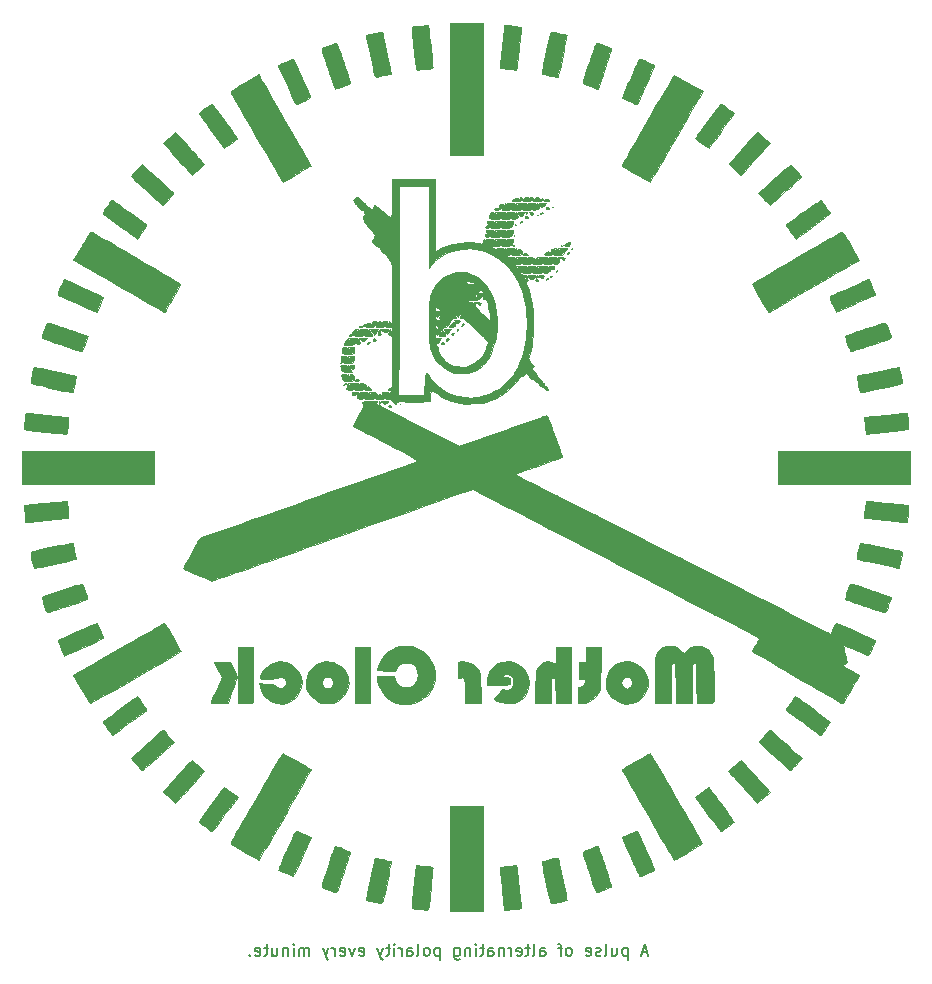
<source format=gbr>
%TF.GenerationSoftware,KiCad,Pcbnew,(5.1.8)-1*%
%TF.CreationDate,2021-07-28T15:43:51+02:00*%
%TF.ProjectId,MotherClock,4d6f7468-6572-4436-9c6f-636b2e6b6963,rev?*%
%TF.SameCoordinates,Original*%
%TF.FileFunction,Legend,Bot*%
%TF.FilePolarity,Positive*%
%FSLAX46Y46*%
G04 Gerber Fmt 4.6, Leading zero omitted, Abs format (unit mm)*
G04 Created by KiCad (PCBNEW (5.1.8)-1) date 2021-07-28 15:43:51*
%MOMM*%
%LPD*%
G01*
G04 APERTURE LIST*
%ADD10C,0.150000*%
%ADD11C,0.010000*%
G04 APERTURE END LIST*
D10*
X170527023Y-148502666D02*
X170050833Y-148502666D01*
X170622261Y-148788380D02*
X170288928Y-147788380D01*
X169955595Y-148788380D01*
X168860357Y-148121714D02*
X168860357Y-149121714D01*
X168860357Y-148169333D02*
X168765119Y-148121714D01*
X168574642Y-148121714D01*
X168479404Y-148169333D01*
X168431785Y-148216952D01*
X168384166Y-148312190D01*
X168384166Y-148597904D01*
X168431785Y-148693142D01*
X168479404Y-148740761D01*
X168574642Y-148788380D01*
X168765119Y-148788380D01*
X168860357Y-148740761D01*
X167527023Y-148121714D02*
X167527023Y-148788380D01*
X167955595Y-148121714D02*
X167955595Y-148645523D01*
X167907976Y-148740761D01*
X167812738Y-148788380D01*
X167669880Y-148788380D01*
X167574642Y-148740761D01*
X167527023Y-148693142D01*
X166907976Y-148788380D02*
X167003214Y-148740761D01*
X167050833Y-148645523D01*
X167050833Y-147788380D01*
X166574642Y-148740761D02*
X166479404Y-148788380D01*
X166288928Y-148788380D01*
X166193690Y-148740761D01*
X166146071Y-148645523D01*
X166146071Y-148597904D01*
X166193690Y-148502666D01*
X166288928Y-148455047D01*
X166431785Y-148455047D01*
X166527023Y-148407428D01*
X166574642Y-148312190D01*
X166574642Y-148264571D01*
X166527023Y-148169333D01*
X166431785Y-148121714D01*
X166288928Y-148121714D01*
X166193690Y-148169333D01*
X165336547Y-148740761D02*
X165431785Y-148788380D01*
X165622261Y-148788380D01*
X165717500Y-148740761D01*
X165765119Y-148645523D01*
X165765119Y-148264571D01*
X165717500Y-148169333D01*
X165622261Y-148121714D01*
X165431785Y-148121714D01*
X165336547Y-148169333D01*
X165288928Y-148264571D01*
X165288928Y-148359809D01*
X165765119Y-148455047D01*
X163955595Y-148788380D02*
X164050833Y-148740761D01*
X164098452Y-148693142D01*
X164146071Y-148597904D01*
X164146071Y-148312190D01*
X164098452Y-148216952D01*
X164050833Y-148169333D01*
X163955595Y-148121714D01*
X163812738Y-148121714D01*
X163717500Y-148169333D01*
X163669880Y-148216952D01*
X163622261Y-148312190D01*
X163622261Y-148597904D01*
X163669880Y-148693142D01*
X163717500Y-148740761D01*
X163812738Y-148788380D01*
X163955595Y-148788380D01*
X163336547Y-148121714D02*
X162955595Y-148121714D01*
X163193690Y-148788380D02*
X163193690Y-147931238D01*
X163146071Y-147836000D01*
X163050833Y-147788380D01*
X162955595Y-147788380D01*
X161431785Y-148788380D02*
X161431785Y-148264571D01*
X161479404Y-148169333D01*
X161574642Y-148121714D01*
X161765119Y-148121714D01*
X161860357Y-148169333D01*
X161431785Y-148740761D02*
X161527023Y-148788380D01*
X161765119Y-148788380D01*
X161860357Y-148740761D01*
X161907976Y-148645523D01*
X161907976Y-148550285D01*
X161860357Y-148455047D01*
X161765119Y-148407428D01*
X161527023Y-148407428D01*
X161431785Y-148359809D01*
X160812738Y-148788380D02*
X160907976Y-148740761D01*
X160955595Y-148645523D01*
X160955595Y-147788380D01*
X160574642Y-148121714D02*
X160193690Y-148121714D01*
X160431785Y-147788380D02*
X160431785Y-148645523D01*
X160384166Y-148740761D01*
X160288928Y-148788380D01*
X160193690Y-148788380D01*
X159479404Y-148740761D02*
X159574642Y-148788380D01*
X159765119Y-148788380D01*
X159860357Y-148740761D01*
X159907976Y-148645523D01*
X159907976Y-148264571D01*
X159860357Y-148169333D01*
X159765119Y-148121714D01*
X159574642Y-148121714D01*
X159479404Y-148169333D01*
X159431785Y-148264571D01*
X159431785Y-148359809D01*
X159907976Y-148455047D01*
X159003214Y-148788380D02*
X159003214Y-148121714D01*
X159003214Y-148312190D02*
X158955595Y-148216952D01*
X158907976Y-148169333D01*
X158812738Y-148121714D01*
X158717500Y-148121714D01*
X158384166Y-148121714D02*
X158384166Y-148788380D01*
X158384166Y-148216952D02*
X158336547Y-148169333D01*
X158241309Y-148121714D01*
X158098452Y-148121714D01*
X158003214Y-148169333D01*
X157955595Y-148264571D01*
X157955595Y-148788380D01*
X157050833Y-148788380D02*
X157050833Y-148264571D01*
X157098452Y-148169333D01*
X157193690Y-148121714D01*
X157384166Y-148121714D01*
X157479404Y-148169333D01*
X157050833Y-148740761D02*
X157146071Y-148788380D01*
X157384166Y-148788380D01*
X157479404Y-148740761D01*
X157527023Y-148645523D01*
X157527023Y-148550285D01*
X157479404Y-148455047D01*
X157384166Y-148407428D01*
X157146071Y-148407428D01*
X157050833Y-148359809D01*
X156717500Y-148121714D02*
X156336547Y-148121714D01*
X156574642Y-147788380D02*
X156574642Y-148645523D01*
X156527023Y-148740761D01*
X156431785Y-148788380D01*
X156336547Y-148788380D01*
X156003214Y-148788380D02*
X156003214Y-148121714D01*
X156003214Y-147788380D02*
X156050833Y-147836000D01*
X156003214Y-147883619D01*
X155955595Y-147836000D01*
X156003214Y-147788380D01*
X156003214Y-147883619D01*
X155527023Y-148121714D02*
X155527023Y-148788380D01*
X155527023Y-148216952D02*
X155479404Y-148169333D01*
X155384166Y-148121714D01*
X155241309Y-148121714D01*
X155146071Y-148169333D01*
X155098452Y-148264571D01*
X155098452Y-148788380D01*
X154193690Y-148121714D02*
X154193690Y-148931238D01*
X154241309Y-149026476D01*
X154288928Y-149074095D01*
X154384166Y-149121714D01*
X154527023Y-149121714D01*
X154622261Y-149074095D01*
X154193690Y-148740761D02*
X154288928Y-148788380D01*
X154479404Y-148788380D01*
X154574642Y-148740761D01*
X154622261Y-148693142D01*
X154669880Y-148597904D01*
X154669880Y-148312190D01*
X154622261Y-148216952D01*
X154574642Y-148169333D01*
X154479404Y-148121714D01*
X154288928Y-148121714D01*
X154193690Y-148169333D01*
X152955595Y-148121714D02*
X152955595Y-149121714D01*
X152955595Y-148169333D02*
X152860357Y-148121714D01*
X152669880Y-148121714D01*
X152574642Y-148169333D01*
X152527023Y-148216952D01*
X152479404Y-148312190D01*
X152479404Y-148597904D01*
X152527023Y-148693142D01*
X152574642Y-148740761D01*
X152669880Y-148788380D01*
X152860357Y-148788380D01*
X152955595Y-148740761D01*
X151907976Y-148788380D02*
X152003214Y-148740761D01*
X152050833Y-148693142D01*
X152098452Y-148597904D01*
X152098452Y-148312190D01*
X152050833Y-148216952D01*
X152003214Y-148169333D01*
X151907976Y-148121714D01*
X151765119Y-148121714D01*
X151669880Y-148169333D01*
X151622261Y-148216952D01*
X151574642Y-148312190D01*
X151574642Y-148597904D01*
X151622261Y-148693142D01*
X151669880Y-148740761D01*
X151765119Y-148788380D01*
X151907976Y-148788380D01*
X151003214Y-148788380D02*
X151098452Y-148740761D01*
X151146071Y-148645523D01*
X151146071Y-147788380D01*
X150193690Y-148788380D02*
X150193690Y-148264571D01*
X150241309Y-148169333D01*
X150336547Y-148121714D01*
X150527023Y-148121714D01*
X150622261Y-148169333D01*
X150193690Y-148740761D02*
X150288928Y-148788380D01*
X150527023Y-148788380D01*
X150622261Y-148740761D01*
X150669880Y-148645523D01*
X150669880Y-148550285D01*
X150622261Y-148455047D01*
X150527023Y-148407428D01*
X150288928Y-148407428D01*
X150193690Y-148359809D01*
X149717500Y-148788380D02*
X149717500Y-148121714D01*
X149717500Y-148312190D02*
X149669880Y-148216952D01*
X149622261Y-148169333D01*
X149527023Y-148121714D01*
X149431785Y-148121714D01*
X149098452Y-148788380D02*
X149098452Y-148121714D01*
X149098452Y-147788380D02*
X149146071Y-147836000D01*
X149098452Y-147883619D01*
X149050833Y-147836000D01*
X149098452Y-147788380D01*
X149098452Y-147883619D01*
X148765119Y-148121714D02*
X148384166Y-148121714D01*
X148622261Y-147788380D02*
X148622261Y-148645523D01*
X148574642Y-148740761D01*
X148479404Y-148788380D01*
X148384166Y-148788380D01*
X148146071Y-148121714D02*
X147907976Y-148788380D01*
X147669880Y-148121714D02*
X147907976Y-148788380D01*
X148003214Y-149026476D01*
X148050833Y-149074095D01*
X148146071Y-149121714D01*
X146146071Y-148740761D02*
X146241309Y-148788380D01*
X146431785Y-148788380D01*
X146527023Y-148740761D01*
X146574642Y-148645523D01*
X146574642Y-148264571D01*
X146527023Y-148169333D01*
X146431785Y-148121714D01*
X146241309Y-148121714D01*
X146146071Y-148169333D01*
X146098452Y-148264571D01*
X146098452Y-148359809D01*
X146574642Y-148455047D01*
X145765119Y-148121714D02*
X145527023Y-148788380D01*
X145288928Y-148121714D01*
X144527023Y-148740761D02*
X144622261Y-148788380D01*
X144812738Y-148788380D01*
X144907976Y-148740761D01*
X144955595Y-148645523D01*
X144955595Y-148264571D01*
X144907976Y-148169333D01*
X144812738Y-148121714D01*
X144622261Y-148121714D01*
X144527023Y-148169333D01*
X144479404Y-148264571D01*
X144479404Y-148359809D01*
X144955595Y-148455047D01*
X144050833Y-148788380D02*
X144050833Y-148121714D01*
X144050833Y-148312190D02*
X144003214Y-148216952D01*
X143955595Y-148169333D01*
X143860357Y-148121714D01*
X143765119Y-148121714D01*
X143527023Y-148121714D02*
X143288928Y-148788380D01*
X143050833Y-148121714D02*
X143288928Y-148788380D01*
X143384166Y-149026476D01*
X143431785Y-149074095D01*
X143527023Y-149121714D01*
X141907976Y-148788380D02*
X141907976Y-148121714D01*
X141907976Y-148216952D02*
X141860357Y-148169333D01*
X141765119Y-148121714D01*
X141622261Y-148121714D01*
X141527023Y-148169333D01*
X141479404Y-148264571D01*
X141479404Y-148788380D01*
X141479404Y-148264571D02*
X141431785Y-148169333D01*
X141336547Y-148121714D01*
X141193690Y-148121714D01*
X141098452Y-148169333D01*
X141050833Y-148264571D01*
X141050833Y-148788380D01*
X140574642Y-148788380D02*
X140574642Y-148121714D01*
X140574642Y-147788380D02*
X140622261Y-147836000D01*
X140574642Y-147883619D01*
X140527023Y-147836000D01*
X140574642Y-147788380D01*
X140574642Y-147883619D01*
X140098452Y-148121714D02*
X140098452Y-148788380D01*
X140098452Y-148216952D02*
X140050833Y-148169333D01*
X139955595Y-148121714D01*
X139812738Y-148121714D01*
X139717500Y-148169333D01*
X139669880Y-148264571D01*
X139669880Y-148788380D01*
X138765119Y-148121714D02*
X138765119Y-148788380D01*
X139193690Y-148121714D02*
X139193690Y-148645523D01*
X139146071Y-148740761D01*
X139050833Y-148788380D01*
X138907976Y-148788380D01*
X138812738Y-148740761D01*
X138765119Y-148693142D01*
X138431785Y-148121714D02*
X138050833Y-148121714D01*
X138288928Y-147788380D02*
X138288928Y-148645523D01*
X138241309Y-148740761D01*
X138146071Y-148788380D01*
X138050833Y-148788380D01*
X137336547Y-148740761D02*
X137431785Y-148788380D01*
X137622261Y-148788380D01*
X137717500Y-148740761D01*
X137765119Y-148645523D01*
X137765119Y-148264571D01*
X137717500Y-148169333D01*
X137622261Y-148121714D01*
X137431785Y-148121714D01*
X137336547Y-148169333D01*
X137288928Y-148264571D01*
X137288928Y-148359809D01*
X137765119Y-148455047D01*
X136860357Y-148693142D02*
X136812738Y-148740761D01*
X136860357Y-148788380D01*
X136907976Y-148740761D01*
X136860357Y-148693142D01*
X136860357Y-148788380D01*
D11*
%TO.C,G\u002A\u002A\u002A*%
G36*
X153797000Y-145034000D02*
G01*
X156591000Y-145034000D01*
X156591000Y-136144000D01*
X153797000Y-136144000D01*
X153797000Y-145034000D01*
G37*
X153797000Y-145034000D02*
X156591000Y-145034000D01*
X156591000Y-136144000D01*
X153797000Y-136144000D01*
X153797000Y-145034000D01*
G36*
X159202514Y-141138297D02*
G01*
X158962544Y-141157217D01*
X158734125Y-141178096D01*
X158051500Y-141243950D01*
X158055073Y-141440350D01*
X158062636Y-141556056D01*
X158082035Y-141778524D01*
X158111385Y-142088260D01*
X158148801Y-142465768D01*
X158192397Y-142891554D01*
X158230686Y-143256000D01*
X158402726Y-144875250D01*
X158560488Y-144883153D01*
X158694741Y-144879714D01*
X158914796Y-144863667D01*
X159180430Y-144838131D01*
X159273875Y-144827853D01*
X159549111Y-144792060D01*
X159718908Y-144756624D01*
X159804646Y-144715112D01*
X159827707Y-144661200D01*
X159820292Y-144557389D01*
X159801137Y-144353784D01*
X159772412Y-144070022D01*
X159736289Y-143725737D01*
X159694940Y-143340567D01*
X159650534Y-142934146D01*
X159605245Y-142526111D01*
X159561242Y-142136097D01*
X159520697Y-141783740D01*
X159485782Y-141488677D01*
X159458667Y-141270542D01*
X159441524Y-141148973D01*
X159437297Y-141130459D01*
X159369688Y-141128773D01*
X159202514Y-141138297D01*
G37*
X159202514Y-141138297D02*
X158962544Y-141157217D01*
X158734125Y-141178096D01*
X158051500Y-141243950D01*
X158055073Y-141440350D01*
X158062636Y-141556056D01*
X158082035Y-141778524D01*
X158111385Y-142088260D01*
X158148801Y-142465768D01*
X158192397Y-142891554D01*
X158230686Y-143256000D01*
X158402726Y-144875250D01*
X158560488Y-144883153D01*
X158694741Y-144879714D01*
X158914796Y-144863667D01*
X159180430Y-144838131D01*
X159273875Y-144827853D01*
X159549111Y-144792060D01*
X159718908Y-144756624D01*
X159804646Y-144715112D01*
X159827707Y-144661200D01*
X159820292Y-144557389D01*
X159801137Y-144353784D01*
X159772412Y-144070022D01*
X159736289Y-143725737D01*
X159694940Y-143340567D01*
X159650534Y-142934146D01*
X159605245Y-142526111D01*
X159561242Y-142136097D01*
X159520697Y-141783740D01*
X159485782Y-141488677D01*
X159458667Y-141270542D01*
X159441524Y-141148973D01*
X159437297Y-141130459D01*
X159369688Y-141128773D01*
X159202514Y-141138297D01*
G36*
X150950704Y-141131094D02*
G01*
X150939540Y-141195164D01*
X150917288Y-141365910D01*
X150886119Y-141623699D01*
X150848203Y-141948900D01*
X150805711Y-142321882D01*
X150760815Y-142723014D01*
X150715685Y-143132664D01*
X150672493Y-143531202D01*
X150633408Y-143898996D01*
X150600603Y-144216414D01*
X150576248Y-144463827D01*
X150562514Y-144621601D01*
X150560294Y-144661477D01*
X150586317Y-144721417D01*
X150682491Y-144763165D01*
X150872250Y-144794709D01*
X150987125Y-144806996D01*
X151257928Y-144834951D01*
X151522039Y-144864722D01*
X151684894Y-144884994D01*
X151873300Y-144896491D01*
X151965403Y-144862517D01*
X151980776Y-144834725D01*
X151993633Y-144751900D01*
X152016563Y-144563150D01*
X152047466Y-144288966D01*
X152084243Y-143949837D01*
X152124794Y-143566255D01*
X152167019Y-143158710D01*
X152208820Y-142747691D01*
X152248097Y-142353691D01*
X152282750Y-141997198D01*
X152310681Y-141698703D01*
X152329789Y-141478698D01*
X152337976Y-141357671D01*
X152338116Y-141347049D01*
X152313137Y-141299326D01*
X152227084Y-141261216D01*
X152060646Y-141228022D01*
X151794507Y-141195049D01*
X151653875Y-141180679D01*
X151374704Y-141154911D01*
X151146723Y-141137086D01*
X150996691Y-141129091D01*
X150950704Y-141131094D01*
G37*
X150950704Y-141131094D02*
X150939540Y-141195164D01*
X150917288Y-141365910D01*
X150886119Y-141623699D01*
X150848203Y-141948900D01*
X150805711Y-142321882D01*
X150760815Y-142723014D01*
X150715685Y-143132664D01*
X150672493Y-143531202D01*
X150633408Y-143898996D01*
X150600603Y-144216414D01*
X150576248Y-144463827D01*
X150562514Y-144621601D01*
X150560294Y-144661477D01*
X150586317Y-144721417D01*
X150682491Y-144763165D01*
X150872250Y-144794709D01*
X150987125Y-144806996D01*
X151257928Y-144834951D01*
X151522039Y-144864722D01*
X151684894Y-144884994D01*
X151873300Y-144896491D01*
X151965403Y-144862517D01*
X151980776Y-144834725D01*
X151993633Y-144751900D01*
X152016563Y-144563150D01*
X152047466Y-144288966D01*
X152084243Y-143949837D01*
X152124794Y-143566255D01*
X152167019Y-143158710D01*
X152208820Y-142747691D01*
X152248097Y-142353691D01*
X152282750Y-141997198D01*
X152310681Y-141698703D01*
X152329789Y-141478698D01*
X152337976Y-141357671D01*
X152338116Y-141347049D01*
X152313137Y-141299326D01*
X152227084Y-141261216D01*
X152060646Y-141228022D01*
X151794507Y-141195049D01*
X151653875Y-141180679D01*
X151374704Y-141154911D01*
X151146723Y-141137086D01*
X150996691Y-141129091D01*
X150950704Y-141131094D01*
G36*
X162781857Y-140520737D02*
G01*
X162599075Y-140551541D01*
X162318348Y-140609823D01*
X162269070Y-140620438D01*
X161994606Y-140681388D01*
X161770020Y-140734445D01*
X161621957Y-140773116D01*
X161576578Y-140789256D01*
X161584094Y-140853219D01*
X161614152Y-141022131D01*
X161662810Y-141276733D01*
X161726122Y-141597766D01*
X161800148Y-141965972D01*
X161880943Y-142362092D01*
X161964564Y-142766867D01*
X162047068Y-143161038D01*
X162124512Y-143525347D01*
X162192952Y-143840535D01*
X162248446Y-144087342D01*
X162273405Y-144192625D01*
X162304162Y-144269475D01*
X162364223Y-144313104D01*
X162474034Y-144323700D01*
X162654041Y-144301447D01*
X162924691Y-144246532D01*
X163128562Y-144200410D01*
X163372378Y-144142493D01*
X163563679Y-144093710D01*
X163672758Y-144061779D01*
X163686760Y-144055407D01*
X163678720Y-143991936D01*
X163648075Y-143823567D01*
X163598818Y-143569583D01*
X163534938Y-143249270D01*
X163460427Y-142881911D01*
X163379276Y-142486793D01*
X163295476Y-142083200D01*
X163213018Y-141690416D01*
X163135893Y-141327726D01*
X163068093Y-141014416D01*
X163013607Y-140769771D01*
X162976428Y-140613074D01*
X162967562Y-140580238D01*
X162943597Y-140536381D01*
X162889196Y-140516116D01*
X162781857Y-140520737D01*
G37*
X162781857Y-140520737D02*
X162599075Y-140551541D01*
X162318348Y-140609823D01*
X162269070Y-140620438D01*
X161994606Y-140681388D01*
X161770020Y-140734445D01*
X161621957Y-140773116D01*
X161576578Y-140789256D01*
X161584094Y-140853219D01*
X161614152Y-141022131D01*
X161662810Y-141276733D01*
X161726122Y-141597766D01*
X161800148Y-141965972D01*
X161880943Y-142362092D01*
X161964564Y-142766867D01*
X162047068Y-143161038D01*
X162124512Y-143525347D01*
X162192952Y-143840535D01*
X162248446Y-144087342D01*
X162273405Y-144192625D01*
X162304162Y-144269475D01*
X162364223Y-144313104D01*
X162474034Y-144323700D01*
X162654041Y-144301447D01*
X162924691Y-144246532D01*
X163128562Y-144200410D01*
X163372378Y-144142493D01*
X163563679Y-144093710D01*
X163672758Y-144061779D01*
X163686760Y-144055407D01*
X163678720Y-143991936D01*
X163648075Y-143823567D01*
X163598818Y-143569583D01*
X163534938Y-143249270D01*
X163460427Y-142881911D01*
X163379276Y-142486793D01*
X163295476Y-142083200D01*
X163213018Y-141690416D01*
X163135893Y-141327726D01*
X163068093Y-141014416D01*
X163013607Y-140769771D01*
X162976428Y-140613074D01*
X162967562Y-140580238D01*
X162943597Y-140536381D01*
X162889196Y-140516116D01*
X162781857Y-140520737D01*
G36*
X147448624Y-140535074D02*
G01*
X147421867Y-140575626D01*
X147420015Y-140581576D01*
X147389001Y-140704848D01*
X147339537Y-140922555D01*
X147275596Y-141215408D01*
X147201149Y-141564117D01*
X147120166Y-141949393D01*
X147036621Y-142351945D01*
X146954484Y-142752484D01*
X146877727Y-143131720D01*
X146810322Y-143470364D01*
X146756240Y-143749125D01*
X146719454Y-143948715D01*
X146703933Y-144049843D01*
X146704175Y-144058340D01*
X146775515Y-144083662D01*
X146938303Y-144125737D01*
X147159274Y-144177315D01*
X147405164Y-144231148D01*
X147642710Y-144279987D01*
X147838646Y-144316582D01*
X147959710Y-144333685D01*
X147969666Y-144334125D01*
X148070276Y-144280607D01*
X148114596Y-144192625D01*
X148158796Y-144002667D01*
X148218699Y-143731516D01*
X148290345Y-143398457D01*
X148369771Y-143022775D01*
X148453017Y-142623756D01*
X148536121Y-142220685D01*
X148615123Y-141832848D01*
X148686061Y-141479529D01*
X148744975Y-141180016D01*
X148787903Y-140953591D01*
X148810885Y-140819543D01*
X148813247Y-140791079D01*
X148745629Y-140769210D01*
X148580218Y-140727649D01*
X148343512Y-140672803D01*
X148120330Y-140623600D01*
X147822933Y-140561172D01*
X147626773Y-140526504D01*
X147509465Y-140518253D01*
X147448624Y-140535074D01*
G37*
X147448624Y-140535074D02*
X147421867Y-140575626D01*
X147420015Y-140581576D01*
X147389001Y-140704848D01*
X147339537Y-140922555D01*
X147275596Y-141215408D01*
X147201149Y-141564117D01*
X147120166Y-141949393D01*
X147036621Y-142351945D01*
X146954484Y-142752484D01*
X146877727Y-143131720D01*
X146810322Y-143470364D01*
X146756240Y-143749125D01*
X146719454Y-143948715D01*
X146703933Y-144049843D01*
X146704175Y-144058340D01*
X146775515Y-144083662D01*
X146938303Y-144125737D01*
X147159274Y-144177315D01*
X147405164Y-144231148D01*
X147642710Y-144279987D01*
X147838646Y-144316582D01*
X147959710Y-144333685D01*
X147969666Y-144334125D01*
X148070276Y-144280607D01*
X148114596Y-144192625D01*
X148158796Y-144002667D01*
X148218699Y-143731516D01*
X148290345Y-143398457D01*
X148369771Y-143022775D01*
X148453017Y-142623756D01*
X148536121Y-142220685D01*
X148615123Y-141832848D01*
X148686061Y-141479529D01*
X148744975Y-141180016D01*
X148787903Y-140953591D01*
X148810885Y-140819543D01*
X148813247Y-140791079D01*
X148745629Y-140769210D01*
X148580218Y-140727649D01*
X148343512Y-140672803D01*
X148120330Y-140623600D01*
X147822933Y-140561172D01*
X147626773Y-140526504D01*
X147509465Y-140518253D01*
X147448624Y-140535074D01*
G36*
X166212928Y-139530261D02*
G01*
X166028595Y-139585045D01*
X165800420Y-139662602D01*
X165558442Y-139751682D01*
X165332701Y-139841038D01*
X165153236Y-139919418D01*
X165050086Y-139975573D01*
X165036500Y-139991423D01*
X165055550Y-140069117D01*
X165109293Y-140251094D01*
X165192627Y-140521033D01*
X165300446Y-140862615D01*
X165427644Y-141259518D01*
X165569118Y-141695424D01*
X165578506Y-141724169D01*
X165746107Y-142232640D01*
X165881223Y-142631157D01*
X165988392Y-142931252D01*
X166072151Y-143144454D01*
X166137039Y-143282296D01*
X166187594Y-143356307D01*
X166228353Y-143378018D01*
X166229381Y-143377986D01*
X166335453Y-143355903D01*
X166527551Y-143301028D01*
X166772089Y-143223256D01*
X166893875Y-143182195D01*
X167144214Y-143087857D01*
X167333629Y-143000114D01*
X167437366Y-142931124D01*
X167449500Y-142909288D01*
X167430481Y-142822149D01*
X167377540Y-142637669D01*
X167296850Y-142374488D01*
X167194584Y-142051242D01*
X167076916Y-141686571D01*
X166950019Y-141299111D01*
X166820068Y-140907500D01*
X166693235Y-140530377D01*
X166575693Y-140186379D01*
X166473617Y-139894144D01*
X166393180Y-139672311D01*
X166340556Y-139539516D01*
X166323379Y-139509500D01*
X166212928Y-139530261D01*
G37*
X166212928Y-139530261D02*
X166028595Y-139585045D01*
X165800420Y-139662602D01*
X165558442Y-139751682D01*
X165332701Y-139841038D01*
X165153236Y-139919418D01*
X165050086Y-139975573D01*
X165036500Y-139991423D01*
X165055550Y-140069117D01*
X165109293Y-140251094D01*
X165192627Y-140521033D01*
X165300446Y-140862615D01*
X165427644Y-141259518D01*
X165569118Y-141695424D01*
X165578506Y-141724169D01*
X165746107Y-142232640D01*
X165881223Y-142631157D01*
X165988392Y-142931252D01*
X166072151Y-143144454D01*
X166137039Y-143282296D01*
X166187594Y-143356307D01*
X166228353Y-143378018D01*
X166229381Y-143377986D01*
X166335453Y-143355903D01*
X166527551Y-143301028D01*
X166772089Y-143223256D01*
X166893875Y-143182195D01*
X167144214Y-143087857D01*
X167333629Y-143000114D01*
X167437366Y-142931124D01*
X167449500Y-142909288D01*
X167430481Y-142822149D01*
X167377540Y-142637669D01*
X167296850Y-142374488D01*
X167194584Y-142051242D01*
X167076916Y-141686571D01*
X166950019Y-141299111D01*
X166820068Y-140907500D01*
X166693235Y-140530377D01*
X166575693Y-140186379D01*
X166473617Y-139894144D01*
X166393180Y-139672311D01*
X166340556Y-139539516D01*
X166323379Y-139509500D01*
X166212928Y-139530261D01*
G36*
X144035756Y-139566919D02*
G01*
X143974649Y-139726751D01*
X143887474Y-139970358D01*
X143780405Y-140279103D01*
X143659614Y-140634348D01*
X143531275Y-141017455D01*
X143401562Y-141409786D01*
X143276647Y-141792703D01*
X143162705Y-142147568D01*
X143065908Y-142455745D01*
X142992429Y-142698594D01*
X142948443Y-142857479D01*
X142938500Y-142909343D01*
X142994102Y-142956824D01*
X143140588Y-143030195D01*
X143347482Y-143117924D01*
X143584305Y-143208483D01*
X143820581Y-143290341D01*
X144025831Y-143351968D01*
X144169579Y-143381835D01*
X144190527Y-143383000D01*
X144231181Y-143324505D01*
X144304545Y-143157685D01*
X144405771Y-142895531D01*
X144530010Y-142551037D01*
X144672414Y-142137196D01*
X144809495Y-141724169D01*
X144951706Y-141286330D01*
X145079967Y-140886451D01*
X145189174Y-140540854D01*
X145274222Y-140265858D01*
X145330005Y-140077783D01*
X145351420Y-139992950D01*
X145351500Y-139991423D01*
X145296062Y-139950060D01*
X145149773Y-139881029D01*
X144942672Y-139795580D01*
X144704800Y-139704961D01*
X144466195Y-139620424D01*
X144256897Y-139553216D01*
X144106945Y-139514587D01*
X144064622Y-139509500D01*
X144035756Y-139566919D01*
G37*
X144035756Y-139566919D02*
X143974649Y-139726751D01*
X143887474Y-139970358D01*
X143780405Y-140279103D01*
X143659614Y-140634348D01*
X143531275Y-141017455D01*
X143401562Y-141409786D01*
X143276647Y-141792703D01*
X143162705Y-142147568D01*
X143065908Y-142455745D01*
X142992429Y-142698594D01*
X142948443Y-142857479D01*
X142938500Y-142909343D01*
X142994102Y-142956824D01*
X143140588Y-143030195D01*
X143347482Y-143117924D01*
X143584305Y-143208483D01*
X143820581Y-143290341D01*
X144025831Y-143351968D01*
X144169579Y-143381835D01*
X144190527Y-143383000D01*
X144231181Y-143324505D01*
X144304545Y-143157685D01*
X144405771Y-142895531D01*
X144530010Y-142551037D01*
X144672414Y-142137196D01*
X144809495Y-141724169D01*
X144951706Y-141286330D01*
X145079967Y-140886451D01*
X145189174Y-140540854D01*
X145274222Y-140265858D01*
X145330005Y-140077783D01*
X145351420Y-139992950D01*
X145351500Y-139991423D01*
X145296062Y-139950060D01*
X145149773Y-139881029D01*
X144942672Y-139795580D01*
X144704800Y-139704961D01*
X144466195Y-139620424D01*
X144256897Y-139553216D01*
X144106945Y-139514587D01*
X144064622Y-139509500D01*
X144035756Y-139566919D01*
G36*
X169543530Y-138208327D02*
G01*
X169377118Y-138270193D01*
X169149322Y-138366232D01*
X168952232Y-138455282D01*
X168340976Y-138738985D01*
X168646746Y-139425867D01*
X168785250Y-139736997D01*
X168956698Y-140122121D01*
X169142381Y-140539213D01*
X169323588Y-140946248D01*
X169383634Y-141081125D01*
X169530740Y-141402129D01*
X169664977Y-141677566D01*
X169776404Y-141888381D01*
X169855081Y-142015518D01*
X169886251Y-142044532D01*
X169972395Y-142017231D01*
X170143743Y-141948183D01*
X170370559Y-141849661D01*
X170497500Y-141792255D01*
X170738838Y-141682178D01*
X170936961Y-141592744D01*
X171063180Y-141536861D01*
X171090744Y-141525392D01*
X171079893Y-141465403D01*
X171023473Y-141307845D01*
X170929274Y-141070396D01*
X170805081Y-140770736D01*
X170658684Y-140426543D01*
X170497867Y-140055497D01*
X170330420Y-139675276D01*
X170164130Y-139303560D01*
X170006783Y-138958027D01*
X169866168Y-138656357D01*
X169750071Y-138416228D01*
X169666280Y-138255320D01*
X169622582Y-138191312D01*
X169622035Y-138191094D01*
X169543530Y-138208327D01*
G37*
X169543530Y-138208327D02*
X169377118Y-138270193D01*
X169149322Y-138366232D01*
X168952232Y-138455282D01*
X168340976Y-138738985D01*
X168646746Y-139425867D01*
X168785250Y-139736997D01*
X168956698Y-140122121D01*
X169142381Y-140539213D01*
X169323588Y-140946248D01*
X169383634Y-141081125D01*
X169530740Y-141402129D01*
X169664977Y-141677566D01*
X169776404Y-141888381D01*
X169855081Y-142015518D01*
X169886251Y-142044532D01*
X169972395Y-142017231D01*
X170143743Y-141948183D01*
X170370559Y-141849661D01*
X170497500Y-141792255D01*
X170738838Y-141682178D01*
X170936961Y-141592744D01*
X171063180Y-141536861D01*
X171090744Y-141525392D01*
X171079893Y-141465403D01*
X171023473Y-141307845D01*
X170929274Y-141070396D01*
X170805081Y-140770736D01*
X170658684Y-140426543D01*
X170497867Y-140055497D01*
X170330420Y-139675276D01*
X170164130Y-139303560D01*
X170006783Y-138958027D01*
X169866168Y-138656357D01*
X169750071Y-138416228D01*
X169666280Y-138255320D01*
X169622582Y-138191312D01*
X169622035Y-138191094D01*
X169543530Y-138208327D01*
G36*
X140784156Y-138236554D02*
G01*
X140726792Y-138300478D01*
X140650147Y-138423439D01*
X140548459Y-138616522D01*
X140415964Y-138890812D01*
X140246900Y-139257393D01*
X140035504Y-139727350D01*
X139980649Y-139850420D01*
X139792894Y-140274179D01*
X139624300Y-140658496D01*
X139481203Y-140988616D01*
X139369940Y-141249786D01*
X139296849Y-141427250D01*
X139268266Y-141506256D01*
X139268338Y-141508883D01*
X139339016Y-141545570D01*
X139495042Y-141617055D01*
X139706063Y-141710289D01*
X139941727Y-141812220D01*
X140171681Y-141909798D01*
X140365572Y-141989971D01*
X140493049Y-142039689D01*
X140525643Y-142049500D01*
X140565942Y-141994442D01*
X140647374Y-141842019D01*
X140760486Y-141611355D01*
X140895824Y-141321574D01*
X141004367Y-141081125D01*
X141179409Y-140687940D01*
X141365572Y-140269771D01*
X141544157Y-139868615D01*
X141696469Y-139526473D01*
X141740966Y-139426515D01*
X142046448Y-138740281D01*
X141495289Y-138486850D01*
X141242824Y-138374862D01*
X141023937Y-138285207D01*
X140870820Y-138230731D01*
X140828002Y-138220584D01*
X140784156Y-138236554D01*
G37*
X140784156Y-138236554D02*
X140726792Y-138300478D01*
X140650147Y-138423439D01*
X140548459Y-138616522D01*
X140415964Y-138890812D01*
X140246900Y-139257393D01*
X140035504Y-139727350D01*
X139980649Y-139850420D01*
X139792894Y-140274179D01*
X139624300Y-140658496D01*
X139481203Y-140988616D01*
X139369940Y-141249786D01*
X139296849Y-141427250D01*
X139268266Y-141506256D01*
X139268338Y-141508883D01*
X139339016Y-141545570D01*
X139495042Y-141617055D01*
X139706063Y-141710289D01*
X139941727Y-141812220D01*
X140171681Y-141909798D01*
X140365572Y-141989971D01*
X140493049Y-142039689D01*
X140525643Y-142049500D01*
X140565942Y-141994442D01*
X140647374Y-141842019D01*
X140760486Y-141611355D01*
X140895824Y-141321574D01*
X141004367Y-141081125D01*
X141179409Y-140687940D01*
X141365572Y-140269771D01*
X141544157Y-139868615D01*
X141696469Y-139526473D01*
X141740966Y-139426515D01*
X142046448Y-138740281D01*
X141495289Y-138486850D01*
X141242824Y-138374862D01*
X141023937Y-138285207D01*
X140870820Y-138230731D01*
X140828002Y-138220584D01*
X140784156Y-138236554D01*
G36*
X170679043Y-131665634D02*
G01*
X170527649Y-131747966D01*
X170305756Y-131871490D01*
X170033061Y-132024973D01*
X169729263Y-132197182D01*
X169414058Y-132376883D01*
X169107143Y-132552844D01*
X168828216Y-132713831D01*
X168596975Y-132848611D01*
X168433117Y-132945951D01*
X168356338Y-132994617D01*
X168353983Y-132996585D01*
X168381938Y-133052467D01*
X168467454Y-133207400D01*
X168604316Y-133450609D01*
X168786310Y-133771317D01*
X169007222Y-134158748D01*
X169260839Y-134602128D01*
X169540946Y-135090679D01*
X169841329Y-135613628D01*
X170155776Y-136160197D01*
X170478071Y-136719611D01*
X170802001Y-137281094D01*
X171121352Y-137833871D01*
X171429910Y-138367166D01*
X171721461Y-138870203D01*
X171989792Y-139332206D01*
X172228687Y-139742400D01*
X172431935Y-140090009D01*
X172593319Y-140364258D01*
X172706627Y-140554369D01*
X172765645Y-140649569D01*
X172772214Y-140658378D01*
X172837190Y-140638827D01*
X172994683Y-140562931D01*
X173228199Y-140439502D01*
X173521241Y-140277350D01*
X173857313Y-140085284D01*
X173990000Y-140007970D01*
X174359659Y-139787329D01*
X174672875Y-139592162D01*
X174916623Y-139431134D01*
X175077878Y-139312911D01*
X175143615Y-139246156D01*
X175144254Y-139240092D01*
X175108341Y-139167127D01*
X175015410Y-138996854D01*
X174871734Y-138740103D01*
X174683585Y-138407702D01*
X174457232Y-138010481D01*
X174198948Y-137559267D01*
X173915004Y-137064890D01*
X173611671Y-136538178D01*
X173295221Y-135989960D01*
X172971925Y-135431064D01*
X172648055Y-134872319D01*
X172329881Y-134324555D01*
X172023676Y-133798599D01*
X171735710Y-133305281D01*
X171472254Y-132855428D01*
X171239582Y-132459870D01*
X171043962Y-132129436D01*
X170891668Y-131874954D01*
X170788970Y-131707252D01*
X170742139Y-131637161D01*
X170740241Y-131635728D01*
X170679043Y-131665634D01*
G37*
X170679043Y-131665634D02*
X170527649Y-131747966D01*
X170305756Y-131871490D01*
X170033061Y-132024973D01*
X169729263Y-132197182D01*
X169414058Y-132376883D01*
X169107143Y-132552844D01*
X168828216Y-132713831D01*
X168596975Y-132848611D01*
X168433117Y-132945951D01*
X168356338Y-132994617D01*
X168353983Y-132996585D01*
X168381938Y-133052467D01*
X168467454Y-133207400D01*
X168604316Y-133450609D01*
X168786310Y-133771317D01*
X169007222Y-134158748D01*
X169260839Y-134602128D01*
X169540946Y-135090679D01*
X169841329Y-135613628D01*
X170155776Y-136160197D01*
X170478071Y-136719611D01*
X170802001Y-137281094D01*
X171121352Y-137833871D01*
X171429910Y-138367166D01*
X171721461Y-138870203D01*
X171989792Y-139332206D01*
X172228687Y-139742400D01*
X172431935Y-140090009D01*
X172593319Y-140364258D01*
X172706627Y-140554369D01*
X172765645Y-140649569D01*
X172772214Y-140658378D01*
X172837190Y-140638827D01*
X172994683Y-140562931D01*
X173228199Y-140439502D01*
X173521241Y-140277350D01*
X173857313Y-140085284D01*
X173990000Y-140007970D01*
X174359659Y-139787329D01*
X174672875Y-139592162D01*
X174916623Y-139431134D01*
X175077878Y-139312911D01*
X175143615Y-139246156D01*
X175144254Y-139240092D01*
X175108341Y-139167127D01*
X175015410Y-138996854D01*
X174871734Y-138740103D01*
X174683585Y-138407702D01*
X174457232Y-138010481D01*
X174198948Y-137559267D01*
X173915004Y-137064890D01*
X173611671Y-136538178D01*
X173295221Y-135989960D01*
X172971925Y-135431064D01*
X172648055Y-134872319D01*
X172329881Y-134324555D01*
X172023676Y-133798599D01*
X171735710Y-133305281D01*
X171472254Y-132855428D01*
X171239582Y-132459870D01*
X171043962Y-132129436D01*
X170891668Y-131874954D01*
X170788970Y-131707252D01*
X170742139Y-131637161D01*
X170740241Y-131635728D01*
X170679043Y-131665634D01*
G36*
X139606676Y-131689068D02*
G01*
X139512852Y-131841791D01*
X139368454Y-132083068D01*
X139179746Y-132402067D01*
X138952992Y-132787957D01*
X138694455Y-133229909D01*
X138410400Y-133717091D01*
X138107090Y-134238673D01*
X137790789Y-134783824D01*
X137467761Y-135341713D01*
X137144270Y-135901510D01*
X136826580Y-136452385D01*
X136520954Y-136983505D01*
X136233657Y-137484042D01*
X135970952Y-137943163D01*
X135739103Y-138350039D01*
X135544373Y-138693839D01*
X135393028Y-138963732D01*
X135291330Y-139148888D01*
X135245543Y-139238476D01*
X135243747Y-139243515D01*
X135290631Y-139302593D01*
X135439535Y-139415222D01*
X135680589Y-139574874D01*
X136003921Y-139775019D01*
X136399661Y-140009131D01*
X136413533Y-140017181D01*
X137603815Y-140707582D01*
X137851362Y-140283166D01*
X138093475Y-139867241D01*
X138365954Y-139397705D01*
X138662821Y-138884972D01*
X138978095Y-138339456D01*
X139305797Y-137771571D01*
X139639946Y-137191730D01*
X139974563Y-136610347D01*
X140303667Y-136037837D01*
X140621280Y-135484613D01*
X140921421Y-134961089D01*
X141198110Y-134477679D01*
X141445367Y-134044797D01*
X141657213Y-133672856D01*
X141827667Y-133372271D01*
X141950750Y-133153455D01*
X142020481Y-133026822D01*
X142034334Y-132998590D01*
X141966482Y-132955540D01*
X141809854Y-132862745D01*
X141584086Y-132731398D01*
X141308817Y-132572696D01*
X141003685Y-132397832D01*
X140688326Y-132218002D01*
X140382378Y-132044400D01*
X140105479Y-131888222D01*
X139877267Y-131760662D01*
X139717378Y-131672915D01*
X139645451Y-131636177D01*
X139643663Y-131635728D01*
X139606676Y-131689068D01*
G37*
X139606676Y-131689068D02*
X139512852Y-131841791D01*
X139368454Y-132083068D01*
X139179746Y-132402067D01*
X138952992Y-132787957D01*
X138694455Y-133229909D01*
X138410400Y-133717091D01*
X138107090Y-134238673D01*
X137790789Y-134783824D01*
X137467761Y-135341713D01*
X137144270Y-135901510D01*
X136826580Y-136452385D01*
X136520954Y-136983505D01*
X136233657Y-137484042D01*
X135970952Y-137943163D01*
X135739103Y-138350039D01*
X135544373Y-138693839D01*
X135393028Y-138963732D01*
X135291330Y-139148888D01*
X135245543Y-139238476D01*
X135243747Y-139243515D01*
X135290631Y-139302593D01*
X135439535Y-139415222D01*
X135680589Y-139574874D01*
X136003921Y-139775019D01*
X136399661Y-140009131D01*
X136413533Y-140017181D01*
X137603815Y-140707582D01*
X137851362Y-140283166D01*
X138093475Y-139867241D01*
X138365954Y-139397705D01*
X138662821Y-138884972D01*
X138978095Y-138339456D01*
X139305797Y-137771571D01*
X139639946Y-137191730D01*
X139974563Y-136610347D01*
X140303667Y-136037837D01*
X140621280Y-135484613D01*
X140921421Y-134961089D01*
X141198110Y-134477679D01*
X141445367Y-134044797D01*
X141657213Y-133672856D01*
X141827667Y-133372271D01*
X141950750Y-133153455D01*
X142020481Y-133026822D01*
X142034334Y-132998590D01*
X141966482Y-132955540D01*
X141809854Y-132862745D01*
X141584086Y-132731398D01*
X141308817Y-132572696D01*
X141003685Y-132397832D01*
X140688326Y-132218002D01*
X140382378Y-132044400D01*
X140105479Y-131888222D01*
X139877267Y-131760662D01*
X139717378Y-131672915D01*
X139645451Y-131636177D01*
X139643663Y-131635728D01*
X139606676Y-131689068D01*
G36*
X175650042Y-134538736D02*
G01*
X175506335Y-134629949D01*
X175306563Y-134768131D01*
X175116282Y-134906339D01*
X174559814Y-135318579D01*
X175238448Y-136255164D01*
X175606007Y-136762182D01*
X175906256Y-137175599D01*
X176146209Y-137504795D01*
X176332879Y-137759146D01*
X176473282Y-137948033D01*
X176574431Y-138080835D01*
X176643340Y-138166929D01*
X176687025Y-138215696D01*
X176712498Y-138236513D01*
X176722487Y-138239500D01*
X176788377Y-138204520D01*
X176933022Y-138110100D01*
X177132847Y-137972016D01*
X177294837Y-137856451D01*
X177517600Y-137695015D01*
X177698890Y-137562565D01*
X177815969Y-137475776D01*
X177847645Y-137451022D01*
X177817865Y-137396501D01*
X177723887Y-137255667D01*
X177577115Y-137044254D01*
X177388956Y-136777993D01*
X177170814Y-136472616D01*
X176934095Y-136143857D01*
X176690202Y-135807447D01*
X176450543Y-135479120D01*
X176226520Y-135174607D01*
X176029541Y-134909641D01*
X175871009Y-134699954D01*
X175762330Y-134561279D01*
X175715156Y-134509425D01*
X175650042Y-134538736D01*
G37*
X175650042Y-134538736D02*
X175506335Y-134629949D01*
X175306563Y-134768131D01*
X175116282Y-134906339D01*
X174559814Y-135318579D01*
X175238448Y-136255164D01*
X175606007Y-136762182D01*
X175906256Y-137175599D01*
X176146209Y-137504795D01*
X176332879Y-137759146D01*
X176473282Y-137948033D01*
X176574431Y-138080835D01*
X176643340Y-138166929D01*
X176687025Y-138215696D01*
X176712498Y-138236513D01*
X176722487Y-138239500D01*
X176788377Y-138204520D01*
X176933022Y-138110100D01*
X177132847Y-137972016D01*
X177294837Y-137856451D01*
X177517600Y-137695015D01*
X177698890Y-137562565D01*
X177815969Y-137475776D01*
X177847645Y-137451022D01*
X177817865Y-137396501D01*
X177723887Y-137255667D01*
X177577115Y-137044254D01*
X177388956Y-136777993D01*
X177170814Y-136472616D01*
X176934095Y-136143857D01*
X176690202Y-135807447D01*
X176450543Y-135479120D01*
X176226520Y-135174607D01*
X176029541Y-134909641D01*
X175871009Y-134699954D01*
X175762330Y-134561279D01*
X175715156Y-134509425D01*
X175650042Y-134538736D01*
G36*
X134631202Y-134573808D02*
G01*
X134517136Y-134710452D01*
X134354781Y-134918887D01*
X134155468Y-135183318D01*
X133930529Y-135487949D01*
X133691295Y-135816987D01*
X133449098Y-136154635D01*
X133215268Y-136485100D01*
X133001138Y-136792585D01*
X132818038Y-137061295D01*
X132677299Y-137275436D01*
X132590254Y-137419213D01*
X132567971Y-137476631D01*
X132679519Y-137566022D01*
X132850640Y-137693567D01*
X133054320Y-137840291D01*
X133263543Y-137987220D01*
X133451297Y-138115379D01*
X133590565Y-138205795D01*
X133654102Y-138239500D01*
X133707303Y-138190696D01*
X133819866Y-138056209D01*
X133977653Y-137853929D01*
X134166527Y-137601744D01*
X134268857Y-137461625D01*
X134523351Y-137110663D01*
X134805715Y-136721911D01*
X135082444Y-136341461D01*
X135320034Y-136015408D01*
X135330833Y-136000609D01*
X135829384Y-135317469D01*
X135284321Y-134921109D01*
X135055415Y-134758122D01*
X134863101Y-134627655D01*
X134731065Y-134545387D01*
X134685647Y-134524750D01*
X134631202Y-134573808D01*
G37*
X134631202Y-134573808D02*
X134517136Y-134710452D01*
X134354781Y-134918887D01*
X134155468Y-135183318D01*
X133930529Y-135487949D01*
X133691295Y-135816987D01*
X133449098Y-136154635D01*
X133215268Y-136485100D01*
X133001138Y-136792585D01*
X132818038Y-137061295D01*
X132677299Y-137275436D01*
X132590254Y-137419213D01*
X132567971Y-137476631D01*
X132679519Y-137566022D01*
X132850640Y-137693567D01*
X133054320Y-137840291D01*
X133263543Y-137987220D01*
X133451297Y-138115379D01*
X133590565Y-138205795D01*
X133654102Y-138239500D01*
X133707303Y-138190696D01*
X133819866Y-138056209D01*
X133977653Y-137853929D01*
X134166527Y-137601744D01*
X134268857Y-137461625D01*
X134523351Y-137110663D01*
X134805715Y-136721911D01*
X135082444Y-136341461D01*
X135320034Y-136015408D01*
X135330833Y-136000609D01*
X135829384Y-135317469D01*
X135284321Y-134921109D01*
X135055415Y-134758122D01*
X134863101Y-134627655D01*
X134731065Y-134545387D01*
X134685647Y-134524750D01*
X134631202Y-134573808D01*
G36*
X178364253Y-132278442D02*
G01*
X178224037Y-132385726D01*
X178034301Y-132542913D01*
X177872977Y-132682851D01*
X177370257Y-133126953D01*
X177505754Y-133287351D01*
X177643127Y-133446286D01*
X177835065Y-133663247D01*
X178068218Y-133923629D01*
X178329234Y-134212830D01*
X178604763Y-134516245D01*
X178881454Y-134819271D01*
X179145955Y-135107303D01*
X179384918Y-135365739D01*
X179584989Y-135579974D01*
X179732820Y-135735405D01*
X179815058Y-135817428D01*
X179827052Y-135826500D01*
X179886766Y-135786008D01*
X180018391Y-135676357D01*
X180201219Y-135515279D01*
X180372829Y-135359098D01*
X180879676Y-134891697D01*
X180397891Y-134358973D01*
X180179431Y-134117080D01*
X179905753Y-133813544D01*
X179606469Y-133481235D01*
X179311192Y-133153023D01*
X179202859Y-133032500D01*
X178963414Y-132769623D01*
X178751297Y-132543516D01*
X178581654Y-132369788D01*
X178469633Y-132264048D01*
X178432654Y-132238750D01*
X178364253Y-132278442D01*
G37*
X178364253Y-132278442D02*
X178224037Y-132385726D01*
X178034301Y-132542913D01*
X177872977Y-132682851D01*
X177370257Y-133126953D01*
X177505754Y-133287351D01*
X177643127Y-133446286D01*
X177835065Y-133663247D01*
X178068218Y-133923629D01*
X178329234Y-134212830D01*
X178604763Y-134516245D01*
X178881454Y-134819271D01*
X179145955Y-135107303D01*
X179384918Y-135365739D01*
X179584989Y-135579974D01*
X179732820Y-135735405D01*
X179815058Y-135817428D01*
X179827052Y-135826500D01*
X179886766Y-135786008D01*
X180018391Y-135676357D01*
X180201219Y-135515279D01*
X180372829Y-135359098D01*
X180879676Y-134891697D01*
X180397891Y-134358973D01*
X180179431Y-134117080D01*
X179905753Y-133813544D01*
X179606469Y-133481235D01*
X179311192Y-133153023D01*
X179202859Y-133032500D01*
X178963414Y-132769623D01*
X178751297Y-132543516D01*
X178581654Y-132369788D01*
X178469633Y-132264048D01*
X178432654Y-132238750D01*
X178364253Y-132278442D01*
G36*
X131885998Y-132273160D02*
G01*
X131761475Y-132402440D01*
X131582361Y-132594718D01*
X131363557Y-132834046D01*
X131184460Y-133032500D01*
X130899015Y-133350206D01*
X130597903Y-133684909D01*
X130310741Y-134003714D01*
X130067149Y-134273727D01*
X129990110Y-134358973D01*
X129508325Y-134891697D01*
X130015172Y-135359098D01*
X130224535Y-135548897D01*
X130399760Y-135701630D01*
X130520050Y-135799550D01*
X130562935Y-135826500D01*
X130614290Y-135781074D01*
X130738955Y-135652802D01*
X130925789Y-135453689D01*
X131163651Y-135195739D01*
X131441398Y-134890958D01*
X131747890Y-134551351D01*
X131794098Y-134499883D01*
X132102167Y-134154903D01*
X132380147Y-133840513D01*
X132617332Y-133569074D01*
X132803015Y-133352944D01*
X132926490Y-133204485D01*
X132977050Y-133136056D01*
X132977691Y-133133501D01*
X132929349Y-133071594D01*
X132809241Y-132952381D01*
X132641614Y-132797164D01*
X132450715Y-132627244D01*
X132260794Y-132463920D01*
X132096096Y-132328493D01*
X131980871Y-132242265D01*
X131941025Y-132222829D01*
X131885998Y-132273160D01*
G37*
X131885998Y-132273160D02*
X131761475Y-132402440D01*
X131582361Y-132594718D01*
X131363557Y-132834046D01*
X131184460Y-133032500D01*
X130899015Y-133350206D01*
X130597903Y-133684909D01*
X130310741Y-134003714D01*
X130067149Y-134273727D01*
X129990110Y-134358973D01*
X129508325Y-134891697D01*
X130015172Y-135359098D01*
X130224535Y-135548897D01*
X130399760Y-135701630D01*
X130520050Y-135799550D01*
X130562935Y-135826500D01*
X130614290Y-135781074D01*
X130738955Y-135652802D01*
X130925789Y-135453689D01*
X131163651Y-135195739D01*
X131441398Y-134890958D01*
X131747890Y-134551351D01*
X131794098Y-134499883D01*
X132102167Y-134154903D01*
X132380147Y-133840513D01*
X132617332Y-133569074D01*
X132803015Y-133352944D01*
X132926490Y-133204485D01*
X132977050Y-133136056D01*
X132977691Y-133133501D01*
X132929349Y-133071594D01*
X132809241Y-132952381D01*
X132641614Y-132797164D01*
X132450715Y-132627244D01*
X132260794Y-132463920D01*
X132096096Y-132328493D01*
X131980871Y-132242265D01*
X131941025Y-132222829D01*
X131885998Y-132273160D01*
G36*
X180840530Y-129679386D02*
G01*
X180728686Y-129795885D01*
X180576625Y-129960882D01*
X180405681Y-130150511D01*
X180237185Y-130340908D01*
X180092470Y-130508207D01*
X179992868Y-130628544D01*
X179959417Y-130677248D01*
X180004599Y-130726821D01*
X180130167Y-130847426D01*
X180321472Y-131025846D01*
X180563866Y-131248865D01*
X180842701Y-131503267D01*
X181143330Y-131775836D01*
X181451103Y-132053357D01*
X181751373Y-132322612D01*
X182029491Y-132570387D01*
X182270810Y-132783463D01*
X182460682Y-132948627D01*
X182584458Y-133052661D01*
X182625693Y-133082869D01*
X182685741Y-133046586D01*
X182810180Y-132933924D01*
X182979289Y-132763652D01*
X183126141Y-132606619D01*
X183312086Y-132399479D01*
X183460938Y-132226955D01*
X183554779Y-132110234D01*
X183578283Y-132071949D01*
X183533388Y-132023603D01*
X183408291Y-131903817D01*
X183217509Y-131725752D01*
X182975556Y-131502570D01*
X182696950Y-131247433D01*
X182396206Y-130973502D01*
X182087841Y-130693940D01*
X181786370Y-130421907D01*
X181506310Y-130170565D01*
X181262177Y-129953077D01*
X181068486Y-129782603D01*
X180939755Y-129672306D01*
X180890827Y-129635250D01*
X180840530Y-129679386D01*
G37*
X180840530Y-129679386D02*
X180728686Y-129795885D01*
X180576625Y-129960882D01*
X180405681Y-130150511D01*
X180237185Y-130340908D01*
X180092470Y-130508207D01*
X179992868Y-130628544D01*
X179959417Y-130677248D01*
X180004599Y-130726821D01*
X180130167Y-130847426D01*
X180321472Y-131025846D01*
X180563866Y-131248865D01*
X180842701Y-131503267D01*
X181143330Y-131775836D01*
X181451103Y-132053357D01*
X181751373Y-132322612D01*
X182029491Y-132570387D01*
X182270810Y-132783463D01*
X182460682Y-132948627D01*
X182584458Y-133052661D01*
X182625693Y-133082869D01*
X182685741Y-133046586D01*
X182810180Y-132933924D01*
X182979289Y-132763652D01*
X183126141Y-132606619D01*
X183312086Y-132399479D01*
X183460938Y-132226955D01*
X183554779Y-132110234D01*
X183578283Y-132071949D01*
X183533388Y-132023603D01*
X183408291Y-131903817D01*
X183217509Y-131725752D01*
X182975556Y-131502570D01*
X182696950Y-131247433D01*
X182396206Y-130973502D01*
X182087841Y-130693940D01*
X181786370Y-130421907D01*
X181506310Y-130170565D01*
X181262177Y-129953077D01*
X181068486Y-129782603D01*
X180939755Y-129672306D01*
X180890827Y-129635250D01*
X180840530Y-129679386D01*
G36*
X129458253Y-129686477D02*
G01*
X129325798Y-129795637D01*
X129128819Y-129964552D01*
X128881859Y-130180185D01*
X128599462Y-130429500D01*
X128296172Y-130699462D01*
X127986532Y-130977035D01*
X127685084Y-131249182D01*
X127406374Y-131502869D01*
X127164943Y-131725058D01*
X126975336Y-131902715D01*
X126852095Y-132022804D01*
X126809718Y-132071949D01*
X126850239Y-132135303D01*
X126956890Y-132264662D01*
X127107669Y-132436164D01*
X127280575Y-132625947D01*
X127453608Y-132810150D01*
X127604767Y-132964910D01*
X127712050Y-133066365D01*
X127751264Y-133093139D01*
X127807673Y-133051471D01*
X127945575Y-132935306D01*
X128152494Y-132755582D01*
X128415954Y-132523235D01*
X128723479Y-132249204D01*
X129062592Y-131944424D01*
X129095500Y-131914717D01*
X129436172Y-131606035D01*
X129744698Y-131324495D01*
X130008832Y-131081433D01*
X130216324Y-130888188D01*
X130354928Y-130756096D01*
X130412395Y-130696494D01*
X130413171Y-130695067D01*
X130379247Y-130637264D01*
X130280651Y-130510009D01*
X130138361Y-130337618D01*
X129973356Y-130144409D01*
X129806616Y-129954698D01*
X129659121Y-129792803D01*
X129551849Y-129683039D01*
X129511642Y-129650106D01*
X129458253Y-129686477D01*
G37*
X129458253Y-129686477D02*
X129325798Y-129795637D01*
X129128819Y-129964552D01*
X128881859Y-130180185D01*
X128599462Y-130429500D01*
X128296172Y-130699462D01*
X127986532Y-130977035D01*
X127685084Y-131249182D01*
X127406374Y-131502869D01*
X127164943Y-131725058D01*
X126975336Y-131902715D01*
X126852095Y-132022804D01*
X126809718Y-132071949D01*
X126850239Y-132135303D01*
X126956890Y-132264662D01*
X127107669Y-132436164D01*
X127280575Y-132625947D01*
X127453608Y-132810150D01*
X127604767Y-132964910D01*
X127712050Y-133066365D01*
X127751264Y-133093139D01*
X127807673Y-133051471D01*
X127945575Y-132935306D01*
X128152494Y-132755582D01*
X128415954Y-132523235D01*
X128723479Y-132249204D01*
X129062592Y-131944424D01*
X129095500Y-131914717D01*
X129436172Y-131606035D01*
X129744698Y-131324495D01*
X130008832Y-131081433D01*
X130216324Y-130888188D01*
X130354928Y-130756096D01*
X130412395Y-130696494D01*
X130413171Y-130695067D01*
X130379247Y-130637264D01*
X130280651Y-130510009D01*
X130138361Y-130337618D01*
X129973356Y-130144409D01*
X129806616Y-129954698D01*
X129659121Y-129792803D01*
X129551849Y-129683039D01*
X129511642Y-129650106D01*
X129458253Y-129686477D01*
G36*
X183043690Y-126820808D02*
G01*
X182753937Y-127223498D01*
X182535091Y-127532097D01*
X182381971Y-127754197D01*
X182289394Y-127897389D01*
X182252177Y-127969265D01*
X182252133Y-127980387D01*
X182311567Y-128026205D01*
X182456656Y-128133716D01*
X182671610Y-128291462D01*
X182940635Y-128487986D01*
X183247940Y-128711831D01*
X183577734Y-128951539D01*
X183914225Y-129195654D01*
X184241620Y-129432717D01*
X184544129Y-129651271D01*
X184805960Y-129839860D01*
X185011320Y-129987026D01*
X185144418Y-130081311D01*
X185189470Y-130111500D01*
X185231435Y-130063349D01*
X185330284Y-129933572D01*
X185469498Y-129744180D01*
X185575815Y-129596729D01*
X185733314Y-129369727D01*
X185858904Y-129175419D01*
X185935954Y-129040283D01*
X185952060Y-128997763D01*
X185905275Y-128945862D01*
X185772134Y-128832128D01*
X185568147Y-128668171D01*
X185308825Y-128465599D01*
X185009678Y-128236024D01*
X184686216Y-127991054D01*
X184353950Y-127742299D01*
X184028391Y-127501370D01*
X183725048Y-127279875D01*
X183459432Y-127089425D01*
X183247054Y-126941630D01*
X183103423Y-126848098D01*
X183044051Y-126820441D01*
X183043690Y-126820808D01*
G37*
X183043690Y-126820808D02*
X182753937Y-127223498D01*
X182535091Y-127532097D01*
X182381971Y-127754197D01*
X182289394Y-127897389D01*
X182252177Y-127969265D01*
X182252133Y-127980387D01*
X182311567Y-128026205D01*
X182456656Y-128133716D01*
X182671610Y-128291462D01*
X182940635Y-128487986D01*
X183247940Y-128711831D01*
X183577734Y-128951539D01*
X183914225Y-129195654D01*
X184241620Y-129432717D01*
X184544129Y-129651271D01*
X184805960Y-129839860D01*
X185011320Y-129987026D01*
X185144418Y-130081311D01*
X185189470Y-130111500D01*
X185231435Y-130063349D01*
X185330284Y-129933572D01*
X185469498Y-129744180D01*
X185575815Y-129596729D01*
X185733314Y-129369727D01*
X185858904Y-129175419D01*
X185935954Y-129040283D01*
X185952060Y-128997763D01*
X185905275Y-128945862D01*
X185772134Y-128832128D01*
X185568147Y-128668171D01*
X185308825Y-128465599D01*
X185009678Y-128236024D01*
X184686216Y-127991054D01*
X184353950Y-127742299D01*
X184028391Y-127501370D01*
X183725048Y-127279875D01*
X183459432Y-127089425D01*
X183247054Y-126941630D01*
X183103423Y-126848098D01*
X183044051Y-126820441D01*
X183043690Y-126820808D01*
G36*
X127289794Y-126848691D02*
G01*
X127149915Y-126941708D01*
X126939648Y-127088117D01*
X126674589Y-127276499D01*
X126370336Y-127495437D01*
X126042485Y-127733512D01*
X125706630Y-127979309D01*
X125378370Y-128221408D01*
X125073300Y-128448392D01*
X124807016Y-128648843D01*
X124595114Y-128811343D01*
X124453192Y-128924476D01*
X124396845Y-128976822D01*
X124396500Y-128978068D01*
X124431347Y-129048139D01*
X124523336Y-129190059D01*
X124653640Y-129378010D01*
X124803431Y-129586172D01*
X124953882Y-129788727D01*
X125086166Y-129959855D01*
X125181456Y-130073737D01*
X125219185Y-130106263D01*
X125277580Y-130068727D01*
X125424264Y-129965693D01*
X125645393Y-129807141D01*
X125927120Y-129603054D01*
X126255599Y-129363411D01*
X126587250Y-129120073D01*
X126952586Y-128851621D01*
X127289268Y-128604789D01*
X127582197Y-128390602D01*
X127816273Y-128220084D01*
X127976397Y-128104260D01*
X128043911Y-128056489D01*
X128093730Y-128014551D01*
X128108222Y-127961597D01*
X128078481Y-127877067D01*
X127995599Y-127740400D01*
X127850669Y-127531035D01*
X127762783Y-127407554D01*
X127598147Y-127176937D01*
X127462978Y-126987594D01*
X127372937Y-126861459D01*
X127343690Y-126820484D01*
X127289794Y-126848691D01*
G37*
X127289794Y-126848691D02*
X127149915Y-126941708D01*
X126939648Y-127088117D01*
X126674589Y-127276499D01*
X126370336Y-127495437D01*
X126042485Y-127733512D01*
X125706630Y-127979309D01*
X125378370Y-128221408D01*
X125073300Y-128448392D01*
X124807016Y-128648843D01*
X124595114Y-128811343D01*
X124453192Y-128924476D01*
X124396845Y-128976822D01*
X124396500Y-128978068D01*
X124431347Y-129048139D01*
X124523336Y-129190059D01*
X124653640Y-129378010D01*
X124803431Y-129586172D01*
X124953882Y-129788727D01*
X125086166Y-129959855D01*
X125181456Y-130073737D01*
X125219185Y-130106263D01*
X125277580Y-130068727D01*
X125424264Y-129965693D01*
X125645393Y-129807141D01*
X125927120Y-129603054D01*
X126255599Y-129363411D01*
X126587250Y-129120073D01*
X126952586Y-128851621D01*
X127289268Y-128604789D01*
X127582197Y-128390602D01*
X127816273Y-128220084D01*
X127976397Y-128104260D01*
X128043911Y-128056489D01*
X128093730Y-128014551D01*
X128108222Y-127961597D01*
X128078481Y-127877067D01*
X127995599Y-127740400D01*
X127850669Y-127531035D01*
X127762783Y-127407554D01*
X127598147Y-127176937D01*
X127462978Y-126987594D01*
X127372937Y-126861459D01*
X127343690Y-126820484D01*
X127289794Y-126848691D01*
G36*
X149740337Y-122589464D02*
G01*
X149519224Y-122602603D01*
X149346574Y-122633659D01*
X149183136Y-122690126D01*
X148989658Y-122779497D01*
X148957929Y-122795066D01*
X148498877Y-123087844D01*
X148129593Y-123470277D01*
X147849407Y-123943105D01*
X147790642Y-124082027D01*
X147705947Y-124323877D01*
X147665589Y-124498267D01*
X147674342Y-124580856D01*
X147758155Y-124605880D01*
X147940521Y-124632649D01*
X148193102Y-124657678D01*
X148439155Y-124674833D01*
X149145560Y-124715286D01*
X149221644Y-124531603D01*
X149319447Y-124364774D01*
X149461680Y-124191837D01*
X149487784Y-124165834D01*
X149609631Y-124063648D01*
X149733413Y-124008695D01*
X149905140Y-123986870D01*
X150081764Y-123983750D01*
X150346399Y-123996181D01*
X150529867Y-124040198D01*
X150664969Y-124117387D01*
X150905503Y-124361175D01*
X151042530Y-124663805D01*
X151083347Y-125036486D01*
X151034070Y-125411044D01*
X150890886Y-125704426D01*
X150648947Y-125925996D01*
X150610511Y-125949706D01*
X150363316Y-126041796D01*
X150072630Y-126072036D01*
X149789170Y-126040828D01*
X149563653Y-125948570D01*
X149553437Y-125941368D01*
X149410726Y-125794272D01*
X149262625Y-125575280D01*
X149139753Y-125334283D01*
X149084764Y-125177726D01*
X149060451Y-125128128D01*
X149003564Y-125096522D01*
X148891681Y-125080063D01*
X148702380Y-125075907D01*
X148413239Y-125081210D01*
X148339633Y-125083206D01*
X147624305Y-125103163D01*
X147666722Y-125400706D01*
X147757151Y-125756829D01*
X147919148Y-126143172D01*
X148127246Y-126508023D01*
X148355304Y-126798970D01*
X148758508Y-127126974D01*
X149226038Y-127354451D01*
X149738668Y-127476521D01*
X150277174Y-127488303D01*
X150747461Y-127406203D01*
X151185556Y-127245999D01*
X151568261Y-127006751D01*
X151914551Y-126685765D01*
X152211410Y-126308688D01*
X152403991Y-125909491D01*
X152512844Y-125444936D01*
X152516442Y-125419326D01*
X152536989Y-124843302D01*
X152441736Y-124302475D01*
X152237202Y-123809238D01*
X151929903Y-123375985D01*
X151526355Y-123015109D01*
X151130000Y-122782746D01*
X150930761Y-122693092D01*
X150762581Y-122635827D01*
X150585968Y-122603789D01*
X150361428Y-122589817D01*
X150049468Y-122586750D01*
X150049165Y-122586750D01*
X149740337Y-122589464D01*
G37*
X149740337Y-122589464D02*
X149519224Y-122602603D01*
X149346574Y-122633659D01*
X149183136Y-122690126D01*
X148989658Y-122779497D01*
X148957929Y-122795066D01*
X148498877Y-123087844D01*
X148129593Y-123470277D01*
X147849407Y-123943105D01*
X147790642Y-124082027D01*
X147705947Y-124323877D01*
X147665589Y-124498267D01*
X147674342Y-124580856D01*
X147758155Y-124605880D01*
X147940521Y-124632649D01*
X148193102Y-124657678D01*
X148439155Y-124674833D01*
X149145560Y-124715286D01*
X149221644Y-124531603D01*
X149319447Y-124364774D01*
X149461680Y-124191837D01*
X149487784Y-124165834D01*
X149609631Y-124063648D01*
X149733413Y-124008695D01*
X149905140Y-123986870D01*
X150081764Y-123983750D01*
X150346399Y-123996181D01*
X150529867Y-124040198D01*
X150664969Y-124117387D01*
X150905503Y-124361175D01*
X151042530Y-124663805D01*
X151083347Y-125036486D01*
X151034070Y-125411044D01*
X150890886Y-125704426D01*
X150648947Y-125925996D01*
X150610511Y-125949706D01*
X150363316Y-126041796D01*
X150072630Y-126072036D01*
X149789170Y-126040828D01*
X149563653Y-125948570D01*
X149553437Y-125941368D01*
X149410726Y-125794272D01*
X149262625Y-125575280D01*
X149139753Y-125334283D01*
X149084764Y-125177726D01*
X149060451Y-125128128D01*
X149003564Y-125096522D01*
X148891681Y-125080063D01*
X148702380Y-125075907D01*
X148413239Y-125081210D01*
X148339633Y-125083206D01*
X147624305Y-125103163D01*
X147666722Y-125400706D01*
X147757151Y-125756829D01*
X147919148Y-126143172D01*
X148127246Y-126508023D01*
X148355304Y-126798970D01*
X148758508Y-127126974D01*
X149226038Y-127354451D01*
X149738668Y-127476521D01*
X150277174Y-127488303D01*
X150747461Y-127406203D01*
X151185556Y-127245999D01*
X151568261Y-127006751D01*
X151914551Y-126685765D01*
X152211410Y-126308688D01*
X152403991Y-125909491D01*
X152512844Y-125444936D01*
X152516442Y-125419326D01*
X152536989Y-124843302D01*
X152441736Y-124302475D01*
X152237202Y-123809238D01*
X151929903Y-123375985D01*
X151526355Y-123015109D01*
X151130000Y-122782746D01*
X150930761Y-122693092D01*
X150762581Y-122635827D01*
X150585968Y-122603789D01*
X150361428Y-122589817D01*
X150049468Y-122586750D01*
X150049165Y-122586750D01*
X149740337Y-122589464D01*
G36*
X146740248Y-101798341D02*
G01*
X146714780Y-101814755D01*
X146710488Y-101820075D01*
X146655417Y-101912023D01*
X146554261Y-102096487D01*
X146418136Y-102352595D01*
X146258158Y-102659474D01*
X146116326Y-102935633D01*
X145604963Y-103937957D01*
X146319607Y-104315087D01*
X146547913Y-104435150D01*
X146869870Y-104603865D01*
X147266449Y-104811292D01*
X147718623Y-105047490D01*
X148207366Y-105302518D01*
X148713650Y-105566436D01*
X149084732Y-105759701D01*
X149550870Y-106004186D01*
X149977135Y-106231260D01*
X150351378Y-106434181D01*
X150661453Y-106606209D01*
X150895210Y-106740602D01*
X151040504Y-106830618D01*
X151085185Y-106869518D01*
X151084982Y-106869717D01*
X151020402Y-106895318D01*
X150842574Y-106960790D01*
X150558034Y-107063807D01*
X150173319Y-107202046D01*
X149694968Y-107373182D01*
X149129516Y-107574892D01*
X148483502Y-107804850D01*
X147763462Y-108060732D01*
X146975933Y-108340215D01*
X146127453Y-108640974D01*
X145224559Y-108960684D01*
X144273787Y-109297022D01*
X143281676Y-109647663D01*
X142254761Y-110010282D01*
X141890750Y-110138744D01*
X140852624Y-110505146D01*
X139846609Y-110860400D01*
X138879274Y-111202177D01*
X137957191Y-111528148D01*
X137086931Y-111835985D01*
X136275064Y-112123359D01*
X135528161Y-112387940D01*
X134852793Y-112627399D01*
X134255531Y-112839408D01*
X133742944Y-113021638D01*
X133321604Y-113171759D01*
X132998082Y-113287443D01*
X132778948Y-113366360D01*
X132670773Y-113406182D01*
X132660418Y-113410412D01*
X132613317Y-113471951D01*
X132517634Y-113623867D01*
X132383950Y-113847382D01*
X132222842Y-114123720D01*
X132044889Y-114434100D01*
X131860671Y-114759746D01*
X131680766Y-115081880D01*
X131515753Y-115381723D01*
X131376212Y-115640497D01*
X131272720Y-115839425D01*
X131215857Y-115959728D01*
X131208926Y-115986879D01*
X131290699Y-116030244D01*
X131465975Y-116111542D01*
X131713029Y-116221545D01*
X132010135Y-116351021D01*
X132335565Y-116490743D01*
X132667594Y-116631480D01*
X132984495Y-116764003D01*
X133264541Y-116879083D01*
X133486007Y-116967490D01*
X133627166Y-117019995D01*
X133665649Y-117030500D01*
X133735961Y-117009556D01*
X133919909Y-116948133D01*
X134211486Y-116848343D01*
X134604683Y-116712301D01*
X135093491Y-116542118D01*
X135671902Y-116339909D01*
X136333908Y-116107785D01*
X137073500Y-115847861D01*
X137884671Y-115562248D01*
X138761411Y-115253060D01*
X139697712Y-114922410D01*
X140687567Y-114572411D01*
X141724966Y-114205177D01*
X142803901Y-113822819D01*
X143918364Y-113427451D01*
X144690791Y-113153184D01*
X145825735Y-112750193D01*
X146929088Y-112358688D01*
X147994850Y-111980787D01*
X149017022Y-111618606D01*
X149989605Y-111274263D01*
X150906600Y-110949875D01*
X151762008Y-110647559D01*
X152549828Y-110369431D01*
X153264063Y-110117609D01*
X153898713Y-109894211D01*
X154447778Y-109701352D01*
X154905259Y-109541151D01*
X155265158Y-109415723D01*
X155521474Y-109327187D01*
X155668210Y-109277659D01*
X155702328Y-109267342D01*
X155763172Y-109295630D01*
X155930370Y-109379311D01*
X156197636Y-109515122D01*
X156558679Y-109699798D01*
X157007214Y-109930077D01*
X157536951Y-110202694D01*
X158141603Y-110514385D01*
X158814882Y-110861886D01*
X159550500Y-111241935D01*
X160342169Y-111651266D01*
X161183600Y-112086617D01*
X162068507Y-112544723D01*
X162990601Y-113022321D01*
X163943594Y-113516146D01*
X164921198Y-114022935D01*
X165917126Y-114539425D01*
X166925088Y-115062351D01*
X167938798Y-115588449D01*
X168951968Y-116114456D01*
X169958308Y-116637108D01*
X170951533Y-117153141D01*
X171925353Y-117659291D01*
X172873480Y-118152295D01*
X173789627Y-118628888D01*
X174667506Y-119085808D01*
X175500829Y-119519789D01*
X176283307Y-119927569D01*
X177008653Y-120305883D01*
X177670579Y-120651468D01*
X178262797Y-120961060D01*
X178779019Y-121231395D01*
X179212957Y-121459209D01*
X179558323Y-121641238D01*
X179808830Y-121774219D01*
X179958188Y-121854888D01*
X180000584Y-121879530D01*
X179974715Y-121933997D01*
X179897133Y-122073409D01*
X179781390Y-122273763D01*
X179698959Y-122413759D01*
X179564976Y-122644454D01*
X179459888Y-122834207D01*
X179397985Y-122956738D01*
X179387500Y-122986583D01*
X179440710Y-123022326D01*
X179593158Y-123115267D01*
X179834078Y-123259145D01*
X180152699Y-123447697D01*
X180538255Y-123674662D01*
X180979976Y-123933777D01*
X181467094Y-124218780D01*
X181988841Y-124523409D01*
X182534447Y-124841402D01*
X183093145Y-125166497D01*
X183654166Y-125492431D01*
X184206741Y-125812943D01*
X184740102Y-126121770D01*
X185243481Y-126412650D01*
X185706109Y-126679322D01*
X186117218Y-126915522D01*
X186466038Y-127114990D01*
X186741802Y-127271462D01*
X186933741Y-127378677D01*
X187018258Y-127424042D01*
X187062377Y-127379221D01*
X187157418Y-127241440D01*
X187292065Y-127028441D01*
X187455001Y-126757969D01*
X187581978Y-126540209D01*
X187773277Y-126208754D01*
X187957284Y-125891502D01*
X188118185Y-125615609D01*
X188240165Y-125408228D01*
X188283896Y-125334933D01*
X188464601Y-125035116D01*
X188005926Y-124769956D01*
X187747741Y-124620766D01*
X187491744Y-124472949D01*
X187288694Y-124355814D01*
X187269900Y-124344983D01*
X186992550Y-124185170D01*
X187224160Y-124092791D01*
X187383437Y-124007493D01*
X187429215Y-123918875D01*
X187425118Y-123896831D01*
X187374541Y-123714226D01*
X187313238Y-123475891D01*
X187248027Y-123210721D01*
X187185724Y-122947608D01*
X187133147Y-122715449D01*
X187097112Y-122543136D01*
X187084436Y-122459565D01*
X187085211Y-122456122D01*
X187146755Y-122474151D01*
X187304356Y-122536874D01*
X187538600Y-122636110D01*
X187830074Y-122763679D01*
X188072922Y-122872292D01*
X188403219Y-123020421D01*
X188698970Y-123151428D01*
X188938216Y-123255713D01*
X189098995Y-123323674D01*
X189152765Y-123344390D01*
X189212051Y-123340776D01*
X189276397Y-123280003D01*
X189357010Y-123144774D01*
X189465094Y-122917795D01*
X189542099Y-122743469D01*
X189651603Y-122484070D01*
X189735486Y-122270415D01*
X189784435Y-122127253D01*
X189791826Y-122079658D01*
X189725770Y-122044962D01*
X189555630Y-121964489D01*
X189293515Y-121843728D01*
X188951535Y-121688166D01*
X188541797Y-121503293D01*
X188076410Y-121294597D01*
X187567485Y-121067568D01*
X187145554Y-120880165D01*
X186489857Y-120589485D01*
X186268644Y-121068272D01*
X186162132Y-121284788D01*
X186070778Y-121445170D01*
X186009717Y-121523721D01*
X185998370Y-121527155D01*
X185931240Y-121494327D01*
X185757276Y-121407375D01*
X185482519Y-121269357D01*
X185113015Y-121083331D01*
X184654806Y-120852355D01*
X184113937Y-120579487D01*
X183496450Y-120267786D01*
X182808388Y-119920310D01*
X182055796Y-119540116D01*
X181244718Y-119130264D01*
X180381195Y-118693811D01*
X179471272Y-118233816D01*
X178520993Y-117753336D01*
X177536400Y-117255430D01*
X176523538Y-116743156D01*
X175488450Y-116219572D01*
X174437179Y-115687736D01*
X173375768Y-115150707D01*
X172310262Y-114611543D01*
X171246703Y-114073302D01*
X170191136Y-113539041D01*
X169149603Y-113011820D01*
X168128149Y-112494697D01*
X167132816Y-111990729D01*
X166169648Y-111502975D01*
X165244689Y-111034493D01*
X164363982Y-110588341D01*
X163533571Y-110167577D01*
X162759498Y-109775260D01*
X162047808Y-109414448D01*
X161404544Y-109088198D01*
X160835750Y-108799570D01*
X160347468Y-108551621D01*
X159945743Y-108347409D01*
X159636618Y-108189993D01*
X159426136Y-108082430D01*
X159320341Y-108027780D01*
X159308533Y-108021304D01*
X159355186Y-107991387D01*
X159508193Y-107924925D01*
X159753965Y-107827128D01*
X160078916Y-107703207D01*
X160469458Y-107558371D01*
X160912006Y-107397831D01*
X161233934Y-107282982D01*
X161709206Y-107114126D01*
X162146656Y-106957915D01*
X162531764Y-106819596D01*
X162850007Y-106704415D01*
X163086866Y-106617621D01*
X163227818Y-106564459D01*
X163261032Y-106550485D01*
X163259014Y-106482311D01*
X163216702Y-106314293D01*
X163140711Y-106064508D01*
X163037654Y-105751031D01*
X162914143Y-105391936D01*
X162776794Y-105005300D01*
X162632219Y-104609198D01*
X162487032Y-104221705D01*
X162347845Y-103860897D01*
X162221274Y-103544850D01*
X162113930Y-103291638D01*
X162032428Y-103119337D01*
X161983381Y-103046022D01*
X161978355Y-103044759D01*
X161904767Y-103068310D01*
X161722079Y-103130655D01*
X161440867Y-103228087D01*
X161071709Y-103356898D01*
X160625181Y-103513383D01*
X160111861Y-103693834D01*
X159542325Y-103894543D01*
X158927150Y-104111805D01*
X158276914Y-104341911D01*
X158242000Y-104354279D01*
X154590750Y-105647789D01*
X150692018Y-103677316D01*
X149930206Y-103292538D01*
X149273605Y-102961646D01*
X148714243Y-102680923D01*
X148244147Y-102446648D01*
X147855344Y-102255103D01*
X147539862Y-102102569D01*
X147289729Y-101985328D01*
X147096971Y-101899660D01*
X146953617Y-101841846D01*
X146851693Y-101808167D01*
X146783228Y-101794905D01*
X146740248Y-101798341D01*
G37*
X146740248Y-101798341D02*
X146714780Y-101814755D01*
X146710488Y-101820075D01*
X146655417Y-101912023D01*
X146554261Y-102096487D01*
X146418136Y-102352595D01*
X146258158Y-102659474D01*
X146116326Y-102935633D01*
X145604963Y-103937957D01*
X146319607Y-104315087D01*
X146547913Y-104435150D01*
X146869870Y-104603865D01*
X147266449Y-104811292D01*
X147718623Y-105047490D01*
X148207366Y-105302518D01*
X148713650Y-105566436D01*
X149084732Y-105759701D01*
X149550870Y-106004186D01*
X149977135Y-106231260D01*
X150351378Y-106434181D01*
X150661453Y-106606209D01*
X150895210Y-106740602D01*
X151040504Y-106830618D01*
X151085185Y-106869518D01*
X151084982Y-106869717D01*
X151020402Y-106895318D01*
X150842574Y-106960790D01*
X150558034Y-107063807D01*
X150173319Y-107202046D01*
X149694968Y-107373182D01*
X149129516Y-107574892D01*
X148483502Y-107804850D01*
X147763462Y-108060732D01*
X146975933Y-108340215D01*
X146127453Y-108640974D01*
X145224559Y-108960684D01*
X144273787Y-109297022D01*
X143281676Y-109647663D01*
X142254761Y-110010282D01*
X141890750Y-110138744D01*
X140852624Y-110505146D01*
X139846609Y-110860400D01*
X138879274Y-111202177D01*
X137957191Y-111528148D01*
X137086931Y-111835985D01*
X136275064Y-112123359D01*
X135528161Y-112387940D01*
X134852793Y-112627399D01*
X134255531Y-112839408D01*
X133742944Y-113021638D01*
X133321604Y-113171759D01*
X132998082Y-113287443D01*
X132778948Y-113366360D01*
X132670773Y-113406182D01*
X132660418Y-113410412D01*
X132613317Y-113471951D01*
X132517634Y-113623867D01*
X132383950Y-113847382D01*
X132222842Y-114123720D01*
X132044889Y-114434100D01*
X131860671Y-114759746D01*
X131680766Y-115081880D01*
X131515753Y-115381723D01*
X131376212Y-115640497D01*
X131272720Y-115839425D01*
X131215857Y-115959728D01*
X131208926Y-115986879D01*
X131290699Y-116030244D01*
X131465975Y-116111542D01*
X131713029Y-116221545D01*
X132010135Y-116351021D01*
X132335565Y-116490743D01*
X132667594Y-116631480D01*
X132984495Y-116764003D01*
X133264541Y-116879083D01*
X133486007Y-116967490D01*
X133627166Y-117019995D01*
X133665649Y-117030500D01*
X133735961Y-117009556D01*
X133919909Y-116948133D01*
X134211486Y-116848343D01*
X134604683Y-116712301D01*
X135093491Y-116542118D01*
X135671902Y-116339909D01*
X136333908Y-116107785D01*
X137073500Y-115847861D01*
X137884671Y-115562248D01*
X138761411Y-115253060D01*
X139697712Y-114922410D01*
X140687567Y-114572411D01*
X141724966Y-114205177D01*
X142803901Y-113822819D01*
X143918364Y-113427451D01*
X144690791Y-113153184D01*
X145825735Y-112750193D01*
X146929088Y-112358688D01*
X147994850Y-111980787D01*
X149017022Y-111618606D01*
X149989605Y-111274263D01*
X150906600Y-110949875D01*
X151762008Y-110647559D01*
X152549828Y-110369431D01*
X153264063Y-110117609D01*
X153898713Y-109894211D01*
X154447778Y-109701352D01*
X154905259Y-109541151D01*
X155265158Y-109415723D01*
X155521474Y-109327187D01*
X155668210Y-109277659D01*
X155702328Y-109267342D01*
X155763172Y-109295630D01*
X155930370Y-109379311D01*
X156197636Y-109515122D01*
X156558679Y-109699798D01*
X157007214Y-109930077D01*
X157536951Y-110202694D01*
X158141603Y-110514385D01*
X158814882Y-110861886D01*
X159550500Y-111241935D01*
X160342169Y-111651266D01*
X161183600Y-112086617D01*
X162068507Y-112544723D01*
X162990601Y-113022321D01*
X163943594Y-113516146D01*
X164921198Y-114022935D01*
X165917126Y-114539425D01*
X166925088Y-115062351D01*
X167938798Y-115588449D01*
X168951968Y-116114456D01*
X169958308Y-116637108D01*
X170951533Y-117153141D01*
X171925353Y-117659291D01*
X172873480Y-118152295D01*
X173789627Y-118628888D01*
X174667506Y-119085808D01*
X175500829Y-119519789D01*
X176283307Y-119927569D01*
X177008653Y-120305883D01*
X177670579Y-120651468D01*
X178262797Y-120961060D01*
X178779019Y-121231395D01*
X179212957Y-121459209D01*
X179558323Y-121641238D01*
X179808830Y-121774219D01*
X179958188Y-121854888D01*
X180000584Y-121879530D01*
X179974715Y-121933997D01*
X179897133Y-122073409D01*
X179781390Y-122273763D01*
X179698959Y-122413759D01*
X179564976Y-122644454D01*
X179459888Y-122834207D01*
X179397985Y-122956738D01*
X179387500Y-122986583D01*
X179440710Y-123022326D01*
X179593158Y-123115267D01*
X179834078Y-123259145D01*
X180152699Y-123447697D01*
X180538255Y-123674662D01*
X180979976Y-123933777D01*
X181467094Y-124218780D01*
X181988841Y-124523409D01*
X182534447Y-124841402D01*
X183093145Y-125166497D01*
X183654166Y-125492431D01*
X184206741Y-125812943D01*
X184740102Y-126121770D01*
X185243481Y-126412650D01*
X185706109Y-126679322D01*
X186117218Y-126915522D01*
X186466038Y-127114990D01*
X186741802Y-127271462D01*
X186933741Y-127378677D01*
X187018258Y-127424042D01*
X187062377Y-127379221D01*
X187157418Y-127241440D01*
X187292065Y-127028441D01*
X187455001Y-126757969D01*
X187581978Y-126540209D01*
X187773277Y-126208754D01*
X187957284Y-125891502D01*
X188118185Y-125615609D01*
X188240165Y-125408228D01*
X188283896Y-125334933D01*
X188464601Y-125035116D01*
X188005926Y-124769956D01*
X187747741Y-124620766D01*
X187491744Y-124472949D01*
X187288694Y-124355814D01*
X187269900Y-124344983D01*
X186992550Y-124185170D01*
X187224160Y-124092791D01*
X187383437Y-124007493D01*
X187429215Y-123918875D01*
X187425118Y-123896831D01*
X187374541Y-123714226D01*
X187313238Y-123475891D01*
X187248027Y-123210721D01*
X187185724Y-122947608D01*
X187133147Y-122715449D01*
X187097112Y-122543136D01*
X187084436Y-122459565D01*
X187085211Y-122456122D01*
X187146755Y-122474151D01*
X187304356Y-122536874D01*
X187538600Y-122636110D01*
X187830074Y-122763679D01*
X188072922Y-122872292D01*
X188403219Y-123020421D01*
X188698970Y-123151428D01*
X188938216Y-123255713D01*
X189098995Y-123323674D01*
X189152765Y-123344390D01*
X189212051Y-123340776D01*
X189276397Y-123280003D01*
X189357010Y-123144774D01*
X189465094Y-122917795D01*
X189542099Y-122743469D01*
X189651603Y-122484070D01*
X189735486Y-122270415D01*
X189784435Y-122127253D01*
X189791826Y-122079658D01*
X189725770Y-122044962D01*
X189555630Y-121964489D01*
X189293515Y-121843728D01*
X188951535Y-121688166D01*
X188541797Y-121503293D01*
X188076410Y-121294597D01*
X187567485Y-121067568D01*
X187145554Y-120880165D01*
X186489857Y-120589485D01*
X186268644Y-121068272D01*
X186162132Y-121284788D01*
X186070778Y-121445170D01*
X186009717Y-121523721D01*
X185998370Y-121527155D01*
X185931240Y-121494327D01*
X185757276Y-121407375D01*
X185482519Y-121269357D01*
X185113015Y-121083331D01*
X184654806Y-120852355D01*
X184113937Y-120579487D01*
X183496450Y-120267786D01*
X182808388Y-119920310D01*
X182055796Y-119540116D01*
X181244718Y-119130264D01*
X180381195Y-118693811D01*
X179471272Y-118233816D01*
X178520993Y-117753336D01*
X177536400Y-117255430D01*
X176523538Y-116743156D01*
X175488450Y-116219572D01*
X174437179Y-115687736D01*
X173375768Y-115150707D01*
X172310262Y-114611543D01*
X171246703Y-114073302D01*
X170191136Y-113539041D01*
X169149603Y-113011820D01*
X168128149Y-112494697D01*
X167132816Y-111990729D01*
X166169648Y-111502975D01*
X165244689Y-111034493D01*
X164363982Y-110588341D01*
X163533571Y-110167577D01*
X162759498Y-109775260D01*
X162047808Y-109414448D01*
X161404544Y-109088198D01*
X160835750Y-108799570D01*
X160347468Y-108551621D01*
X159945743Y-108347409D01*
X159636618Y-108189993D01*
X159426136Y-108082430D01*
X159320341Y-108027780D01*
X159308533Y-108021304D01*
X159355186Y-107991387D01*
X159508193Y-107924925D01*
X159753965Y-107827128D01*
X160078916Y-107703207D01*
X160469458Y-107558371D01*
X160912006Y-107397831D01*
X161233934Y-107282982D01*
X161709206Y-107114126D01*
X162146656Y-106957915D01*
X162531764Y-106819596D01*
X162850007Y-106704415D01*
X163086866Y-106617621D01*
X163227818Y-106564459D01*
X163261032Y-106550485D01*
X163259014Y-106482311D01*
X163216702Y-106314293D01*
X163140711Y-106064508D01*
X163037654Y-105751031D01*
X162914143Y-105391936D01*
X162776794Y-105005300D01*
X162632219Y-104609198D01*
X162487032Y-104221705D01*
X162347845Y-103860897D01*
X162221274Y-103544850D01*
X162113930Y-103291638D01*
X162032428Y-103119337D01*
X161983381Y-103046022D01*
X161978355Y-103044759D01*
X161904767Y-103068310D01*
X161722079Y-103130655D01*
X161440867Y-103228087D01*
X161071709Y-103356898D01*
X160625181Y-103513383D01*
X160111861Y-103693834D01*
X159542325Y-103894543D01*
X158927150Y-104111805D01*
X158276914Y-104341911D01*
X158242000Y-104354279D01*
X154590750Y-105647789D01*
X150692018Y-103677316D01*
X149930206Y-103292538D01*
X149273605Y-102961646D01*
X148714243Y-102680923D01*
X148244147Y-102446648D01*
X147855344Y-102255103D01*
X147539862Y-102102569D01*
X147289729Y-101985328D01*
X147096971Y-101899660D01*
X146953617Y-101841846D01*
X146851693Y-101808167D01*
X146783228Y-101794905D01*
X146740248Y-101798341D01*
G36*
X168316711Y-123920654D02*
G01*
X167900093Y-124083631D01*
X167544708Y-124340739D01*
X167264804Y-124677691D01*
X167074630Y-125080196D01*
X166988437Y-125533966D01*
X166984862Y-125666500D01*
X167016371Y-126043031D01*
X167116102Y-126359134D01*
X167301676Y-126657265D01*
X167484251Y-126869638D01*
X167846954Y-127169376D01*
X168262244Y-127360790D01*
X168709615Y-127439214D01*
X169168565Y-127399979D01*
X169445647Y-127316198D01*
X169845492Y-127094940D01*
X170173022Y-126782088D01*
X170413480Y-126399094D01*
X170552106Y-125967408D01*
X170580645Y-125666500D01*
X170565398Y-125536242D01*
X169249731Y-125536242D01*
X169247942Y-125747424D01*
X169149876Y-125949604D01*
X169077910Y-126023979D01*
X168928182Y-126125566D01*
X168794789Y-126173861D01*
X168783000Y-126174500D01*
X168655918Y-126134804D01*
X168504720Y-126037845D01*
X168488091Y-126023979D01*
X168346696Y-125834728D01*
X168305987Y-125623538D01*
X168355406Y-125421389D01*
X168484398Y-125259264D01*
X168682404Y-125168144D01*
X168783000Y-125158500D01*
X169006703Y-125210798D01*
X169165798Y-125347039D01*
X169249731Y-125536242D01*
X170565398Y-125536242D01*
X170525325Y-125193893D01*
X170362027Y-124773659D01*
X170103404Y-124418450D01*
X169762108Y-124140918D01*
X169350789Y-123953715D01*
X168882100Y-123869493D01*
X168780310Y-123866097D01*
X168316711Y-123920654D01*
G37*
X168316711Y-123920654D02*
X167900093Y-124083631D01*
X167544708Y-124340739D01*
X167264804Y-124677691D01*
X167074630Y-125080196D01*
X166988437Y-125533966D01*
X166984862Y-125666500D01*
X167016371Y-126043031D01*
X167116102Y-126359134D01*
X167301676Y-126657265D01*
X167484251Y-126869638D01*
X167846954Y-127169376D01*
X168262244Y-127360790D01*
X168709615Y-127439214D01*
X169168565Y-127399979D01*
X169445647Y-127316198D01*
X169845492Y-127094940D01*
X170173022Y-126782088D01*
X170413480Y-126399094D01*
X170552106Y-125967408D01*
X170580645Y-125666500D01*
X170565398Y-125536242D01*
X169249731Y-125536242D01*
X169247942Y-125747424D01*
X169149876Y-125949604D01*
X169077910Y-126023979D01*
X168928182Y-126125566D01*
X168794789Y-126173861D01*
X168783000Y-126174500D01*
X168655918Y-126134804D01*
X168504720Y-126037845D01*
X168488091Y-126023979D01*
X168346696Y-125834728D01*
X168305987Y-125623538D01*
X168355406Y-125421389D01*
X168484398Y-125259264D01*
X168682404Y-125168144D01*
X168783000Y-125158500D01*
X169006703Y-125210798D01*
X169165798Y-125347039D01*
X169249731Y-125536242D01*
X170565398Y-125536242D01*
X170525325Y-125193893D01*
X170362027Y-124773659D01*
X170103404Y-124418450D01*
X169762108Y-124140918D01*
X169350789Y-123953715D01*
X168882100Y-123869493D01*
X168780310Y-123866097D01*
X168316711Y-123920654D01*
G36*
X165290500Y-123952000D02*
G01*
X164719000Y-123952000D01*
X164719000Y-125349000D01*
X165304634Y-125349000D01*
X165262595Y-125587125D01*
X165172285Y-125827644D01*
X165012570Y-125988591D01*
X164805780Y-126047499D01*
X164805067Y-126047500D01*
X164651204Y-126047500D01*
X164687250Y-127412750D01*
X164877750Y-127425839D01*
X165060150Y-127414392D01*
X165280874Y-127369792D01*
X165342995Y-127351726D01*
X165758904Y-127160625D01*
X166103763Y-126881970D01*
X166359754Y-126533534D01*
X166491384Y-126206250D01*
X166512438Y-126062191D01*
X166530370Y-125807186D01*
X166544599Y-125457266D01*
X166554540Y-125028458D01*
X166559610Y-124536792D01*
X166560146Y-124317125D01*
X166560500Y-122682000D01*
X165290500Y-122682000D01*
X165290500Y-123952000D01*
G37*
X165290500Y-123952000D02*
X164719000Y-123952000D01*
X164719000Y-125349000D01*
X165304634Y-125349000D01*
X165262595Y-125587125D01*
X165172285Y-125827644D01*
X165012570Y-125988591D01*
X164805780Y-126047499D01*
X164805067Y-126047500D01*
X164651204Y-126047500D01*
X164687250Y-127412750D01*
X164877750Y-127425839D01*
X165060150Y-127414392D01*
X165280874Y-127369792D01*
X165342995Y-127351726D01*
X165758904Y-127160625D01*
X166103763Y-126881970D01*
X166359754Y-126533534D01*
X166491384Y-126206250D01*
X166512438Y-126062191D01*
X166530370Y-125807186D01*
X166544599Y-125457266D01*
X166554540Y-125028458D01*
X166559610Y-124536792D01*
X166560146Y-124317125D01*
X166560500Y-122682000D01*
X165290500Y-122682000D01*
X165290500Y-123952000D01*
G36*
X158356293Y-123881838D02*
G01*
X158120218Y-123933469D01*
X157883997Y-124034892D01*
X157507439Y-124292398D01*
X157210602Y-124630756D01*
X157007843Y-125027161D01*
X156913523Y-125458809D01*
X156908500Y-125584174D01*
X156908500Y-125860224D01*
X157908625Y-125842737D01*
X158284762Y-125835661D01*
X158552780Y-125827642D01*
X158731546Y-125815600D01*
X158839922Y-125796452D01*
X158896773Y-125767118D01*
X158920964Y-125724516D01*
X158929888Y-125675916D01*
X158930974Y-125489894D01*
X158912804Y-125374291D01*
X158875054Y-125282665D01*
X158797672Y-125237403D01*
X158644070Y-125222787D01*
X158558291Y-125222000D01*
X158348613Y-125209338D01*
X158256212Y-125166038D01*
X158273400Y-125084129D01*
X158345149Y-125000923D01*
X158509677Y-124917263D01*
X158713466Y-124920965D01*
X158911408Y-125004464D01*
X159029442Y-125115649D01*
X159131650Y-125345195D01*
X159161380Y-125625218D01*
X159118883Y-125902085D01*
X159024800Y-126096726D01*
X158864344Y-126230981D01*
X158663335Y-126293406D01*
X158470262Y-126274034D01*
X158388205Y-126227588D01*
X158320524Y-126194154D01*
X158243239Y-126222814D01*
X158130179Y-126328737D01*
X158039580Y-126429630D01*
X157878670Y-126618230D01*
X157733329Y-126796513D01*
X157666535Y-126883422D01*
X157542617Y-127052595D01*
X157749434Y-127178877D01*
X158124889Y-127346044D01*
X158543994Y-127430380D01*
X158962083Y-127426641D01*
X159265476Y-127356833D01*
X159711029Y-127138912D01*
X160060094Y-126841484D01*
X160307706Y-126471445D01*
X160448902Y-126035693D01*
X160481984Y-125666500D01*
X160425203Y-125186381D01*
X160261498Y-124762925D01*
X160002706Y-124407794D01*
X159660661Y-124132645D01*
X159247200Y-123949141D01*
X158774159Y-123868942D01*
X158654750Y-123866351D01*
X158356293Y-123881838D01*
G37*
X158356293Y-123881838D02*
X158120218Y-123933469D01*
X157883997Y-124034892D01*
X157507439Y-124292398D01*
X157210602Y-124630756D01*
X157007843Y-125027161D01*
X156913523Y-125458809D01*
X156908500Y-125584174D01*
X156908500Y-125860224D01*
X157908625Y-125842737D01*
X158284762Y-125835661D01*
X158552780Y-125827642D01*
X158731546Y-125815600D01*
X158839922Y-125796452D01*
X158896773Y-125767118D01*
X158920964Y-125724516D01*
X158929888Y-125675916D01*
X158930974Y-125489894D01*
X158912804Y-125374291D01*
X158875054Y-125282665D01*
X158797672Y-125237403D01*
X158644070Y-125222787D01*
X158558291Y-125222000D01*
X158348613Y-125209338D01*
X158256212Y-125166038D01*
X158273400Y-125084129D01*
X158345149Y-125000923D01*
X158509677Y-124917263D01*
X158713466Y-124920965D01*
X158911408Y-125004464D01*
X159029442Y-125115649D01*
X159131650Y-125345195D01*
X159161380Y-125625218D01*
X159118883Y-125902085D01*
X159024800Y-126096726D01*
X158864344Y-126230981D01*
X158663335Y-126293406D01*
X158470262Y-126274034D01*
X158388205Y-126227588D01*
X158320524Y-126194154D01*
X158243239Y-126222814D01*
X158130179Y-126328737D01*
X158039580Y-126429630D01*
X157878670Y-126618230D01*
X157733329Y-126796513D01*
X157666535Y-126883422D01*
X157542617Y-127052595D01*
X157749434Y-127178877D01*
X158124889Y-127346044D01*
X158543994Y-127430380D01*
X158962083Y-127426641D01*
X159265476Y-127356833D01*
X159711029Y-127138912D01*
X160060094Y-126841484D01*
X160307706Y-126471445D01*
X160448902Y-126035693D01*
X160481984Y-125666500D01*
X160425203Y-125186381D01*
X160261498Y-124762925D01*
X160002706Y-124407794D01*
X159660661Y-124132645D01*
X159247200Y-123949141D01*
X158774159Y-123868942D01*
X158654750Y-123866351D01*
X158356293Y-123881838D01*
G36*
X143021271Y-123898555D02*
G01*
X142750354Y-123965246D01*
X142735960Y-123971084D01*
X142486141Y-124116093D01*
X142218986Y-124334487D01*
X141976146Y-124587183D01*
X141799269Y-124835093D01*
X141783104Y-124865298D01*
X141674508Y-125176439D01*
X141620083Y-125545656D01*
X141625335Y-125913716D01*
X141665384Y-126131619D01*
X141815609Y-126473612D01*
X142057751Y-126804765D01*
X142359897Y-127086053D01*
X142546387Y-127208921D01*
X142886378Y-127348222D01*
X143268796Y-127422799D01*
X143646095Y-127427554D01*
X143961976Y-127360720D01*
X144405826Y-127135501D01*
X144762379Y-126832570D01*
X145023663Y-126466623D01*
X145181710Y-126052357D01*
X145228550Y-125604468D01*
X145221828Y-125559992D01*
X143879886Y-125559992D01*
X143875518Y-125791295D01*
X143823349Y-125928256D01*
X143679293Y-126078465D01*
X143479966Y-126142778D01*
X143265796Y-126118790D01*
X143077209Y-126004098D01*
X143049625Y-125974257D01*
X142951245Y-125774884D01*
X142951405Y-125559873D01*
X143035364Y-125362985D01*
X143188379Y-125217979D01*
X143395708Y-125158616D01*
X143405852Y-125158500D01*
X143628585Y-125213231D01*
X143792086Y-125357183D01*
X143879886Y-125559992D01*
X145221828Y-125559992D01*
X145160058Y-125151304D01*
X144995750Y-124777704D01*
X144732567Y-124435730D01*
X144398600Y-124154144D01*
X144021942Y-123961707D01*
X143986250Y-123949527D01*
X143694102Y-123889750D01*
X143354148Y-123873075D01*
X143021271Y-123898555D01*
G37*
X143021271Y-123898555D02*
X142750354Y-123965246D01*
X142735960Y-123971084D01*
X142486141Y-124116093D01*
X142218986Y-124334487D01*
X141976146Y-124587183D01*
X141799269Y-124835093D01*
X141783104Y-124865298D01*
X141674508Y-125176439D01*
X141620083Y-125545656D01*
X141625335Y-125913716D01*
X141665384Y-126131619D01*
X141815609Y-126473612D01*
X142057751Y-126804765D01*
X142359897Y-127086053D01*
X142546387Y-127208921D01*
X142886378Y-127348222D01*
X143268796Y-127422799D01*
X143646095Y-127427554D01*
X143961976Y-127360720D01*
X144405826Y-127135501D01*
X144762379Y-126832570D01*
X145023663Y-126466623D01*
X145181710Y-126052357D01*
X145228550Y-125604468D01*
X145221828Y-125559992D01*
X143879886Y-125559992D01*
X143875518Y-125791295D01*
X143823349Y-125928256D01*
X143679293Y-126078465D01*
X143479966Y-126142778D01*
X143265796Y-126118790D01*
X143077209Y-126004098D01*
X143049625Y-125974257D01*
X142951245Y-125774884D01*
X142951405Y-125559873D01*
X143035364Y-125362985D01*
X143188379Y-125217979D01*
X143395708Y-125158616D01*
X143405852Y-125158500D01*
X143628585Y-125213231D01*
X143792086Y-125357183D01*
X143879886Y-125559992D01*
X145221828Y-125559992D01*
X145160058Y-125151304D01*
X144995750Y-124777704D01*
X144732567Y-124435730D01*
X144398600Y-124154144D01*
X144021942Y-123961707D01*
X143986250Y-123949527D01*
X143694102Y-123889750D01*
X143354148Y-123873075D01*
X143021271Y-123898555D01*
G36*
X139071406Y-123900423D02*
G01*
X138788562Y-123980740D01*
X138556883Y-124112960D01*
X138324673Y-124300441D01*
X138109437Y-124521053D01*
X137928685Y-124752666D01*
X137799921Y-124973151D01*
X137740652Y-125160377D01*
X137760235Y-125280620D01*
X137845540Y-125318180D01*
X138023549Y-125341280D01*
X138260871Y-125350613D01*
X138524117Y-125346869D01*
X138779897Y-125330738D01*
X138994821Y-125302911D01*
X139135500Y-125264080D01*
X139156512Y-125251730D01*
X139365532Y-125163235D01*
X139589906Y-125175156D01*
X139782660Y-125282267D01*
X139822392Y-125325813D01*
X139936670Y-125545697D01*
X139924950Y-125758611D01*
X139786790Y-125969995D01*
X139768385Y-125988884D01*
X139574659Y-126134792D01*
X139393526Y-126159254D01*
X139205404Y-126062030D01*
X139115586Y-125980854D01*
X139018597Y-125891446D01*
X138921997Y-125832472D01*
X138794725Y-125795194D01*
X138605722Y-125770878D01*
X138323928Y-125750788D01*
X138290239Y-125748723D01*
X137658539Y-125710238D01*
X137703678Y-125958244D01*
X137841370Y-126392390D01*
X138074579Y-126766706D01*
X138384890Y-127070184D01*
X138753890Y-127291818D01*
X139163162Y-127420599D01*
X139594293Y-127445520D01*
X140028868Y-127355574D01*
X140036678Y-127352810D01*
X140458406Y-127140079D01*
X140800585Y-126841559D01*
X141054845Y-126475903D01*
X141212818Y-126061760D01*
X141266134Y-125617783D01*
X141206422Y-125162623D01*
X141126488Y-124924209D01*
X140969574Y-124659650D01*
X140730986Y-124392695D01*
X140449536Y-124161106D01*
X140190668Y-124013694D01*
X139840096Y-123910437D01*
X139450054Y-123872281D01*
X139071406Y-123900423D01*
G37*
X139071406Y-123900423D02*
X138788562Y-123980740D01*
X138556883Y-124112960D01*
X138324673Y-124300441D01*
X138109437Y-124521053D01*
X137928685Y-124752666D01*
X137799921Y-124973151D01*
X137740652Y-125160377D01*
X137760235Y-125280620D01*
X137845540Y-125318180D01*
X138023549Y-125341280D01*
X138260871Y-125350613D01*
X138524117Y-125346869D01*
X138779897Y-125330738D01*
X138994821Y-125302911D01*
X139135500Y-125264080D01*
X139156512Y-125251730D01*
X139365532Y-125163235D01*
X139589906Y-125175156D01*
X139782660Y-125282267D01*
X139822392Y-125325813D01*
X139936670Y-125545697D01*
X139924950Y-125758611D01*
X139786790Y-125969995D01*
X139768385Y-125988884D01*
X139574659Y-126134792D01*
X139393526Y-126159254D01*
X139205404Y-126062030D01*
X139115586Y-125980854D01*
X139018597Y-125891446D01*
X138921997Y-125832472D01*
X138794725Y-125795194D01*
X138605722Y-125770878D01*
X138323928Y-125750788D01*
X138290239Y-125748723D01*
X137658539Y-125710238D01*
X137703678Y-125958244D01*
X137841370Y-126392390D01*
X138074579Y-126766706D01*
X138384890Y-127070184D01*
X138753890Y-127291818D01*
X139163162Y-127420599D01*
X139594293Y-127445520D01*
X140028868Y-127355574D01*
X140036678Y-127352810D01*
X140458406Y-127140079D01*
X140800585Y-126841559D01*
X141054845Y-126475903D01*
X141212818Y-126061760D01*
X141266134Y-125617783D01*
X141206422Y-125162623D01*
X141126488Y-124924209D01*
X140969574Y-124659650D01*
X140730986Y-124392695D01*
X140449536Y-124161106D01*
X140190668Y-124013694D01*
X139840096Y-123910437D01*
X139450054Y-123872281D01*
X139071406Y-123900423D01*
G36*
X129582838Y-120629523D02*
G01*
X129427763Y-120715508D01*
X129183526Y-120853138D01*
X128860514Y-121036447D01*
X128469119Y-121259470D01*
X128019729Y-121516242D01*
X127522733Y-121800796D01*
X126988522Y-122107167D01*
X126427483Y-122429390D01*
X125850007Y-122761499D01*
X125266483Y-123097529D01*
X124687300Y-123431515D01*
X124122847Y-123757490D01*
X123583515Y-124069490D01*
X123079692Y-124361548D01*
X122621767Y-124627700D01*
X122353608Y-124784006D01*
X121929965Y-125031282D01*
X122598601Y-126190266D01*
X122799786Y-126537726D01*
X122980832Y-126848007D01*
X123131736Y-127104160D01*
X123242497Y-127289241D01*
X123303113Y-127386302D01*
X123310107Y-127395813D01*
X123370826Y-127372678D01*
X123532414Y-127290732D01*
X123785930Y-127154969D01*
X124122432Y-126970381D01*
X124532980Y-126741963D01*
X125008632Y-126474706D01*
X125540448Y-126173604D01*
X126119487Y-125843650D01*
X126736807Y-125489836D01*
X127176228Y-125236813D01*
X127814088Y-124868277D01*
X128418643Y-124517885D01*
X128981046Y-124190833D01*
X129492449Y-123892319D01*
X129944005Y-123627542D01*
X130326865Y-123401697D01*
X130632182Y-123219983D01*
X130851108Y-123087598D01*
X130974796Y-123009738D01*
X130999989Y-122990577D01*
X130970173Y-122929764D01*
X130887970Y-122778697D01*
X130764591Y-122557049D01*
X130611247Y-122284496D01*
X130439150Y-121980710D01*
X130259511Y-121665366D01*
X130083542Y-121358139D01*
X129922454Y-121078701D01*
X129787458Y-120846728D01*
X129689765Y-120681892D01*
X129640587Y-120603869D01*
X129638361Y-120601148D01*
X129582838Y-120629523D01*
G37*
X129582838Y-120629523D02*
X129427763Y-120715508D01*
X129183526Y-120853138D01*
X128860514Y-121036447D01*
X128469119Y-121259470D01*
X128019729Y-121516242D01*
X127522733Y-121800796D01*
X126988522Y-122107167D01*
X126427483Y-122429390D01*
X125850007Y-122761499D01*
X125266483Y-123097529D01*
X124687300Y-123431515D01*
X124122847Y-123757490D01*
X123583515Y-124069490D01*
X123079692Y-124361548D01*
X122621767Y-124627700D01*
X122353608Y-124784006D01*
X121929965Y-125031282D01*
X122598601Y-126190266D01*
X122799786Y-126537726D01*
X122980832Y-126848007D01*
X123131736Y-127104160D01*
X123242497Y-127289241D01*
X123303113Y-127386302D01*
X123310107Y-127395813D01*
X123370826Y-127372678D01*
X123532414Y-127290732D01*
X123785930Y-127154969D01*
X124122432Y-126970381D01*
X124532980Y-126741963D01*
X125008632Y-126474706D01*
X125540448Y-126173604D01*
X126119487Y-125843650D01*
X126736807Y-125489836D01*
X127176228Y-125236813D01*
X127814088Y-124868277D01*
X128418643Y-124517885D01*
X128981046Y-124190833D01*
X129492449Y-123892319D01*
X129944005Y-123627542D01*
X130326865Y-123401697D01*
X130632182Y-123219983D01*
X130851108Y-123087598D01*
X130974796Y-123009738D01*
X130999989Y-122990577D01*
X130970173Y-122929764D01*
X130887970Y-122778697D01*
X130764591Y-122557049D01*
X130611247Y-122284496D01*
X130439150Y-121980710D01*
X130259511Y-121665366D01*
X130083542Y-121358139D01*
X129922454Y-121078701D01*
X129787458Y-120846728D01*
X129689765Y-120681892D01*
X129640587Y-120603869D01*
X129638361Y-120601148D01*
X129582838Y-120629523D01*
G36*
X172100540Y-122579400D02*
G01*
X171835388Y-122663542D01*
X171600318Y-122823840D01*
X171527635Y-122890537D01*
X171422468Y-123001780D01*
X171337618Y-123121259D01*
X171270943Y-123263401D01*
X171220300Y-123442632D01*
X171183546Y-123673378D01*
X171158540Y-123970065D01*
X171143137Y-124347120D01*
X171135197Y-124818968D01*
X171132576Y-125400035D01*
X171132500Y-125551025D01*
X171132500Y-127381000D01*
X172529500Y-127381000D01*
X172529500Y-125766943D01*
X172530970Y-125322484D01*
X172535103Y-124916919D01*
X172541489Y-124568536D01*
X172549717Y-124295624D01*
X172559375Y-124116475D01*
X172568044Y-124052443D01*
X172656821Y-123966100D01*
X172720000Y-123952000D01*
X172836402Y-124001281D01*
X172871957Y-124052443D01*
X172882479Y-124141383D01*
X172891907Y-124339033D01*
X172899829Y-124627101D01*
X172905834Y-124987299D01*
X172909511Y-125401338D01*
X172910500Y-125766943D01*
X172910500Y-127381000D01*
X174307500Y-127381000D01*
X174308368Y-125809375D01*
X174310150Y-125367636D01*
X174314700Y-124961924D01*
X174321566Y-124611510D01*
X174330301Y-124335668D01*
X174340454Y-124153669D01*
X174348395Y-124091543D01*
X174418004Y-123978593D01*
X174522153Y-123964543D01*
X174562422Y-123973514D01*
X174593908Y-123997118D01*
X174617875Y-124049691D01*
X174635588Y-124145569D01*
X174648312Y-124299087D01*
X174657310Y-124524581D01*
X174663847Y-124836387D01*
X174669188Y-125248840D01*
X174673663Y-125682375D01*
X174690575Y-127381000D01*
X175390031Y-127381000D01*
X175712837Y-127377415D01*
X175928449Y-127365037D01*
X176056516Y-127341428D01*
X176116682Y-127304152D01*
X176124445Y-127289898D01*
X176132772Y-127204814D01*
X176138916Y-127009806D01*
X176142751Y-126721935D01*
X176144152Y-126358261D01*
X176142994Y-125935844D01*
X176139151Y-125471743D01*
X176138327Y-125398877D01*
X176131932Y-124873710D01*
X176125531Y-124459323D01*
X176117721Y-124139503D01*
X176107095Y-123898037D01*
X176092250Y-123718713D01*
X176071779Y-123585317D01*
X176044278Y-123481638D01*
X176008341Y-123391463D01*
X175962563Y-123298579D01*
X175955031Y-123283934D01*
X175718183Y-122944461D01*
X175412769Y-122711752D01*
X175039996Y-122586619D01*
X174886059Y-122567805D01*
X174502161Y-122573648D01*
X174194782Y-122660388D01*
X173934995Y-122838137D01*
X173841534Y-122932978D01*
X173621190Y-123176873D01*
X173408720Y-122953614D01*
X173134971Y-122724359D01*
X172831607Y-122596622D01*
X172461424Y-122555088D01*
X172440424Y-122555000D01*
X172100540Y-122579400D01*
G37*
X172100540Y-122579400D02*
X171835388Y-122663542D01*
X171600318Y-122823840D01*
X171527635Y-122890537D01*
X171422468Y-123001780D01*
X171337618Y-123121259D01*
X171270943Y-123263401D01*
X171220300Y-123442632D01*
X171183546Y-123673378D01*
X171158540Y-123970065D01*
X171143137Y-124347120D01*
X171135197Y-124818968D01*
X171132576Y-125400035D01*
X171132500Y-125551025D01*
X171132500Y-127381000D01*
X172529500Y-127381000D01*
X172529500Y-125766943D01*
X172530970Y-125322484D01*
X172535103Y-124916919D01*
X172541489Y-124568536D01*
X172549717Y-124295624D01*
X172559375Y-124116475D01*
X172568044Y-124052443D01*
X172656821Y-123966100D01*
X172720000Y-123952000D01*
X172836402Y-124001281D01*
X172871957Y-124052443D01*
X172882479Y-124141383D01*
X172891907Y-124339033D01*
X172899829Y-124627101D01*
X172905834Y-124987299D01*
X172909511Y-125401338D01*
X172910500Y-125766943D01*
X172910500Y-127381000D01*
X174307500Y-127381000D01*
X174308368Y-125809375D01*
X174310150Y-125367636D01*
X174314700Y-124961924D01*
X174321566Y-124611510D01*
X174330301Y-124335668D01*
X174340454Y-124153669D01*
X174348395Y-124091543D01*
X174418004Y-123978593D01*
X174522153Y-123964543D01*
X174562422Y-123973514D01*
X174593908Y-123997118D01*
X174617875Y-124049691D01*
X174635588Y-124145569D01*
X174648312Y-124299087D01*
X174657310Y-124524581D01*
X174663847Y-124836387D01*
X174669188Y-125248840D01*
X174673663Y-125682375D01*
X174690575Y-127381000D01*
X175390031Y-127381000D01*
X175712837Y-127377415D01*
X175928449Y-127365037D01*
X176056516Y-127341428D01*
X176116682Y-127304152D01*
X176124445Y-127289898D01*
X176132772Y-127204814D01*
X176138916Y-127009806D01*
X176142751Y-126721935D01*
X176144152Y-126358261D01*
X176142994Y-125935844D01*
X176139151Y-125471743D01*
X176138327Y-125398877D01*
X176131932Y-124873710D01*
X176125531Y-124459323D01*
X176117721Y-124139503D01*
X176107095Y-123898037D01*
X176092250Y-123718713D01*
X176071779Y-123585317D01*
X176044278Y-123481638D01*
X176008341Y-123391463D01*
X175962563Y-123298579D01*
X175955031Y-123283934D01*
X175718183Y-122944461D01*
X175412769Y-122711752D01*
X175039996Y-122586619D01*
X174886059Y-122567805D01*
X174502161Y-122573648D01*
X174194782Y-122660388D01*
X173934995Y-122838137D01*
X173841534Y-122932978D01*
X173621190Y-123176873D01*
X173408720Y-122953614D01*
X173134971Y-122724359D01*
X172831607Y-122596622D01*
X172461424Y-122555088D01*
X172440424Y-122555000D01*
X172100540Y-122579400D01*
G36*
X162750500Y-124081927D02*
G01*
X162591714Y-123977886D01*
X162370850Y-123895113D01*
X162092809Y-123874853D01*
X161810145Y-123915679D01*
X161592682Y-124005035D01*
X161429310Y-124143368D01*
X161271229Y-124334915D01*
X161224082Y-124409237D01*
X161172075Y-124505236D01*
X161132706Y-124599931D01*
X161103859Y-124712640D01*
X161083420Y-124862678D01*
X161069272Y-125069361D01*
X161059300Y-125352008D01*
X161051390Y-125729933D01*
X161046419Y-126031625D01*
X161025087Y-127381000D01*
X162366430Y-127381000D01*
X162401250Y-125253750D01*
X162718750Y-125253750D01*
X162782250Y-127349250D01*
X164084000Y-127385442D01*
X164084000Y-122682000D01*
X162750500Y-122682000D01*
X162750500Y-124081927D01*
G37*
X162750500Y-124081927D02*
X162591714Y-123977886D01*
X162370850Y-123895113D01*
X162092809Y-123874853D01*
X161810145Y-123915679D01*
X161592682Y-124005035D01*
X161429310Y-124143368D01*
X161271229Y-124334915D01*
X161224082Y-124409237D01*
X161172075Y-124505236D01*
X161132706Y-124599931D01*
X161103859Y-124712640D01*
X161083420Y-124862678D01*
X161069272Y-125069361D01*
X161059300Y-125352008D01*
X161051390Y-125729933D01*
X161046419Y-126031625D01*
X161025087Y-127381000D01*
X162366430Y-127381000D01*
X162401250Y-125253750D01*
X162718750Y-125253750D01*
X162782250Y-127349250D01*
X164084000Y-127385442D01*
X164084000Y-122682000D01*
X162750500Y-122682000D01*
X162750500Y-124081927D01*
G36*
X154726568Y-123867619D02*
G01*
X154495500Y-123905116D01*
X154495500Y-125263504D01*
X154696347Y-125234026D01*
X154824507Y-125225859D01*
X154919480Y-125254612D01*
X154986135Y-125335716D01*
X155029341Y-125484600D01*
X155053964Y-125716694D01*
X155064873Y-126047430D01*
X155067000Y-126408886D01*
X155067000Y-127381000D01*
X156400500Y-127381000D01*
X156400500Y-126279842D01*
X156393974Y-125743853D01*
X156370736Y-125315823D01*
X156325304Y-124977206D01*
X156252191Y-124709456D01*
X156145914Y-124494029D01*
X156000987Y-124312380D01*
X155811925Y-124145964D01*
X155757154Y-124104592D01*
X155495263Y-123968575D01*
X155171991Y-123881081D01*
X154848175Y-123856096D01*
X154726568Y-123867619D01*
G37*
X154726568Y-123867619D02*
X154495500Y-123905116D01*
X154495500Y-125263504D01*
X154696347Y-125234026D01*
X154824507Y-125225859D01*
X154919480Y-125254612D01*
X154986135Y-125335716D01*
X155029341Y-125484600D01*
X155053964Y-125716694D01*
X155064873Y-126047430D01*
X155067000Y-126408886D01*
X155067000Y-127381000D01*
X156400500Y-127381000D01*
X156400500Y-126279842D01*
X156393974Y-125743853D01*
X156370736Y-125315823D01*
X156325304Y-124977206D01*
X156252191Y-124709456D01*
X156145914Y-124494029D01*
X156000987Y-124312380D01*
X155811925Y-124145964D01*
X155757154Y-124104592D01*
X155495263Y-123968575D01*
X155171991Y-123881081D01*
X154848175Y-123856096D01*
X154726568Y-123867619D01*
G36*
X145732500Y-127381000D02*
G01*
X147066000Y-127381000D01*
X147066000Y-122682000D01*
X145732500Y-122682000D01*
X145732500Y-127381000D01*
G37*
X145732500Y-127381000D02*
X147066000Y-127381000D01*
X147066000Y-122682000D01*
X145732500Y-122682000D01*
X145732500Y-127381000D01*
G36*
X135826500Y-127381000D02*
G01*
X136450917Y-127381000D01*
X136720940Y-127376942D01*
X136941443Y-127366024D01*
X137082816Y-127350126D01*
X137117667Y-127338666D01*
X137127358Y-127267581D01*
X137136268Y-127083948D01*
X137144137Y-126802218D01*
X137150706Y-126436841D01*
X137155712Y-126002269D01*
X137158898Y-125512952D01*
X137160000Y-124989166D01*
X137160000Y-122682000D01*
X135826500Y-122682000D01*
X135826500Y-127381000D01*
G37*
X135826500Y-127381000D02*
X136450917Y-127381000D01*
X136720940Y-127376942D01*
X136941443Y-127366024D01*
X137082816Y-127350126D01*
X137117667Y-127338666D01*
X137127358Y-127267581D01*
X137136268Y-127083948D01*
X137144137Y-126802218D01*
X137150706Y-126436841D01*
X137155712Y-126002269D01*
X137158898Y-125512952D01*
X137160000Y-124989166D01*
X137160000Y-122682000D01*
X135826500Y-122682000D01*
X135826500Y-127381000D01*
G36*
X134166833Y-124571125D02*
G01*
X134476824Y-125190250D01*
X134053125Y-126174500D01*
X133909513Y-126508825D01*
X133781528Y-126808114D01*
X133678516Y-127050405D01*
X133609825Y-127213736D01*
X133586956Y-127269875D01*
X133578507Y-127317937D01*
X133610285Y-127349778D01*
X133702317Y-127368688D01*
X133874629Y-127377955D01*
X134147249Y-127380871D01*
X134263432Y-127381000D01*
X134982377Y-127381000D01*
X135372689Y-126296742D01*
X135497857Y-125944281D01*
X135606382Y-125629612D01*
X135691336Y-125373568D01*
X135745791Y-125196983D01*
X135763000Y-125122925D01*
X135736067Y-125029614D01*
X135663809Y-124853508D01*
X135559040Y-124624724D01*
X135494849Y-124492683D01*
X135226698Y-123952000D01*
X133856843Y-123952000D01*
X134166833Y-124571125D01*
G37*
X134166833Y-124571125D02*
X134476824Y-125190250D01*
X134053125Y-126174500D01*
X133909513Y-126508825D01*
X133781528Y-126808114D01*
X133678516Y-127050405D01*
X133609825Y-127213736D01*
X133586956Y-127269875D01*
X133578507Y-127317937D01*
X133610285Y-127349778D01*
X133702317Y-127368688D01*
X133874629Y-127377955D01*
X134147249Y-127380871D01*
X134263432Y-127381000D01*
X134982377Y-127381000D01*
X135372689Y-126296742D01*
X135497857Y-125944281D01*
X135606382Y-125629612D01*
X135691336Y-125373568D01*
X135745791Y-125196983D01*
X135763000Y-125122925D01*
X135736067Y-125029614D01*
X135663809Y-124853508D01*
X135559040Y-124624724D01*
X135494849Y-124492683D01*
X135226698Y-123952000D01*
X133856843Y-123952000D01*
X134166833Y-124571125D01*
G36*
X123210133Y-120894745D02*
G01*
X122899003Y-121033249D01*
X122513879Y-121204697D01*
X122096787Y-121390380D01*
X121689752Y-121571587D01*
X121554875Y-121631633D01*
X121233801Y-121776821D01*
X120957658Y-121905978D01*
X120745562Y-122009814D01*
X120616632Y-122079037D01*
X120586008Y-122102500D01*
X120609683Y-122181276D01*
X120672822Y-122340696D01*
X120762517Y-122551920D01*
X120865866Y-122786111D01*
X120969963Y-123014430D01*
X121061903Y-123208039D01*
X121128781Y-123338100D01*
X121156395Y-123377140D01*
X121220810Y-123351367D01*
X121386028Y-123280282D01*
X121636961Y-123170517D01*
X121958519Y-123028707D01*
X122335615Y-122861485D01*
X122753161Y-122675485D01*
X122807567Y-122651191D01*
X123228888Y-122461290D01*
X123610723Y-122285892D01*
X123938081Y-122132146D01*
X124195975Y-122007204D01*
X124369414Y-121918218D01*
X124443409Y-121872337D01*
X124444902Y-121870044D01*
X124427671Y-121791534D01*
X124365806Y-121625119D01*
X124269767Y-121397321D01*
X124180718Y-121200231D01*
X123897015Y-120588975D01*
X123210133Y-120894745D01*
G37*
X123210133Y-120894745D02*
X122899003Y-121033249D01*
X122513879Y-121204697D01*
X122096787Y-121390380D01*
X121689752Y-121571587D01*
X121554875Y-121631633D01*
X121233801Y-121776821D01*
X120957658Y-121905978D01*
X120745562Y-122009814D01*
X120616632Y-122079037D01*
X120586008Y-122102500D01*
X120609683Y-122181276D01*
X120672822Y-122340696D01*
X120762517Y-122551920D01*
X120865866Y-122786111D01*
X120969963Y-123014430D01*
X121061903Y-123208039D01*
X121128781Y-123338100D01*
X121156395Y-123377140D01*
X121220810Y-123351367D01*
X121386028Y-123280282D01*
X121636961Y-123170517D01*
X121958519Y-123028707D01*
X122335615Y-122861485D01*
X122753161Y-122675485D01*
X122807567Y-122651191D01*
X123228888Y-122461290D01*
X123610723Y-122285892D01*
X123938081Y-122132146D01*
X124195975Y-122007204D01*
X124369414Y-121918218D01*
X124443409Y-121872337D01*
X124444902Y-121870044D01*
X124427671Y-121791534D01*
X124365806Y-121625119D01*
X124269767Y-121397321D01*
X124180718Y-121200231D01*
X123897015Y-120588975D01*
X123210133Y-120894745D01*
G36*
X187690354Y-117340917D02*
G01*
X187620154Y-117489816D01*
X187538403Y-117700670D01*
X187455115Y-117942952D01*
X187380305Y-118186132D01*
X187323991Y-118399685D01*
X187296186Y-118553081D01*
X187302876Y-118613756D01*
X187376039Y-118645128D01*
X187551109Y-118707973D01*
X187808721Y-118796052D01*
X188129511Y-118903125D01*
X188494114Y-119022953D01*
X188883166Y-119149295D01*
X189277302Y-119275914D01*
X189657157Y-119396568D01*
X190003368Y-119505019D01*
X190296569Y-119595027D01*
X190517396Y-119660353D01*
X190646485Y-119694756D01*
X190669389Y-119698489D01*
X190719780Y-119641670D01*
X190795232Y-119489585D01*
X190883728Y-119268434D01*
X190939264Y-119109967D01*
X191023391Y-118849906D01*
X191089404Y-118631493D01*
X191128346Y-118485138D01*
X191135000Y-118445234D01*
X191077637Y-118410928D01*
X190917952Y-118344183D01*
X190674551Y-118251359D01*
X190366040Y-118138815D01*
X190011027Y-118012912D01*
X189628117Y-117880008D01*
X189235916Y-117746464D01*
X188853032Y-117618638D01*
X188498071Y-117502890D01*
X188189638Y-117405580D01*
X187946341Y-117333068D01*
X187786785Y-117291712D01*
X187738985Y-117284500D01*
X187690354Y-117340917D01*
G37*
X187690354Y-117340917D02*
X187620154Y-117489816D01*
X187538403Y-117700670D01*
X187455115Y-117942952D01*
X187380305Y-118186132D01*
X187323991Y-118399685D01*
X187296186Y-118553081D01*
X187302876Y-118613756D01*
X187376039Y-118645128D01*
X187551109Y-118707973D01*
X187808721Y-118796052D01*
X188129511Y-118903125D01*
X188494114Y-119022953D01*
X188883166Y-119149295D01*
X189277302Y-119275914D01*
X189657157Y-119396568D01*
X190003368Y-119505019D01*
X190296569Y-119595027D01*
X190517396Y-119660353D01*
X190646485Y-119694756D01*
X190669389Y-119698489D01*
X190719780Y-119641670D01*
X190795232Y-119489585D01*
X190883728Y-119268434D01*
X190939264Y-119109967D01*
X191023391Y-118849906D01*
X191089404Y-118631493D01*
X191128346Y-118485138D01*
X191135000Y-118445234D01*
X191077637Y-118410928D01*
X190917952Y-118344183D01*
X190674551Y-118251359D01*
X190366040Y-118138815D01*
X190011027Y-118012912D01*
X189628117Y-117880008D01*
X189235916Y-117746464D01*
X188853032Y-117618638D01*
X188498071Y-117502890D01*
X188189638Y-117405580D01*
X187946341Y-117333068D01*
X187786785Y-117291712D01*
X187738985Y-117284500D01*
X187690354Y-117340917D01*
G36*
X122543870Y-117303954D02*
G01*
X122351588Y-117358080D01*
X122081843Y-117440519D01*
X121753518Y-117544913D01*
X121385497Y-117664905D01*
X120996662Y-117794136D01*
X120605896Y-117926251D01*
X120232083Y-118054889D01*
X119894103Y-118173694D01*
X119610842Y-118276309D01*
X119401180Y-118356374D01*
X119284002Y-118407533D01*
X119265929Y-118420465D01*
X119275027Y-118507398D01*
X119318437Y-118684805D01*
X119388419Y-118923323D01*
X119443473Y-119094167D01*
X119548674Y-119390988D01*
X119632160Y-119579317D01*
X119701643Y-119674203D01*
X119750362Y-119693063D01*
X119837108Y-119672658D01*
X120027329Y-119617427D01*
X120304005Y-119532665D01*
X120650114Y-119423663D01*
X121048634Y-119295714D01*
X121462978Y-119160544D01*
X121891471Y-119018884D01*
X122279459Y-118889032D01*
X122610824Y-118776509D01*
X122869448Y-118686840D01*
X123039212Y-118625547D01*
X123103830Y-118598337D01*
X123104196Y-118522243D01*
X123066300Y-118360331D01*
X123000857Y-118142944D01*
X122918585Y-117900424D01*
X122830200Y-117663115D01*
X122746419Y-117461360D01*
X122677957Y-117325502D01*
X122639808Y-117284500D01*
X122543870Y-117303954D01*
G37*
X122543870Y-117303954D02*
X122351588Y-117358080D01*
X122081843Y-117440519D01*
X121753518Y-117544913D01*
X121385497Y-117664905D01*
X120996662Y-117794136D01*
X120605896Y-117926251D01*
X120232083Y-118054889D01*
X119894103Y-118173694D01*
X119610842Y-118276309D01*
X119401180Y-118356374D01*
X119284002Y-118407533D01*
X119265929Y-118420465D01*
X119275027Y-118507398D01*
X119318437Y-118684805D01*
X119388419Y-118923323D01*
X119443473Y-119094167D01*
X119548674Y-119390988D01*
X119632160Y-119579317D01*
X119701643Y-119674203D01*
X119750362Y-119693063D01*
X119837108Y-119672658D01*
X120027329Y-119617427D01*
X120304005Y-119532665D01*
X120650114Y-119423663D01*
X121048634Y-119295714D01*
X121462978Y-119160544D01*
X121891471Y-119018884D01*
X122279459Y-118889032D01*
X122610824Y-118776509D01*
X122869448Y-118686840D01*
X123039212Y-118625547D01*
X123103830Y-118598337D01*
X123104196Y-118522243D01*
X123066300Y-118360331D01*
X123000857Y-118142944D01*
X122918585Y-117900424D01*
X122830200Y-117663115D01*
X122746419Y-117461360D01*
X122677957Y-117325502D01*
X122639808Y-117284500D01*
X122543870Y-117303954D01*
G36*
X188521070Y-113890508D02*
G01*
X188479591Y-114055827D01*
X188424798Y-114292465D01*
X188375601Y-114515670D01*
X188313164Y-114813108D01*
X188278480Y-115009380D01*
X188270206Y-115126943D01*
X188286996Y-115188253D01*
X188327508Y-115215767D01*
X188333577Y-115217763D01*
X188415431Y-115237301D01*
X188599817Y-115278174D01*
X188867130Y-115336230D01*
X189197767Y-115407317D01*
X189572124Y-115487282D01*
X189970598Y-115571974D01*
X190373584Y-115657241D01*
X190761479Y-115738931D01*
X191114678Y-115812892D01*
X191413579Y-115874972D01*
X191638576Y-115921019D01*
X191770068Y-115946881D01*
X191795598Y-115951000D01*
X191820068Y-115893999D01*
X191862633Y-115743363D01*
X191914792Y-115529639D01*
X191923557Y-115491199D01*
X192002629Y-115134633D01*
X192052737Y-114882304D01*
X192074454Y-114714932D01*
X192068352Y-114613236D01*
X192035000Y-114557936D01*
X191974973Y-114529751D01*
X191952242Y-114523796D01*
X191752386Y-114477567D01*
X191473288Y-114416023D01*
X191134165Y-114343113D01*
X190754235Y-114262787D01*
X190352714Y-114178997D01*
X189948819Y-114095690D01*
X189561767Y-114016819D01*
X189210775Y-113946332D01*
X188915058Y-113888180D01*
X188693835Y-113846313D01*
X188566322Y-113824681D01*
X188542840Y-113822993D01*
X188521070Y-113890508D01*
G37*
X188521070Y-113890508D02*
X188479591Y-114055827D01*
X188424798Y-114292465D01*
X188375601Y-114515670D01*
X188313164Y-114813108D01*
X188278480Y-115009380D01*
X188270206Y-115126943D01*
X188286996Y-115188253D01*
X188327508Y-115215767D01*
X188333577Y-115217763D01*
X188415431Y-115237301D01*
X188599817Y-115278174D01*
X188867130Y-115336230D01*
X189197767Y-115407317D01*
X189572124Y-115487282D01*
X189970598Y-115571974D01*
X190373584Y-115657241D01*
X190761479Y-115738931D01*
X191114678Y-115812892D01*
X191413579Y-115874972D01*
X191638576Y-115921019D01*
X191770068Y-115946881D01*
X191795598Y-115951000D01*
X191820068Y-115893999D01*
X191862633Y-115743363D01*
X191914792Y-115529639D01*
X191923557Y-115491199D01*
X192002629Y-115134633D01*
X192052737Y-114882304D01*
X192074454Y-114714932D01*
X192068352Y-114613236D01*
X192035000Y-114557936D01*
X191974973Y-114529751D01*
X191952242Y-114523796D01*
X191752386Y-114477567D01*
X191473288Y-114416023D01*
X191134165Y-114343113D01*
X190754235Y-114262787D01*
X190352714Y-114178997D01*
X189948819Y-114095690D01*
X189561767Y-114016819D01*
X189210775Y-113946332D01*
X188915058Y-113888180D01*
X188693835Y-113846313D01*
X188566322Y-113824681D01*
X188542840Y-113822993D01*
X188521070Y-113890508D01*
G36*
X121780636Y-113829956D02*
G01*
X121611763Y-113859944D01*
X121357521Y-113908533D01*
X121037317Y-113971727D01*
X120670562Y-114045530D01*
X120276661Y-114125948D01*
X119875023Y-114208985D01*
X119485056Y-114290645D01*
X119126168Y-114366932D01*
X118817767Y-114433851D01*
X118579261Y-114487406D01*
X118430058Y-114523603D01*
X118404553Y-114530802D01*
X118328051Y-114579027D01*
X118309772Y-114682891D01*
X118323482Y-114799223D01*
X118382240Y-115124129D01*
X118448847Y-115424555D01*
X118516748Y-115676822D01*
X118579391Y-115857248D01*
X118630221Y-115942155D01*
X118640765Y-115945658D01*
X118720374Y-115931309D01*
X118906659Y-115893708D01*
X119182178Y-115836502D01*
X119529488Y-115763339D01*
X119931147Y-115677865D01*
X120300750Y-115598581D01*
X120739109Y-115504062D01*
X121141747Y-115416949D01*
X121490314Y-115341237D01*
X121766455Y-115280919D01*
X121951819Y-115239992D01*
X122023188Y-115223706D01*
X122158125Y-115190564D01*
X122012914Y-114518050D01*
X121951921Y-114242811D01*
X121899057Y-114017582D01*
X121860720Y-113868820D01*
X121844732Y-113822565D01*
X121780636Y-113829956D01*
G37*
X121780636Y-113829956D02*
X121611763Y-113859944D01*
X121357521Y-113908533D01*
X121037317Y-113971727D01*
X120670562Y-114045530D01*
X120276661Y-114125948D01*
X119875023Y-114208985D01*
X119485056Y-114290645D01*
X119126168Y-114366932D01*
X118817767Y-114433851D01*
X118579261Y-114487406D01*
X118430058Y-114523603D01*
X118404553Y-114530802D01*
X118328051Y-114579027D01*
X118309772Y-114682891D01*
X118323482Y-114799223D01*
X118382240Y-115124129D01*
X118448847Y-115424555D01*
X118516748Y-115676822D01*
X118579391Y-115857248D01*
X118630221Y-115942155D01*
X118640765Y-115945658D01*
X118720374Y-115931309D01*
X118906659Y-115893708D01*
X119182178Y-115836502D01*
X119529488Y-115763339D01*
X119931147Y-115677865D01*
X120300750Y-115598581D01*
X120739109Y-115504062D01*
X121141747Y-115416949D01*
X121490314Y-115341237D01*
X121766455Y-115280919D01*
X121951819Y-115239992D01*
X122023188Y-115223706D01*
X122158125Y-115190564D01*
X122012914Y-114518050D01*
X121951921Y-114242811D01*
X121899057Y-114017582D01*
X121860720Y-113868820D01*
X121844732Y-113822565D01*
X121780636Y-113829956D01*
G36*
X188932680Y-110982125D02*
G01*
X188907110Y-111261590D01*
X188889839Y-111490171D01*
X188882667Y-111640992D01*
X188885459Y-111687660D01*
X188949904Y-111699091D01*
X189121029Y-111721474D01*
X189379191Y-111752654D01*
X189704750Y-111790472D01*
X190078061Y-111832774D01*
X190479485Y-111877403D01*
X190889378Y-111922201D01*
X191288099Y-111965013D01*
X191656006Y-112003682D01*
X191973457Y-112036051D01*
X192220809Y-112059964D01*
X192378421Y-112073264D01*
X192415458Y-112075227D01*
X192472404Y-112053401D01*
X192512939Y-111969609D01*
X192544253Y-111800737D01*
X192567827Y-111585375D01*
X192591633Y-111314500D01*
X192610484Y-111063563D01*
X192620562Y-110883759D01*
X192620870Y-110874172D01*
X192627250Y-110655094D01*
X191008000Y-110481770D01*
X190557671Y-110434192D01*
X190140053Y-110391249D01*
X189774610Y-110354850D01*
X189480806Y-110326901D01*
X189278104Y-110309311D01*
X189194300Y-110303973D01*
X188999849Y-110299500D01*
X188932680Y-110982125D01*
G37*
X188932680Y-110982125D02*
X188907110Y-111261590D01*
X188889839Y-111490171D01*
X188882667Y-111640992D01*
X188885459Y-111687660D01*
X188949904Y-111699091D01*
X189121029Y-111721474D01*
X189379191Y-111752654D01*
X189704750Y-111790472D01*
X190078061Y-111832774D01*
X190479485Y-111877403D01*
X190889378Y-111922201D01*
X191288099Y-111965013D01*
X191656006Y-112003682D01*
X191973457Y-112036051D01*
X192220809Y-112059964D01*
X192378421Y-112073264D01*
X192415458Y-112075227D01*
X192472404Y-112053401D01*
X192512939Y-111969609D01*
X192544253Y-111800737D01*
X192567827Y-111585375D01*
X192591633Y-111314500D01*
X192610484Y-111063563D01*
X192620562Y-110883759D01*
X192620870Y-110874172D01*
X192627250Y-110655094D01*
X191008000Y-110481770D01*
X190557671Y-110434192D01*
X190140053Y-110391249D01*
X189774610Y-110354850D01*
X189480806Y-110326901D01*
X189278104Y-110309311D01*
X189194300Y-110303973D01*
X188999849Y-110299500D01*
X188932680Y-110982125D01*
G36*
X121161951Y-110303650D02*
G01*
X121037119Y-110311529D01*
X120806263Y-110331474D01*
X120489582Y-110361525D01*
X120107276Y-110399724D01*
X119679544Y-110444112D01*
X119348250Y-110479512D01*
X117760750Y-110651224D01*
X117767131Y-110872237D01*
X117776367Y-111045359D01*
X117794683Y-111293413D01*
X117818253Y-111564989D01*
X117820174Y-111585375D01*
X117866836Y-112077500D01*
X118067793Y-112069333D01*
X118184917Y-112060220D01*
X118408618Y-112038887D01*
X118719275Y-112007355D01*
X119097267Y-111967648D01*
X119522972Y-111921787D01*
X119878869Y-111882673D01*
X120315918Y-111833552D01*
X120709193Y-111788067D01*
X121041724Y-111748284D01*
X121296542Y-111716272D01*
X121456679Y-111694097D01*
X121505738Y-111684465D01*
X121506715Y-111617218D01*
X121496408Y-111450378D01*
X121476735Y-111210663D01*
X121455321Y-110982125D01*
X121388152Y-110299500D01*
X121161951Y-110303650D01*
G37*
X121161951Y-110303650D02*
X121037119Y-110311529D01*
X120806263Y-110331474D01*
X120489582Y-110361525D01*
X120107276Y-110399724D01*
X119679544Y-110444112D01*
X119348250Y-110479512D01*
X117760750Y-110651224D01*
X117767131Y-110872237D01*
X117776367Y-111045359D01*
X117794683Y-111293413D01*
X117818253Y-111564989D01*
X117820174Y-111585375D01*
X117866836Y-112077500D01*
X118067793Y-112069333D01*
X118184917Y-112060220D01*
X118408618Y-112038887D01*
X118719275Y-112007355D01*
X119097267Y-111967648D01*
X119522972Y-111921787D01*
X119878869Y-111882673D01*
X120315918Y-111833552D01*
X120709193Y-111788067D01*
X121041724Y-111748284D01*
X121296542Y-111716272D01*
X121456679Y-111694097D01*
X121505738Y-111684465D01*
X121506715Y-111617218D01*
X121496408Y-111450378D01*
X121476735Y-111210663D01*
X121455321Y-110982125D01*
X121388152Y-110299500D01*
X121161951Y-110303650D01*
G36*
X181610000Y-108839000D02*
G01*
X192786000Y-108839000D01*
X192786000Y-106045000D01*
X181610000Y-106045000D01*
X181610000Y-108839000D01*
G37*
X181610000Y-108839000D02*
X192786000Y-108839000D01*
X192786000Y-106045000D01*
X181610000Y-106045000D01*
X181610000Y-108839000D01*
G36*
X117602000Y-108839000D02*
G01*
X128778000Y-108839000D01*
X128778000Y-106045000D01*
X117602000Y-106045000D01*
X117602000Y-108839000D01*
G37*
X117602000Y-108839000D02*
X128778000Y-108839000D01*
X128778000Y-106045000D01*
X117602000Y-106045000D01*
X117602000Y-108839000D01*
G36*
X192433637Y-102818231D02*
G01*
X192261668Y-102831497D01*
X192002380Y-102854949D01*
X191675210Y-102886538D01*
X191299595Y-102924212D01*
X190894974Y-102965922D01*
X190480782Y-103009617D01*
X190076458Y-103053248D01*
X189701439Y-103094765D01*
X189375161Y-103132117D01*
X189117064Y-103163254D01*
X188946583Y-103186127D01*
X188883251Y-103198546D01*
X188881873Y-103266212D01*
X188891860Y-103433417D01*
X188911333Y-103673394D01*
X188932680Y-103901875D01*
X188999849Y-104584500D01*
X189257800Y-104576015D01*
X189393084Y-104566853D01*
X189633403Y-104545725D01*
X189957570Y-104514693D01*
X190344396Y-104475820D01*
X190772695Y-104431172D01*
X191050738Y-104401390D01*
X191478608Y-104353745D01*
X191863634Y-104308322D01*
X192188099Y-104267420D01*
X192434287Y-104233336D01*
X192584482Y-104208370D01*
X192623157Y-104197414D01*
X192629627Y-104126050D01*
X192623838Y-103960985D01*
X192608709Y-103734610D01*
X192587157Y-103479314D01*
X192562097Y-103227486D01*
X192536449Y-103011517D01*
X192513128Y-102863796D01*
X192498850Y-102817201D01*
X192433637Y-102818231D01*
G37*
X192433637Y-102818231D02*
X192261668Y-102831497D01*
X192002380Y-102854949D01*
X191675210Y-102886538D01*
X191299595Y-102924212D01*
X190894974Y-102965922D01*
X190480782Y-103009617D01*
X190076458Y-103053248D01*
X189701439Y-103094765D01*
X189375161Y-103132117D01*
X189117064Y-103163254D01*
X188946583Y-103186127D01*
X188883251Y-103198546D01*
X188881873Y-103266212D01*
X188891860Y-103433417D01*
X188911333Y-103673394D01*
X188932680Y-103901875D01*
X188999849Y-104584500D01*
X189257800Y-104576015D01*
X189393084Y-104566853D01*
X189633403Y-104545725D01*
X189957570Y-104514693D01*
X190344396Y-104475820D01*
X190772695Y-104431172D01*
X191050738Y-104401390D01*
X191478608Y-104353745D01*
X191863634Y-104308322D01*
X192188099Y-104267420D01*
X192434287Y-104233336D01*
X192584482Y-104208370D01*
X192623157Y-104197414D01*
X192629627Y-104126050D01*
X192623838Y-103960985D01*
X192608709Y-103734610D01*
X192587157Y-103479314D01*
X192562097Y-103227486D01*
X192536449Y-103011517D01*
X192513128Y-102863796D01*
X192498850Y-102817201D01*
X192433637Y-102818231D01*
G36*
X117865800Y-102896707D02*
G01*
X117841593Y-103066241D01*
X117817045Y-103295520D01*
X117794759Y-103552175D01*
X117777335Y-103803839D01*
X117767375Y-104018142D01*
X117767481Y-104162717D01*
X117775624Y-104205826D01*
X117846605Y-104221355D01*
X118023974Y-104247084D01*
X118287721Y-104280831D01*
X118617841Y-104320415D01*
X118994323Y-104363653D01*
X119397162Y-104408366D01*
X119806348Y-104452370D01*
X120201875Y-104493484D01*
X120563733Y-104529527D01*
X120871916Y-104558316D01*
X121106416Y-104577671D01*
X121247224Y-104585410D01*
X121257201Y-104585452D01*
X121316122Y-104574934D01*
X121358387Y-104529744D01*
X121390364Y-104427910D01*
X121418419Y-104247462D01*
X121448922Y-103966429D01*
X121455321Y-103901875D01*
X121481173Y-103622829D01*
X121499235Y-103395104D01*
X121507582Y-103245408D01*
X121505916Y-103199713D01*
X121440667Y-103187479D01*
X121268708Y-103164924D01*
X121009455Y-103134087D01*
X120682322Y-103097012D01*
X120306724Y-103055737D01*
X119902078Y-103012305D01*
X119487798Y-102968756D01*
X119083298Y-102927131D01*
X118707995Y-102889471D01*
X118381304Y-102857818D01*
X118122639Y-102834211D01*
X117951416Y-102820693D01*
X117887065Y-102819287D01*
X117865800Y-102896707D01*
G37*
X117865800Y-102896707D02*
X117841593Y-103066241D01*
X117817045Y-103295520D01*
X117794759Y-103552175D01*
X117777335Y-103803839D01*
X117767375Y-104018142D01*
X117767481Y-104162717D01*
X117775624Y-104205826D01*
X117846605Y-104221355D01*
X118023974Y-104247084D01*
X118287721Y-104280831D01*
X118617841Y-104320415D01*
X118994323Y-104363653D01*
X119397162Y-104408366D01*
X119806348Y-104452370D01*
X120201875Y-104493484D01*
X120563733Y-104529527D01*
X120871916Y-104558316D01*
X121106416Y-104577671D01*
X121247224Y-104585410D01*
X121257201Y-104585452D01*
X121316122Y-104574934D01*
X121358387Y-104529744D01*
X121390364Y-104427910D01*
X121418419Y-104247462D01*
X121448922Y-103966429D01*
X121455321Y-103901875D01*
X121481173Y-103622829D01*
X121499235Y-103395104D01*
X121507582Y-103245408D01*
X121505916Y-103199713D01*
X121440667Y-103187479D01*
X121268708Y-103164924D01*
X121009455Y-103134087D01*
X120682322Y-103097012D01*
X120306724Y-103055737D01*
X119902078Y-103012305D01*
X119487798Y-102968756D01*
X119083298Y-102927131D01*
X118707995Y-102889471D01*
X118381304Y-102857818D01*
X118122639Y-102834211D01*
X117951416Y-102820693D01*
X117887065Y-102819287D01*
X117865800Y-102896707D01*
G36*
X191743656Y-98957012D02*
G01*
X191574820Y-98987220D01*
X191320416Y-99036091D01*
X190999748Y-99099637D01*
X190632120Y-99173873D01*
X190236836Y-99254813D01*
X189833199Y-99338469D01*
X189440514Y-99420855D01*
X189078084Y-99497985D01*
X188765213Y-99565872D01*
X188521206Y-99620531D01*
X188365365Y-99657974D01*
X188332456Y-99667109D01*
X188295280Y-99687527D01*
X188274316Y-99732266D01*
X188271699Y-99817520D01*
X188289561Y-99959482D01*
X188330038Y-100174344D01*
X188395261Y-100478297D01*
X188487366Y-100887536D01*
X188501382Y-100949125D01*
X188543877Y-101057973D01*
X188580335Y-101086459D01*
X188652286Y-101072106D01*
X188831908Y-101034401D01*
X189102747Y-100976853D01*
X189448347Y-100902971D01*
X189852254Y-100816264D01*
X190298012Y-100720241D01*
X190327551Y-100713867D01*
X190775260Y-100616130D01*
X191181781Y-100525249D01*
X191530710Y-100445062D01*
X191805643Y-100379410D01*
X191990176Y-100332132D01*
X192067904Y-100307066D01*
X192068851Y-100306316D01*
X192070103Y-100235352D01*
X192049211Y-100072440D01*
X192012310Y-99849446D01*
X191965534Y-99598232D01*
X191915018Y-99350665D01*
X191866897Y-99138607D01*
X191827305Y-98993923D01*
X191807621Y-98949453D01*
X191743656Y-98957012D01*
G37*
X191743656Y-98957012D02*
X191574820Y-98987220D01*
X191320416Y-99036091D01*
X190999748Y-99099637D01*
X190632120Y-99173873D01*
X190236836Y-99254813D01*
X189833199Y-99338469D01*
X189440514Y-99420855D01*
X189078084Y-99497985D01*
X188765213Y-99565872D01*
X188521206Y-99620531D01*
X188365365Y-99657974D01*
X188332456Y-99667109D01*
X188295280Y-99687527D01*
X188274316Y-99732266D01*
X188271699Y-99817520D01*
X188289561Y-99959482D01*
X188330038Y-100174344D01*
X188395261Y-100478297D01*
X188487366Y-100887536D01*
X188501382Y-100949125D01*
X188543877Y-101057973D01*
X188580335Y-101086459D01*
X188652286Y-101072106D01*
X188831908Y-101034401D01*
X189102747Y-100976853D01*
X189448347Y-100902971D01*
X189852254Y-100816264D01*
X190298012Y-100720241D01*
X190327551Y-100713867D01*
X190775260Y-100616130D01*
X191181781Y-100525249D01*
X191530710Y-100445062D01*
X191805643Y-100379410D01*
X191990176Y-100332132D01*
X192067904Y-100307066D01*
X192068851Y-100306316D01*
X192070103Y-100235352D01*
X192049211Y-100072440D01*
X192012310Y-99849446D01*
X191965534Y-99598232D01*
X191915018Y-99350665D01*
X191866897Y-99138607D01*
X191827305Y-98993923D01*
X191807621Y-98949453D01*
X191743656Y-98957012D01*
G36*
X118548438Y-99028884D02*
G01*
X118506028Y-99196499D01*
X118457193Y-99422359D01*
X118407961Y-99674542D01*
X118364360Y-99921123D01*
X118332419Y-100130180D01*
X118318164Y-100269790D01*
X118322014Y-100309180D01*
X118388104Y-100329029D01*
X118559082Y-100371279D01*
X118815668Y-100431648D01*
X119138585Y-100505855D01*
X119508555Y-100589618D01*
X119906300Y-100678654D01*
X120312542Y-100768682D01*
X120708003Y-100855420D01*
X121073404Y-100934585D01*
X121389467Y-101001896D01*
X121636916Y-101053070D01*
X121796470Y-101083827D01*
X121839416Y-101090451D01*
X121862845Y-101038716D01*
X121886619Y-100949125D01*
X121982366Y-100525039D01*
X122050952Y-100208360D01*
X122094509Y-99982915D01*
X122115170Y-99832536D01*
X122115068Y-99741051D01*
X122096336Y-99692292D01*
X122061105Y-99670088D01*
X122055545Y-99668344D01*
X121938187Y-99639020D01*
X121725366Y-99590914D01*
X121436368Y-99528002D01*
X121090478Y-99454261D01*
X120706981Y-99373667D01*
X120305162Y-99290195D01*
X119904307Y-99207823D01*
X119523701Y-99130526D01*
X119182629Y-99062280D01*
X118900376Y-99007062D01*
X118696229Y-98968847D01*
X118589471Y-98951613D01*
X118578396Y-98951438D01*
X118548438Y-99028884D01*
G37*
X118548438Y-99028884D02*
X118506028Y-99196499D01*
X118457193Y-99422359D01*
X118407961Y-99674542D01*
X118364360Y-99921123D01*
X118332419Y-100130180D01*
X118318164Y-100269790D01*
X118322014Y-100309180D01*
X118388104Y-100329029D01*
X118559082Y-100371279D01*
X118815668Y-100431648D01*
X119138585Y-100505855D01*
X119508555Y-100589618D01*
X119906300Y-100678654D01*
X120312542Y-100768682D01*
X120708003Y-100855420D01*
X121073404Y-100934585D01*
X121389467Y-101001896D01*
X121636916Y-101053070D01*
X121796470Y-101083827D01*
X121839416Y-101090451D01*
X121862845Y-101038716D01*
X121886619Y-100949125D01*
X121982366Y-100525039D01*
X122050952Y-100208360D01*
X122094509Y-99982915D01*
X122115170Y-99832536D01*
X122115068Y-99741051D01*
X122096336Y-99692292D01*
X122061105Y-99670088D01*
X122055545Y-99668344D01*
X121938187Y-99639020D01*
X121725366Y-99590914D01*
X121436368Y-99528002D01*
X121090478Y-99454261D01*
X120706981Y-99373667D01*
X120305162Y-99290195D01*
X119904307Y-99207823D01*
X119523701Y-99130526D01*
X119182629Y-99062280D01*
X118900376Y-99007062D01*
X118696229Y-98968847D01*
X118589471Y-98951613D01*
X118578396Y-98951438D01*
X118548438Y-99028884D01*
G36*
X190587476Y-95204105D02*
G01*
X190405185Y-95256406D01*
X190141880Y-95336173D01*
X189816927Y-95437167D01*
X189449689Y-95553148D01*
X189059532Y-95677876D01*
X188665819Y-95805113D01*
X188287916Y-95928618D01*
X187945186Y-96042152D01*
X187656996Y-96139476D01*
X187442708Y-96214350D01*
X187321687Y-96260534D01*
X187302876Y-96270243D01*
X187292846Y-96351974D01*
X187323780Y-96518317D01*
X187385037Y-96738912D01*
X187465980Y-96983399D01*
X187555968Y-97221417D01*
X187644362Y-97422606D01*
X187720523Y-97556605D01*
X187767129Y-97595036D01*
X187851389Y-97574657D01*
X188039424Y-97519460D01*
X188314490Y-97434680D01*
X188659842Y-97325549D01*
X189058735Y-97197303D01*
X189494426Y-97055175D01*
X189499875Y-97053385D01*
X189962791Y-96898538D01*
X190366599Y-96757982D01*
X190698423Y-96636559D01*
X190945384Y-96539107D01*
X191094604Y-96470467D01*
X191135001Y-96438881D01*
X191114333Y-96318818D01*
X191059896Y-96128388D01*
X190983041Y-95898145D01*
X190895117Y-95658641D01*
X190807475Y-95440430D01*
X190731463Y-95274063D01*
X190678434Y-95190094D01*
X190669389Y-95185510D01*
X190587476Y-95204105D01*
G37*
X190587476Y-95204105D02*
X190405185Y-95256406D01*
X190141880Y-95336173D01*
X189816927Y-95437167D01*
X189449689Y-95553148D01*
X189059532Y-95677876D01*
X188665819Y-95805113D01*
X188287916Y-95928618D01*
X187945186Y-96042152D01*
X187656996Y-96139476D01*
X187442708Y-96214350D01*
X187321687Y-96260534D01*
X187302876Y-96270243D01*
X187292846Y-96351974D01*
X187323780Y-96518317D01*
X187385037Y-96738912D01*
X187465980Y-96983399D01*
X187555968Y-97221417D01*
X187644362Y-97422606D01*
X187720523Y-97556605D01*
X187767129Y-97595036D01*
X187851389Y-97574657D01*
X188039424Y-97519460D01*
X188314490Y-97434680D01*
X188659842Y-97325549D01*
X189058735Y-97197303D01*
X189494426Y-97055175D01*
X189499875Y-97053385D01*
X189962791Y-96898538D01*
X190366599Y-96757982D01*
X190698423Y-96636559D01*
X190945384Y-96539107D01*
X191094604Y-96470467D01*
X191135001Y-96438881D01*
X191114333Y-96318818D01*
X191059896Y-96128388D01*
X190983041Y-95898145D01*
X190895117Y-95658641D01*
X190807475Y-95440430D01*
X190731463Y-95274063D01*
X190678434Y-95190094D01*
X190669389Y-95185510D01*
X190587476Y-95204105D01*
G36*
X119673765Y-95242433D02*
G01*
X119601359Y-95389761D01*
X119515973Y-95597775D01*
X119428580Y-95835766D01*
X119350151Y-96073025D01*
X119291659Y-96278843D01*
X119264077Y-96422512D01*
X119265929Y-96463534D01*
X119328534Y-96497460D01*
X119493275Y-96563542D01*
X119741271Y-96655423D01*
X120053636Y-96766746D01*
X120411490Y-96891152D01*
X120795949Y-97022284D01*
X121188130Y-97153783D01*
X121569151Y-97279293D01*
X121920128Y-97392455D01*
X122222179Y-97486912D01*
X122456421Y-97556306D01*
X122603971Y-97594280D01*
X122639808Y-97599500D01*
X122691120Y-97542885D01*
X122767314Y-97389932D01*
X122856883Y-97165976D01*
X122922497Y-96977115D01*
X123007465Y-96714018D01*
X123075105Y-96497210D01*
X123116999Y-96354117D01*
X123126500Y-96312382D01*
X123069076Y-96283731D01*
X122909220Y-96222850D01*
X122665562Y-96135901D01*
X122356729Y-96029043D01*
X122001348Y-95908438D01*
X121618049Y-95780247D01*
X121225458Y-95650629D01*
X120842203Y-95525746D01*
X120486913Y-95411758D01*
X120178215Y-95314827D01*
X119934736Y-95241112D01*
X119775106Y-95196775D01*
X119722218Y-95186500D01*
X119673765Y-95242433D01*
G37*
X119673765Y-95242433D02*
X119601359Y-95389761D01*
X119515973Y-95597775D01*
X119428580Y-95835766D01*
X119350151Y-96073025D01*
X119291659Y-96278843D01*
X119264077Y-96422512D01*
X119265929Y-96463534D01*
X119328534Y-96497460D01*
X119493275Y-96563542D01*
X119741271Y-96655423D01*
X120053636Y-96766746D01*
X120411490Y-96891152D01*
X120795949Y-97022284D01*
X121188130Y-97153783D01*
X121569151Y-97279293D01*
X121920128Y-97392455D01*
X122222179Y-97486912D01*
X122456421Y-97556306D01*
X122603971Y-97594280D01*
X122639808Y-97599500D01*
X122691120Y-97542885D01*
X122767314Y-97389932D01*
X122856883Y-97165976D01*
X122922497Y-96977115D01*
X123007465Y-96714018D01*
X123075105Y-96497210D01*
X123116999Y-96354117D01*
X123126500Y-96312382D01*
X123069076Y-96283731D01*
X122909220Y-96222850D01*
X122665562Y-96135901D01*
X122356729Y-96029043D01*
X122001348Y-95908438D01*
X121618049Y-95780247D01*
X121225458Y-95650629D01*
X120842203Y-95525746D01*
X120486913Y-95411758D01*
X120178215Y-95314827D01*
X119934736Y-95241112D01*
X119775106Y-95196775D01*
X119722218Y-95186500D01*
X119673765Y-95242433D01*
G36*
X189198436Y-91532469D02*
G01*
X189040577Y-91596028D01*
X188802836Y-91696284D01*
X188503083Y-91825320D01*
X188159191Y-91975215D01*
X187789031Y-92138052D01*
X187410473Y-92305911D01*
X187041389Y-92470875D01*
X186699650Y-92625024D01*
X186403128Y-92760439D01*
X186169694Y-92869203D01*
X186017218Y-92943396D01*
X185965284Y-92972753D01*
X185970088Y-93042754D01*
X186017003Y-93197985D01*
X186093874Y-93408850D01*
X186188550Y-93645754D01*
X186288875Y-93879103D01*
X186382696Y-94079302D01*
X186457861Y-94216756D01*
X186494146Y-94260575D01*
X186559466Y-94241115D01*
X186725359Y-94175666D01*
X186976718Y-94070649D01*
X187298435Y-93932484D01*
X187675401Y-93767594D01*
X188092510Y-93582400D01*
X188146117Y-93558412D01*
X188567248Y-93369237D01*
X188949562Y-93196412D01*
X189277977Y-93046840D01*
X189537412Y-92927428D01*
X189712787Y-92845080D01*
X189789020Y-92806700D01*
X189790774Y-92805392D01*
X189776530Y-92742792D01*
X189723066Y-92593274D01*
X189642442Y-92386108D01*
X189546716Y-92150563D01*
X189447947Y-91915909D01*
X189358193Y-91711416D01*
X189289515Y-91566353D01*
X189258541Y-91513525D01*
X189198436Y-91532469D01*
G37*
X189198436Y-91532469D02*
X189040577Y-91596028D01*
X188802836Y-91696284D01*
X188503083Y-91825320D01*
X188159191Y-91975215D01*
X187789031Y-92138052D01*
X187410473Y-92305911D01*
X187041389Y-92470875D01*
X186699650Y-92625024D01*
X186403128Y-92760439D01*
X186169694Y-92869203D01*
X186017218Y-92943396D01*
X185965284Y-92972753D01*
X185970088Y-93042754D01*
X186017003Y-93197985D01*
X186093874Y-93408850D01*
X186188550Y-93645754D01*
X186288875Y-93879103D01*
X186382696Y-94079302D01*
X186457861Y-94216756D01*
X186494146Y-94260575D01*
X186559466Y-94241115D01*
X186725359Y-94175666D01*
X186976718Y-94070649D01*
X187298435Y-93932484D01*
X187675401Y-93767594D01*
X188092510Y-93582400D01*
X188146117Y-93558412D01*
X188567248Y-93369237D01*
X188949562Y-93196412D01*
X189277977Y-93046840D01*
X189537412Y-92927428D01*
X189712787Y-92845080D01*
X189789020Y-92806700D01*
X189790774Y-92805392D01*
X189776530Y-92742792D01*
X189723066Y-92593274D01*
X189642442Y-92386108D01*
X189546716Y-92150563D01*
X189447947Y-91915909D01*
X189358193Y-91711416D01*
X189289515Y-91566353D01*
X189258541Y-91513525D01*
X189198436Y-91532469D01*
G36*
X186957575Y-87502262D02*
G01*
X186790042Y-87591111D01*
X186535909Y-87731511D01*
X186205948Y-87917176D01*
X185810933Y-88141823D01*
X185361637Y-88399166D01*
X184868834Y-88682920D01*
X184343296Y-88986800D01*
X183795797Y-89304521D01*
X183237111Y-89629798D01*
X182678010Y-89956347D01*
X182129267Y-90277883D01*
X181601657Y-90588120D01*
X181105953Y-90880773D01*
X180652927Y-91149558D01*
X180253354Y-91388189D01*
X179918005Y-91590383D01*
X179657656Y-91749853D01*
X179483078Y-91860315D01*
X179405046Y-91915484D01*
X179401906Y-91920015D01*
X179439697Y-92001284D01*
X179528888Y-92167568D01*
X179658186Y-92399479D01*
X179816302Y-92677628D01*
X179991944Y-92982628D01*
X180173821Y-93295088D01*
X180350643Y-93595621D01*
X180511120Y-93864838D01*
X180643959Y-94083350D01*
X180737870Y-94231770D01*
X180781563Y-94290708D01*
X180782620Y-94290966D01*
X180841961Y-94258792D01*
X181001771Y-94168188D01*
X181252716Y-94024537D01*
X181585461Y-93833220D01*
X181990673Y-93599621D01*
X182459016Y-93329123D01*
X182981157Y-93027107D01*
X183547760Y-92698957D01*
X184149491Y-92350056D01*
X184308750Y-92257647D01*
X184928376Y-91898120D01*
X185523234Y-91553075D01*
X186082909Y-91228545D01*
X186596989Y-90930563D01*
X187055058Y-90665163D01*
X187446704Y-90438379D01*
X187761511Y-90256243D01*
X187989068Y-90124790D01*
X188118958Y-90050053D01*
X188130476Y-90043479D01*
X188459702Y-89856097D01*
X187769709Y-88663673D01*
X187565242Y-88314278D01*
X187380048Y-88005310D01*
X187224021Y-87752666D01*
X187107051Y-87572242D01*
X187039030Y-87479937D01*
X187027733Y-87471250D01*
X186957575Y-87502262D01*
G37*
X186957575Y-87502262D02*
X186790042Y-87591111D01*
X186535909Y-87731511D01*
X186205948Y-87917176D01*
X185810933Y-88141823D01*
X185361637Y-88399166D01*
X184868834Y-88682920D01*
X184343296Y-88986800D01*
X183795797Y-89304521D01*
X183237111Y-89629798D01*
X182678010Y-89956347D01*
X182129267Y-90277883D01*
X181601657Y-90588120D01*
X181105953Y-90880773D01*
X180652927Y-91149558D01*
X180253354Y-91388189D01*
X179918005Y-91590383D01*
X179657656Y-91749853D01*
X179483078Y-91860315D01*
X179405046Y-91915484D01*
X179401906Y-91920015D01*
X179439697Y-92001284D01*
X179528888Y-92167568D01*
X179658186Y-92399479D01*
X179816302Y-92677628D01*
X179991944Y-92982628D01*
X180173821Y-93295088D01*
X180350643Y-93595621D01*
X180511120Y-93864838D01*
X180643959Y-94083350D01*
X180737870Y-94231770D01*
X180781563Y-94290708D01*
X180782620Y-94290966D01*
X180841961Y-94258792D01*
X181001771Y-94168188D01*
X181252716Y-94024537D01*
X181585461Y-93833220D01*
X181990673Y-93599621D01*
X182459016Y-93329123D01*
X182981157Y-93027107D01*
X183547760Y-92698957D01*
X184149491Y-92350056D01*
X184308750Y-92257647D01*
X184928376Y-91898120D01*
X185523234Y-91553075D01*
X186082909Y-91228545D01*
X186596989Y-90930563D01*
X187055058Y-90665163D01*
X187446704Y-90438379D01*
X187761511Y-90256243D01*
X187989068Y-90124790D01*
X188118958Y-90050053D01*
X188130476Y-90043479D01*
X188459702Y-89856097D01*
X187769709Y-88663673D01*
X187565242Y-88314278D01*
X187380048Y-88005310D01*
X187224021Y-87752666D01*
X187107051Y-87572242D01*
X187039030Y-87479937D01*
X187027733Y-87471250D01*
X186957575Y-87502262D01*
G36*
X123336959Y-87538662D02*
G01*
X123226316Y-87685413D01*
X123070009Y-87920877D01*
X122875575Y-88233645D01*
X122650553Y-88612307D01*
X122622556Y-88660422D01*
X121932061Y-89849595D01*
X122132406Y-89971789D01*
X122221998Y-90024683D01*
X122406998Y-90132508D01*
X122676508Y-90288975D01*
X123019629Y-90487793D01*
X123425462Y-90722675D01*
X123883109Y-90987330D01*
X124381671Y-91275470D01*
X124910249Y-91580804D01*
X125457945Y-91897044D01*
X126013860Y-92217900D01*
X126567094Y-92537083D01*
X127106751Y-92848304D01*
X127621930Y-93145273D01*
X128101733Y-93421700D01*
X128535261Y-93671298D01*
X128911617Y-93887775D01*
X129219900Y-94064843D01*
X129449212Y-94196213D01*
X129588656Y-94275596D01*
X129628368Y-94297500D01*
X129661691Y-94245100D01*
X129748782Y-94098639D01*
X129880223Y-93874219D01*
X130046595Y-93587945D01*
X130238482Y-93255921D01*
X130303881Y-93142390D01*
X130503197Y-92794346D01*
X130680224Y-92481861D01*
X130825315Y-92222241D01*
X130928823Y-92032794D01*
X130981099Y-91930825D01*
X130985316Y-91920015D01*
X130934227Y-91880595D01*
X130783800Y-91784236D01*
X130544830Y-91637235D01*
X130228115Y-91445891D01*
X129844453Y-91216503D01*
X129404641Y-90955367D01*
X128919475Y-90668783D01*
X128399753Y-90363049D01*
X127856273Y-90044463D01*
X127299830Y-89719323D01*
X126741222Y-89393928D01*
X126191247Y-89074575D01*
X125660701Y-88767564D01*
X125160382Y-88479192D01*
X124701087Y-88215757D01*
X124293613Y-87983559D01*
X123948757Y-87788894D01*
X123677316Y-87638062D01*
X123490087Y-87537360D01*
X123397868Y-87493087D01*
X123394401Y-87492035D01*
X123336959Y-87538662D01*
G37*
X123336959Y-87538662D02*
X123226316Y-87685413D01*
X123070009Y-87920877D01*
X122875575Y-88233645D01*
X122650553Y-88612307D01*
X122622556Y-88660422D01*
X121932061Y-89849595D01*
X122132406Y-89971789D01*
X122221998Y-90024683D01*
X122406998Y-90132508D01*
X122676508Y-90288975D01*
X123019629Y-90487793D01*
X123425462Y-90722675D01*
X123883109Y-90987330D01*
X124381671Y-91275470D01*
X124910249Y-91580804D01*
X125457945Y-91897044D01*
X126013860Y-92217900D01*
X126567094Y-92537083D01*
X127106751Y-92848304D01*
X127621930Y-93145273D01*
X128101733Y-93421700D01*
X128535261Y-93671298D01*
X128911617Y-93887775D01*
X129219900Y-94064843D01*
X129449212Y-94196213D01*
X129588656Y-94275596D01*
X129628368Y-94297500D01*
X129661691Y-94245100D01*
X129748782Y-94098639D01*
X129880223Y-93874219D01*
X130046595Y-93587945D01*
X130238482Y-93255921D01*
X130303881Y-93142390D01*
X130503197Y-92794346D01*
X130680224Y-92481861D01*
X130825315Y-92222241D01*
X130928823Y-92032794D01*
X130981099Y-91930825D01*
X130985316Y-91920015D01*
X130934227Y-91880595D01*
X130783800Y-91784236D01*
X130544830Y-91637235D01*
X130228115Y-91445891D01*
X129844453Y-91216503D01*
X129404641Y-90955367D01*
X128919475Y-90668783D01*
X128399753Y-90363049D01*
X127856273Y-90044463D01*
X127299830Y-89719323D01*
X126741222Y-89393928D01*
X126191247Y-89074575D01*
X125660701Y-88767564D01*
X125160382Y-88479192D01*
X124701087Y-88215757D01*
X124293613Y-87983559D01*
X123948757Y-87788894D01*
X123677316Y-87638062D01*
X123490087Y-87537360D01*
X123397868Y-87493087D01*
X123394401Y-87492035D01*
X123336959Y-87538662D01*
G36*
X121090430Y-91587015D02*
G01*
X121018945Y-91743041D01*
X120925711Y-91954062D01*
X120823780Y-92189726D01*
X120726202Y-92419680D01*
X120646029Y-92613571D01*
X120596311Y-92741048D01*
X120586500Y-92773642D01*
X120641558Y-92813941D01*
X120793981Y-92895373D01*
X121024645Y-93008485D01*
X121314426Y-93143823D01*
X121554875Y-93252366D01*
X121948140Y-93427444D01*
X122366465Y-93613676D01*
X122767826Y-93792353D01*
X123110195Y-93944765D01*
X123210133Y-93989254D01*
X123897015Y-94295024D01*
X124180718Y-93683768D01*
X124295671Y-93427138D01*
X124384372Y-93211812D01*
X124436360Y-93064311D01*
X124444906Y-93013965D01*
X124385644Y-92976655D01*
X124228664Y-92896996D01*
X123991709Y-92782999D01*
X123692524Y-92642671D01*
X123348850Y-92484023D01*
X122978431Y-92315064D01*
X122599011Y-92143801D01*
X122228332Y-91978246D01*
X121884138Y-91826407D01*
X121584171Y-91696293D01*
X121346177Y-91595913D01*
X121187896Y-91533276D01*
X121127117Y-91516337D01*
X121090430Y-91587015D01*
G37*
X121090430Y-91587015D02*
X121018945Y-91743041D01*
X120925711Y-91954062D01*
X120823780Y-92189726D01*
X120726202Y-92419680D01*
X120646029Y-92613571D01*
X120596311Y-92741048D01*
X120586500Y-92773642D01*
X120641558Y-92813941D01*
X120793981Y-92895373D01*
X121024645Y-93008485D01*
X121314426Y-93143823D01*
X121554875Y-93252366D01*
X121948140Y-93427444D01*
X122366465Y-93613676D01*
X122767826Y-93792353D01*
X123110195Y-93944765D01*
X123210133Y-93989254D01*
X123897015Y-94295024D01*
X124180718Y-93683768D01*
X124295671Y-93427138D01*
X124384372Y-93211812D01*
X124436360Y-93064311D01*
X124444906Y-93013965D01*
X124385644Y-92976655D01*
X124228664Y-92896996D01*
X123991709Y-92782999D01*
X123692524Y-92642671D01*
X123348850Y-92484023D01*
X122978431Y-92315064D01*
X122599011Y-92143801D01*
X122228332Y-91978246D01*
X121884138Y-91826407D01*
X121584171Y-91696293D01*
X121346177Y-91595913D01*
X121187896Y-91533276D01*
X121127117Y-91516337D01*
X121090430Y-91587015D01*
G36*
X185173360Y-84842080D02*
G01*
X185028803Y-84931166D01*
X184813173Y-85072412D01*
X184542400Y-85254700D01*
X184232414Y-85466915D01*
X183899143Y-85697940D01*
X183558517Y-85936658D01*
X183226465Y-86171953D01*
X182918917Y-86392709D01*
X182651802Y-86587808D01*
X182441049Y-86746135D01*
X182302588Y-86856573D01*
X182283957Y-86872846D01*
X182299773Y-86936666D01*
X182373390Y-87076981D01*
X182487663Y-87267756D01*
X182625450Y-87482956D01*
X182769608Y-87696546D01*
X182902993Y-87882490D01*
X183008463Y-88014754D01*
X183068873Y-88067302D01*
X183070500Y-88067365D01*
X183127990Y-88030852D01*
X183274455Y-87928686D01*
X183496546Y-87770440D01*
X183780915Y-87565687D01*
X184114214Y-87324001D01*
X184483094Y-87054955D01*
X184531000Y-87019907D01*
X184903263Y-86746193D01*
X185240618Y-86495700D01*
X185529808Y-86278468D01*
X185757576Y-86104538D01*
X185910663Y-85983954D01*
X185975811Y-85926755D01*
X185977082Y-85924647D01*
X185949025Y-85860180D01*
X185864735Y-85719711D01*
X185742353Y-85530186D01*
X185600017Y-85318550D01*
X185455867Y-85111746D01*
X185328042Y-84936720D01*
X185234682Y-84820417D01*
X185230916Y-84816269D01*
X185173360Y-84842080D01*
G37*
X185173360Y-84842080D02*
X185028803Y-84931166D01*
X184813173Y-85072412D01*
X184542400Y-85254700D01*
X184232414Y-85466915D01*
X183899143Y-85697940D01*
X183558517Y-85936658D01*
X183226465Y-86171953D01*
X182918917Y-86392709D01*
X182651802Y-86587808D01*
X182441049Y-86746135D01*
X182302588Y-86856573D01*
X182283957Y-86872846D01*
X182299773Y-86936666D01*
X182373390Y-87076981D01*
X182487663Y-87267756D01*
X182625450Y-87482956D01*
X182769608Y-87696546D01*
X182902993Y-87882490D01*
X183008463Y-88014754D01*
X183068873Y-88067302D01*
X183070500Y-88067365D01*
X183127990Y-88030852D01*
X183274455Y-87928686D01*
X183496546Y-87770440D01*
X183780915Y-87565687D01*
X184114214Y-87324001D01*
X184483094Y-87054955D01*
X184531000Y-87019907D01*
X184903263Y-86746193D01*
X185240618Y-86495700D01*
X185529808Y-86278468D01*
X185757576Y-86104538D01*
X185910663Y-85983954D01*
X185975811Y-85926755D01*
X185977082Y-85924647D01*
X185949025Y-85860180D01*
X185864735Y-85719711D01*
X185742353Y-85530186D01*
X185600017Y-85318550D01*
X185455867Y-85111746D01*
X185328042Y-84936720D01*
X185234682Y-84820417D01*
X185230916Y-84816269D01*
X185173360Y-84842080D01*
G36*
X125069177Y-84928478D02*
G01*
X124941118Y-85100316D01*
X124794155Y-85304460D01*
X124647251Y-85513884D01*
X124519369Y-85701565D01*
X124429472Y-85840476D01*
X124396500Y-85903167D01*
X124445325Y-85948632D01*
X124581316Y-86056925D01*
X124788746Y-86216429D01*
X125051891Y-86415526D01*
X125355025Y-86642598D01*
X125682422Y-86886026D01*
X126018356Y-87134193D01*
X126347102Y-87375480D01*
X126652935Y-87598270D01*
X126920128Y-87790943D01*
X127132956Y-87941883D01*
X127275694Y-88039470D01*
X127332330Y-88072162D01*
X127373229Y-88022515D01*
X127470548Y-87890128D01*
X127608521Y-87696749D01*
X127730250Y-87523259D01*
X127887669Y-87293090D01*
X128013422Y-87100952D01*
X128092200Y-86970753D01*
X128111250Y-86928365D01*
X128062154Y-86874723D01*
X127925407Y-86761449D01*
X127716824Y-86599857D01*
X127452219Y-86401265D01*
X127147407Y-86176991D01*
X126818202Y-85938350D01*
X126480418Y-85696661D01*
X126149870Y-85463239D01*
X125842372Y-85249402D01*
X125573738Y-85066467D01*
X125359784Y-84925750D01*
X125216322Y-84838568D01*
X125159369Y-84815970D01*
X125069177Y-84928478D01*
G37*
X125069177Y-84928478D02*
X124941118Y-85100316D01*
X124794155Y-85304460D01*
X124647251Y-85513884D01*
X124519369Y-85701565D01*
X124429472Y-85840476D01*
X124396500Y-85903167D01*
X124445325Y-85948632D01*
X124581316Y-86056925D01*
X124788746Y-86216429D01*
X125051891Y-86415526D01*
X125355025Y-86642598D01*
X125682422Y-86886026D01*
X126018356Y-87134193D01*
X126347102Y-87375480D01*
X126652935Y-87598270D01*
X126920128Y-87790943D01*
X127132956Y-87941883D01*
X127275694Y-88039470D01*
X127332330Y-88072162D01*
X127373229Y-88022515D01*
X127470548Y-87890128D01*
X127608521Y-87696749D01*
X127730250Y-87523259D01*
X127887669Y-87293090D01*
X128013422Y-87100952D01*
X128092200Y-86970753D01*
X128111250Y-86928365D01*
X128062154Y-86874723D01*
X127925407Y-86761449D01*
X127716824Y-86599857D01*
X127452219Y-86401265D01*
X127147407Y-86176991D01*
X126818202Y-85938350D01*
X126480418Y-85696661D01*
X126149870Y-85463239D01*
X125842372Y-85249402D01*
X125573738Y-85066467D01*
X125359784Y-84925750D01*
X125216322Y-84838568D01*
X125159369Y-84815970D01*
X125069177Y-84928478D01*
G36*
X182565865Y-81847004D02*
G01*
X182425906Y-81966493D01*
X182219069Y-82147365D01*
X181958961Y-82377662D01*
X181659190Y-82645426D01*
X181441527Y-82841100D01*
X181112621Y-83137203D01*
X180805213Y-83413356D01*
X180535150Y-83655371D01*
X180318278Y-83849059D01*
X180170441Y-83980233D01*
X180121891Y-84022665D01*
X179935531Y-84182881D01*
X180068116Y-84351435D01*
X180176105Y-84480378D01*
X180338393Y-84664678D01*
X180522228Y-84867221D01*
X180545761Y-84892696D01*
X180890821Y-85265403D01*
X182218786Y-84072039D01*
X182562878Y-83760508D01*
X182873835Y-83474533D01*
X183139629Y-83225532D01*
X183348235Y-83024924D01*
X183487626Y-82884129D01*
X183545776Y-82814566D01*
X183546750Y-82811095D01*
X183506798Y-82735851D01*
X183401512Y-82598380D01*
X183252748Y-82422645D01*
X183082362Y-82232607D01*
X182912210Y-82052231D01*
X182764148Y-81905478D01*
X182660031Y-81816313D01*
X182625339Y-81800854D01*
X182565865Y-81847004D01*
G37*
X182565865Y-81847004D02*
X182425906Y-81966493D01*
X182219069Y-82147365D01*
X181958961Y-82377662D01*
X181659190Y-82645426D01*
X181441527Y-82841100D01*
X181112621Y-83137203D01*
X180805213Y-83413356D01*
X180535150Y-83655371D01*
X180318278Y-83849059D01*
X180170441Y-83980233D01*
X180121891Y-84022665D01*
X179935531Y-84182881D01*
X180068116Y-84351435D01*
X180176105Y-84480378D01*
X180338393Y-84664678D01*
X180522228Y-84867221D01*
X180545761Y-84892696D01*
X180890821Y-85265403D01*
X182218786Y-84072039D01*
X182562878Y-83760508D01*
X182873835Y-83474533D01*
X183139629Y-83225532D01*
X183348235Y-83024924D01*
X183487626Y-82884129D01*
X183545776Y-82814566D01*
X183546750Y-82811095D01*
X183506798Y-82735851D01*
X183401512Y-82598380D01*
X183252748Y-82422645D01*
X183082362Y-82232607D01*
X182912210Y-82052231D01*
X182764148Y-81905478D01*
X182660031Y-81816313D01*
X182625339Y-81800854D01*
X182565865Y-81847004D01*
G36*
X127276902Y-82263171D02*
G01*
X127087144Y-82472316D01*
X126934430Y-82647050D01*
X126836495Y-82766666D01*
X126809500Y-82808948D01*
X126854309Y-82857838D01*
X126979000Y-82978239D01*
X127168969Y-83156799D01*
X127409613Y-83380169D01*
X127686327Y-83634996D01*
X127984509Y-83907931D01*
X128289553Y-84185622D01*
X128586857Y-84454719D01*
X128861817Y-84701871D01*
X129099828Y-84913727D01*
X129286288Y-85076937D01*
X129348649Y-85130246D01*
X129509047Y-85265743D01*
X129953149Y-84763023D01*
X130136145Y-84550782D01*
X130282501Y-84371349D01*
X130374527Y-84247017D01*
X130397250Y-84203346D01*
X130352244Y-84144041D01*
X130227631Y-84015841D01*
X130039022Y-83833895D01*
X129802026Y-83613347D01*
X129603500Y-83433141D01*
X129285877Y-83147528D01*
X128951258Y-82846286D01*
X128632511Y-82559029D01*
X128362508Y-82315368D01*
X128277027Y-82238109D01*
X127744303Y-81756324D01*
X127276902Y-82263171D01*
G37*
X127276902Y-82263171D02*
X127087144Y-82472316D01*
X126934430Y-82647050D01*
X126836495Y-82766666D01*
X126809500Y-82808948D01*
X126854309Y-82857838D01*
X126979000Y-82978239D01*
X127168969Y-83156799D01*
X127409613Y-83380169D01*
X127686327Y-83634996D01*
X127984509Y-83907931D01*
X128289553Y-84185622D01*
X128586857Y-84454719D01*
X128861817Y-84701871D01*
X129099828Y-84913727D01*
X129286288Y-85076937D01*
X129348649Y-85130246D01*
X129509047Y-85265743D01*
X129953149Y-84763023D01*
X130136145Y-84550782D01*
X130282501Y-84371349D01*
X130374527Y-84247017D01*
X130397250Y-84203346D01*
X130352244Y-84144041D01*
X130227631Y-84015841D01*
X130039022Y-83833895D01*
X129802026Y-83613347D01*
X129603500Y-83433141D01*
X129285877Y-83147528D01*
X128951258Y-82846286D01*
X128632511Y-82559029D01*
X128362508Y-82315368D01*
X128277027Y-82238109D01*
X127744303Y-81756324D01*
X127276902Y-82263171D01*
G36*
X172536683Y-74601731D02*
G01*
X172231633Y-75126649D01*
X171905917Y-75688403D01*
X171565211Y-76277111D01*
X171215192Y-76882887D01*
X170861534Y-77495848D01*
X170509914Y-78106110D01*
X170166008Y-78703790D01*
X169835490Y-79279003D01*
X169524037Y-79821865D01*
X169237324Y-80322494D01*
X168981028Y-80771004D01*
X168760823Y-81157512D01*
X168582386Y-81472134D01*
X168451393Y-81704987D01*
X168373518Y-81846186D01*
X168353324Y-81886756D01*
X168418851Y-81929157D01*
X168573727Y-82021535D01*
X168798254Y-82152653D01*
X169072738Y-82311276D01*
X169377481Y-82486169D01*
X169692788Y-82666094D01*
X169998962Y-82839818D01*
X170276307Y-82996102D01*
X170505128Y-83123713D01*
X170665726Y-83211413D01*
X170738407Y-83247968D01*
X170740241Y-83248385D01*
X170778726Y-83194872D01*
X170874971Y-83040620D01*
X171023445Y-82794997D01*
X171218621Y-82467371D01*
X171454969Y-82067112D01*
X171726961Y-81603586D01*
X172029066Y-81086163D01*
X172355756Y-80524210D01*
X172701503Y-79927095D01*
X172751750Y-79840124D01*
X173107491Y-79224013D01*
X173450335Y-78629851D01*
X173773964Y-78068611D01*
X174072063Y-77551265D01*
X174338314Y-77088785D01*
X174566400Y-76692145D01*
X174750005Y-76372316D01*
X174882812Y-76140271D01*
X174958504Y-76006983D01*
X174959401Y-76005384D01*
X175198551Y-75578790D01*
X173990844Y-74878501D01*
X172783138Y-74178212D01*
X172536683Y-74601731D01*
G37*
X172536683Y-74601731D02*
X172231633Y-75126649D01*
X171905917Y-75688403D01*
X171565211Y-76277111D01*
X171215192Y-76882887D01*
X170861534Y-77495848D01*
X170509914Y-78106110D01*
X170166008Y-78703790D01*
X169835490Y-79279003D01*
X169524037Y-79821865D01*
X169237324Y-80322494D01*
X168981028Y-80771004D01*
X168760823Y-81157512D01*
X168582386Y-81472134D01*
X168451393Y-81704987D01*
X168373518Y-81846186D01*
X168353324Y-81886756D01*
X168418851Y-81929157D01*
X168573727Y-82021535D01*
X168798254Y-82152653D01*
X169072738Y-82311276D01*
X169377481Y-82486169D01*
X169692788Y-82666094D01*
X169998962Y-82839818D01*
X170276307Y-82996102D01*
X170505128Y-83123713D01*
X170665726Y-83211413D01*
X170738407Y-83247968D01*
X170740241Y-83248385D01*
X170778726Y-83194872D01*
X170874971Y-83040620D01*
X171023445Y-82794997D01*
X171218621Y-82467371D01*
X171454969Y-82067112D01*
X171726961Y-81603586D01*
X172029066Y-81086163D01*
X172355756Y-80524210D01*
X172701503Y-79927095D01*
X172751750Y-79840124D01*
X173107491Y-79224013D01*
X173450335Y-78629851D01*
X173773964Y-78068611D01*
X174072063Y-77551265D01*
X174338314Y-77088785D01*
X174566400Y-76692145D01*
X174750005Y-76372316D01*
X174882812Y-76140271D01*
X174958504Y-76006983D01*
X174959401Y-76005384D01*
X175198551Y-75578790D01*
X173990844Y-74878501D01*
X172783138Y-74178212D01*
X172536683Y-74601731D01*
G36*
X136413533Y-74866818D02*
G01*
X136015619Y-75101917D01*
X135689795Y-75303261D01*
X135445931Y-75464322D01*
X135293898Y-75578571D01*
X135243566Y-75639480D01*
X135243747Y-75640484D01*
X135281187Y-75719936D01*
X135375728Y-75895908D01*
X135521076Y-76157588D01*
X135710939Y-76494162D01*
X135939021Y-76894816D01*
X136199029Y-77348738D01*
X136484670Y-77845115D01*
X136789649Y-78373133D01*
X137107673Y-78921980D01*
X137432448Y-79480842D01*
X137757679Y-80038906D01*
X138077074Y-80585359D01*
X138384338Y-81109387D01*
X138673177Y-81600179D01*
X138937298Y-82046919D01*
X139170407Y-82438797D01*
X139366210Y-82764997D01*
X139518413Y-83014707D01*
X139620722Y-83177115D01*
X139666844Y-83241406D01*
X139668250Y-83242021D01*
X139739972Y-83209203D01*
X139903317Y-83121109D01*
X140140860Y-82987564D01*
X140435178Y-82818391D01*
X140768848Y-82623414D01*
X140843000Y-82579689D01*
X141182144Y-82379818D01*
X141484642Y-82202357D01*
X141733258Y-82057352D01*
X141910755Y-81954849D01*
X141999898Y-81904892D01*
X142005830Y-81901996D01*
X141983451Y-81844561D01*
X141900879Y-81684242D01*
X141761971Y-81427819D01*
X141570586Y-81082072D01*
X141330583Y-80653782D01*
X141045820Y-80149729D01*
X140720156Y-79576693D01*
X140357450Y-78941454D01*
X139961560Y-78250793D01*
X139536345Y-77511489D01*
X139085663Y-76730324D01*
X138613373Y-75914077D01*
X138123333Y-75069529D01*
X137850794Y-74600833D01*
X137603815Y-74176417D01*
X136413533Y-74866818D01*
G37*
X136413533Y-74866818D02*
X136015619Y-75101917D01*
X135689795Y-75303261D01*
X135445931Y-75464322D01*
X135293898Y-75578571D01*
X135243566Y-75639480D01*
X135243747Y-75640484D01*
X135281187Y-75719936D01*
X135375728Y-75895908D01*
X135521076Y-76157588D01*
X135710939Y-76494162D01*
X135939021Y-76894816D01*
X136199029Y-77348738D01*
X136484670Y-77845115D01*
X136789649Y-78373133D01*
X137107673Y-78921980D01*
X137432448Y-79480842D01*
X137757679Y-80038906D01*
X138077074Y-80585359D01*
X138384338Y-81109387D01*
X138673177Y-81600179D01*
X138937298Y-82046919D01*
X139170407Y-82438797D01*
X139366210Y-82764997D01*
X139518413Y-83014707D01*
X139620722Y-83177115D01*
X139666844Y-83241406D01*
X139668250Y-83242021D01*
X139739972Y-83209203D01*
X139903317Y-83121109D01*
X140140860Y-82987564D01*
X140435178Y-82818391D01*
X140768848Y-82623414D01*
X140843000Y-82579689D01*
X141182144Y-82379818D01*
X141484642Y-82202357D01*
X141733258Y-82057352D01*
X141910755Y-81954849D01*
X141999898Y-81904892D01*
X142005830Y-81901996D01*
X141983451Y-81844561D01*
X141900879Y-81684242D01*
X141761971Y-81427819D01*
X141570586Y-81082072D01*
X141330583Y-80653782D01*
X141045820Y-80149729D01*
X140720156Y-79576693D01*
X140357450Y-78941454D01*
X139961560Y-78250793D01*
X139536345Y-77511489D01*
X139085663Y-76730324D01*
X138613373Y-75914077D01*
X138123333Y-75069529D01*
X137850794Y-74600833D01*
X137603815Y-74176417D01*
X136413533Y-74866818D01*
G36*
X179769539Y-79102878D02*
G01*
X179643919Y-79229224D01*
X179462200Y-79421856D01*
X179237414Y-79666092D01*
X178982589Y-79947250D01*
X178710756Y-80250648D01*
X178434944Y-80561603D01*
X178168183Y-80865434D01*
X177923503Y-81147458D01*
X177713933Y-81392994D01*
X177552504Y-81587359D01*
X177452245Y-81715871D01*
X177425026Y-81762983D01*
X177481124Y-81829148D01*
X177605825Y-81953113D01*
X177774735Y-82112684D01*
X177963456Y-82285669D01*
X178147592Y-82449875D01*
X178302746Y-82583108D01*
X178404522Y-82663174D01*
X178429249Y-82676517D01*
X178482232Y-82631456D01*
X178604113Y-82507359D01*
X178779667Y-82320337D01*
X178993673Y-82086501D01*
X179133500Y-81931211D01*
X179421330Y-81610049D01*
X179734938Y-81260733D01*
X180039581Y-80921929D01*
X180300512Y-80632304D01*
X180339592Y-80589003D01*
X180878934Y-79991618D01*
X180372458Y-79524559D01*
X180163280Y-79334854D01*
X179988375Y-79182212D01*
X179868508Y-79084380D01*
X179826033Y-79057500D01*
X179769539Y-79102878D01*
G37*
X179769539Y-79102878D02*
X179643919Y-79229224D01*
X179462200Y-79421856D01*
X179237414Y-79666092D01*
X178982589Y-79947250D01*
X178710756Y-80250648D01*
X178434944Y-80561603D01*
X178168183Y-80865434D01*
X177923503Y-81147458D01*
X177713933Y-81392994D01*
X177552504Y-81587359D01*
X177452245Y-81715871D01*
X177425026Y-81762983D01*
X177481124Y-81829148D01*
X177605825Y-81953113D01*
X177774735Y-82112684D01*
X177963456Y-82285669D01*
X178147592Y-82449875D01*
X178302746Y-82583108D01*
X178404522Y-82663174D01*
X178429249Y-82676517D01*
X178482232Y-82631456D01*
X178604113Y-82507359D01*
X178779667Y-82320337D01*
X178993673Y-82086501D01*
X179133500Y-81931211D01*
X179421330Y-81610049D01*
X179734938Y-81260733D01*
X180039581Y-80921929D01*
X180300512Y-80632304D01*
X180339592Y-80589003D01*
X180878934Y-79991618D01*
X180372458Y-79524559D01*
X180163280Y-79334854D01*
X179988375Y-79182212D01*
X179868508Y-79084380D01*
X179826033Y-79057500D01*
X179769539Y-79102878D01*
G36*
X130502391Y-79098009D02*
G01*
X130370065Y-79207708D01*
X130186754Y-79368847D01*
X130015172Y-79524901D01*
X129508325Y-79992302D01*
X129990110Y-80525026D01*
X130208588Y-80766989D01*
X130482226Y-81070617D01*
X130781406Y-81403016D01*
X131076510Y-81731292D01*
X131184460Y-81851500D01*
X131423072Y-82115418D01*
X131633047Y-82344116D01*
X131799483Y-82521644D01*
X131907475Y-82632051D01*
X131941025Y-82661170D01*
X132003698Y-82628077D01*
X132137584Y-82526130D01*
X132320705Y-82372755D01*
X132461639Y-82248420D01*
X132664729Y-82062592D01*
X132829640Y-81905733D01*
X132934924Y-81798585D01*
X132961300Y-81765241D01*
X132926148Y-81707768D01*
X132818337Y-81571256D01*
X132650890Y-81370407D01*
X132436831Y-81119925D01*
X132189183Y-80834513D01*
X131920968Y-80528874D01*
X131645210Y-80217711D01*
X131374932Y-79915726D01*
X131123157Y-79637623D01*
X130902908Y-79398105D01*
X130727209Y-79211875D01*
X130609081Y-79093636D01*
X130562935Y-79057500D01*
X130502391Y-79098009D01*
G37*
X130502391Y-79098009D02*
X130370065Y-79207708D01*
X130186754Y-79368847D01*
X130015172Y-79524901D01*
X129508325Y-79992302D01*
X129990110Y-80525026D01*
X130208588Y-80766989D01*
X130482226Y-81070617D01*
X130781406Y-81403016D01*
X131076510Y-81731292D01*
X131184460Y-81851500D01*
X131423072Y-82115418D01*
X131633047Y-82344116D01*
X131799483Y-82521644D01*
X131907475Y-82632051D01*
X131941025Y-82661170D01*
X132003698Y-82628077D01*
X132137584Y-82526130D01*
X132320705Y-82372755D01*
X132461639Y-82248420D01*
X132664729Y-82062592D01*
X132829640Y-81905733D01*
X132934924Y-81798585D01*
X132961300Y-81765241D01*
X132926148Y-81707768D01*
X132818337Y-81571256D01*
X132650890Y-81370407D01*
X132436831Y-81119925D01*
X132189183Y-80834513D01*
X131920968Y-80528874D01*
X131645210Y-80217711D01*
X131374932Y-79915726D01*
X131123157Y-79637623D01*
X130902908Y-79398105D01*
X130727209Y-79211875D01*
X130609081Y-79093636D01*
X130562935Y-79057500D01*
X130502391Y-79098009D01*
G36*
X153797000Y-81026000D02*
G01*
X156591000Y-81026000D01*
X156591000Y-69850000D01*
X153797000Y-69850000D01*
X153797000Y-81026000D01*
G37*
X153797000Y-81026000D02*
X156591000Y-81026000D01*
X156591000Y-69850000D01*
X153797000Y-69850000D01*
X153797000Y-81026000D01*
G36*
X176675587Y-76693198D02*
G01*
X176567962Y-76828872D01*
X176410032Y-77035890D01*
X176213197Y-77298620D01*
X175988856Y-77601431D01*
X175748410Y-77928691D01*
X175503258Y-78264769D01*
X175264798Y-78594032D01*
X175044431Y-78900849D01*
X174853557Y-79169589D01*
X174703574Y-79384619D01*
X174605882Y-79530309D01*
X174571881Y-79591026D01*
X174572221Y-79591722D01*
X174824620Y-79774732D01*
X175080352Y-79957779D01*
X175318103Y-80125893D01*
X175516561Y-80264106D01*
X175654414Y-80357449D01*
X175710184Y-80390966D01*
X175752717Y-80341632D01*
X175859879Y-80202328D01*
X176021992Y-79986073D01*
X176229373Y-79705885D01*
X176472343Y-79374785D01*
X176741220Y-79005790D01*
X176784000Y-78946857D01*
X177055421Y-78571271D01*
X177300712Y-78228964D01*
X177510394Y-77933401D01*
X177674984Y-77698045D01*
X177785002Y-77536361D01*
X177830966Y-77461811D01*
X177831750Y-77459031D01*
X177783770Y-77407235D01*
X177657302Y-77302787D01*
X177478559Y-77164917D01*
X177273754Y-77012856D01*
X177069099Y-76865835D01*
X176890804Y-76743084D01*
X176765084Y-76663834D01*
X176721509Y-76644500D01*
X176675587Y-76693198D01*
G37*
X176675587Y-76693198D02*
X176567962Y-76828872D01*
X176410032Y-77035890D01*
X176213197Y-77298620D01*
X175988856Y-77601431D01*
X175748410Y-77928691D01*
X175503258Y-78264769D01*
X175264798Y-78594032D01*
X175044431Y-78900849D01*
X174853557Y-79169589D01*
X174703574Y-79384619D01*
X174605882Y-79530309D01*
X174571881Y-79591026D01*
X174572221Y-79591722D01*
X174824620Y-79774732D01*
X175080352Y-79957779D01*
X175318103Y-80125893D01*
X175516561Y-80264106D01*
X175654414Y-80357449D01*
X175710184Y-80390966D01*
X175752717Y-80341632D01*
X175859879Y-80202328D01*
X176021992Y-79986073D01*
X176229373Y-79705885D01*
X176472343Y-79374785D01*
X176741220Y-79005790D01*
X176784000Y-78946857D01*
X177055421Y-78571271D01*
X177300712Y-78228964D01*
X177510394Y-77933401D01*
X177674984Y-77698045D01*
X177785002Y-77536361D01*
X177830966Y-77461811D01*
X177831750Y-77459031D01*
X177783770Y-77407235D01*
X177657302Y-77302787D01*
X177478559Y-77164917D01*
X177273754Y-77012856D01*
X177069099Y-76865835D01*
X176890804Y-76743084D01*
X176765084Y-76663834D01*
X176721509Y-76644500D01*
X176675587Y-76693198D01*
G36*
X133603156Y-76684464D02*
G01*
X133461121Y-76769867D01*
X133270069Y-76894722D01*
X133056517Y-77040960D01*
X132846982Y-77190508D01*
X132667982Y-77325297D01*
X132567971Y-77407368D01*
X132592815Y-77465480D01*
X132681748Y-77609998D01*
X132823528Y-77825081D01*
X133006909Y-78094893D01*
X133220648Y-78403594D01*
X133453501Y-78735345D01*
X133694224Y-79074309D01*
X133931573Y-79404646D01*
X134154303Y-79710517D01*
X134351170Y-79976085D01*
X134510931Y-80185510D01*
X134622342Y-80322954D01*
X134672845Y-80372339D01*
X134739178Y-80342830D01*
X134881976Y-80252812D01*
X135076433Y-80118417D01*
X135191500Y-80035048D01*
X135410553Y-79875273D01*
X135597202Y-79741659D01*
X135723377Y-79654190D01*
X135754162Y-79634496D01*
X135761046Y-79591383D01*
X135718577Y-79491396D01*
X135621618Y-79326570D01*
X135465028Y-79088944D01*
X135243671Y-78770555D01*
X134952406Y-78363441D01*
X134783435Y-78130287D01*
X134508428Y-77754012D01*
X134256082Y-77412524D01*
X134036389Y-77119042D01*
X133859337Y-76886783D01*
X133734916Y-76728967D01*
X133673118Y-76658811D01*
X133669658Y-76656586D01*
X133603156Y-76684464D01*
G37*
X133603156Y-76684464D02*
X133461121Y-76769867D01*
X133270069Y-76894722D01*
X133056517Y-77040960D01*
X132846982Y-77190508D01*
X132667982Y-77325297D01*
X132567971Y-77407368D01*
X132592815Y-77465480D01*
X132681748Y-77609998D01*
X132823528Y-77825081D01*
X133006909Y-78094893D01*
X133220648Y-78403594D01*
X133453501Y-78735345D01*
X133694224Y-79074309D01*
X133931573Y-79404646D01*
X134154303Y-79710517D01*
X134351170Y-79976085D01*
X134510931Y-80185510D01*
X134622342Y-80322954D01*
X134672845Y-80372339D01*
X134739178Y-80342830D01*
X134881976Y-80252812D01*
X135076433Y-80118417D01*
X135191500Y-80035048D01*
X135410553Y-79875273D01*
X135597202Y-79741659D01*
X135723377Y-79654190D01*
X135754162Y-79634496D01*
X135761046Y-79591383D01*
X135718577Y-79491396D01*
X135621618Y-79326570D01*
X135465028Y-79088944D01*
X135243671Y-78770555D01*
X134952406Y-78363441D01*
X134783435Y-78130287D01*
X134508428Y-77754012D01*
X134256082Y-77412524D01*
X134036389Y-77119042D01*
X133859337Y-76886783D01*
X133734916Y-76728967D01*
X133673118Y-76658811D01*
X133669658Y-76656586D01*
X133603156Y-76684464D01*
G36*
X169822059Y-72889557D02*
G01*
X169740627Y-73041980D01*
X169627515Y-73272644D01*
X169492177Y-73562425D01*
X169383634Y-73802875D01*
X169208556Y-74196139D01*
X169022324Y-74614464D01*
X168843647Y-75015825D01*
X168691235Y-75358194D01*
X168646746Y-75458132D01*
X168340976Y-76145014D01*
X168947469Y-76426507D01*
X169203382Y-76542855D01*
X169417742Y-76635785D01*
X169563807Y-76693970D01*
X169612129Y-76708000D01*
X169673163Y-76655477D01*
X169747147Y-76526559D01*
X169758192Y-76501625D01*
X169808009Y-76387203D01*
X169901276Y-76175370D01*
X170029762Y-75884727D01*
X170185239Y-75533870D01*
X170359475Y-75141400D01*
X170492176Y-74842923D01*
X170668033Y-74445409D01*
X170824193Y-74088168D01*
X170953941Y-73786914D01*
X171050561Y-73557362D01*
X171107338Y-73415224D01*
X171119507Y-73374959D01*
X171048832Y-73338300D01*
X170892817Y-73266844D01*
X170681812Y-73173640D01*
X170446170Y-73071736D01*
X170216242Y-72974182D01*
X170022379Y-72894024D01*
X169894934Y-72844312D01*
X169862358Y-72834500D01*
X169822059Y-72889557D01*
G37*
X169822059Y-72889557D02*
X169740627Y-73041980D01*
X169627515Y-73272644D01*
X169492177Y-73562425D01*
X169383634Y-73802875D01*
X169208556Y-74196139D01*
X169022324Y-74614464D01*
X168843647Y-75015825D01*
X168691235Y-75358194D01*
X168646746Y-75458132D01*
X168340976Y-76145014D01*
X168947469Y-76426507D01*
X169203382Y-76542855D01*
X169417742Y-76635785D01*
X169563807Y-76693970D01*
X169612129Y-76708000D01*
X169673163Y-76655477D01*
X169747147Y-76526559D01*
X169758192Y-76501625D01*
X169808009Y-76387203D01*
X169901276Y-76175370D01*
X170029762Y-75884727D01*
X170185239Y-75533870D01*
X170359475Y-75141400D01*
X170492176Y-74842923D01*
X170668033Y-74445409D01*
X170824193Y-74088168D01*
X170953941Y-73786914D01*
X171050561Y-73557362D01*
X171107338Y-73415224D01*
X171119507Y-73374959D01*
X171048832Y-73338300D01*
X170892817Y-73266844D01*
X170681812Y-73173640D01*
X170446170Y-73071736D01*
X170216242Y-72974182D01*
X170022379Y-72894024D01*
X169894934Y-72844312D01*
X169862358Y-72834500D01*
X169822059Y-72889557D01*
G36*
X140456133Y-72858205D02*
G01*
X140300640Y-72920622D01*
X140089889Y-73008702D01*
X139854240Y-73109393D01*
X139624051Y-73209648D01*
X139429679Y-73296416D01*
X139301484Y-73356647D01*
X139268338Y-73375116D01*
X139285980Y-73436233D01*
X139349098Y-73594784D01*
X139449700Y-73833008D01*
X139579796Y-74133142D01*
X139731394Y-74477423D01*
X139896506Y-74848088D01*
X140067139Y-75227376D01*
X140235302Y-75597524D01*
X140393007Y-75940768D01*
X140532260Y-76239348D01*
X140645073Y-76475499D01*
X140723453Y-76631460D01*
X140759335Y-76689447D01*
X140835333Y-76671246D01*
X140999692Y-76609429D01*
X141225879Y-76514484D01*
X141414500Y-76430417D01*
X141661947Y-76310428D01*
X141857061Y-76202130D01*
X141976354Y-76119424D01*
X142001974Y-76082710D01*
X141968340Y-75988064D01*
X141891523Y-75801944D01*
X141779669Y-75542277D01*
X141640924Y-75226992D01*
X141483435Y-74874017D01*
X141315348Y-74501279D01*
X141144810Y-74126707D01*
X140979966Y-73768228D01*
X140828964Y-73443770D01*
X140699948Y-73171262D01*
X140601067Y-72968630D01*
X140540465Y-72853804D01*
X140526012Y-72834500D01*
X140456133Y-72858205D01*
G37*
X140456133Y-72858205D02*
X140300640Y-72920622D01*
X140089889Y-73008702D01*
X139854240Y-73109393D01*
X139624051Y-73209648D01*
X139429679Y-73296416D01*
X139301484Y-73356647D01*
X139268338Y-73375116D01*
X139285980Y-73436233D01*
X139349098Y-73594784D01*
X139449700Y-73833008D01*
X139579796Y-74133142D01*
X139731394Y-74477423D01*
X139896506Y-74848088D01*
X140067139Y-75227376D01*
X140235302Y-75597524D01*
X140393007Y-75940768D01*
X140532260Y-76239348D01*
X140645073Y-76475499D01*
X140723453Y-76631460D01*
X140759335Y-76689447D01*
X140835333Y-76671246D01*
X140999692Y-76609429D01*
X141225879Y-76514484D01*
X141414500Y-76430417D01*
X141661947Y-76310428D01*
X141857061Y-76202130D01*
X141976354Y-76119424D01*
X142001974Y-76082710D01*
X141968340Y-75988064D01*
X141891523Y-75801944D01*
X141779669Y-75542277D01*
X141640924Y-75226992D01*
X141483435Y-74874017D01*
X141315348Y-74501279D01*
X141144810Y-74126707D01*
X140979966Y-73768228D01*
X140828964Y-73443770D01*
X140699948Y-73171262D01*
X140601067Y-72968630D01*
X140540465Y-72853804D01*
X140526012Y-72834500D01*
X140456133Y-72858205D01*
G36*
X166162961Y-71558357D02*
G01*
X166095997Y-71718018D01*
X166002953Y-71961368D01*
X165890202Y-72269790D01*
X165764116Y-72624667D01*
X165631069Y-73007385D01*
X165497432Y-73399327D01*
X165369578Y-73781877D01*
X165253879Y-74136419D01*
X165156709Y-74444337D01*
X165084438Y-74687015D01*
X165043440Y-74845837D01*
X165036500Y-74892576D01*
X165091939Y-74933939D01*
X165238228Y-75002970D01*
X165445329Y-75088419D01*
X165683201Y-75179038D01*
X165921806Y-75263575D01*
X166131104Y-75330783D01*
X166281056Y-75369412D01*
X166323379Y-75374500D01*
X166353302Y-75316615D01*
X166416611Y-75153265D01*
X166507864Y-74899902D01*
X166621619Y-74571979D01*
X166752436Y-74184949D01*
X166894873Y-73754265D01*
X166907495Y-73715669D01*
X167049774Y-73277326D01*
X167178088Y-72876461D01*
X167287322Y-72529497D01*
X167372366Y-72252856D01*
X167428105Y-72062961D01*
X167449427Y-71976236D01*
X167449500Y-71974656D01*
X167393899Y-71927175D01*
X167247413Y-71853804D01*
X167040519Y-71766075D01*
X166803696Y-71675516D01*
X166567420Y-71593658D01*
X166362170Y-71532031D01*
X166218422Y-71502164D01*
X166197474Y-71501000D01*
X166162961Y-71558357D01*
G37*
X166162961Y-71558357D02*
X166095997Y-71718018D01*
X166002953Y-71961368D01*
X165890202Y-72269790D01*
X165764116Y-72624667D01*
X165631069Y-73007385D01*
X165497432Y-73399327D01*
X165369578Y-73781877D01*
X165253879Y-74136419D01*
X165156709Y-74444337D01*
X165084438Y-74687015D01*
X165043440Y-74845837D01*
X165036500Y-74892576D01*
X165091939Y-74933939D01*
X165238228Y-75002970D01*
X165445329Y-75088419D01*
X165683201Y-75179038D01*
X165921806Y-75263575D01*
X166131104Y-75330783D01*
X166281056Y-75369412D01*
X166323379Y-75374500D01*
X166353302Y-75316615D01*
X166416611Y-75153265D01*
X166507864Y-74899902D01*
X166621619Y-74571979D01*
X166752436Y-74184949D01*
X166894873Y-73754265D01*
X166907495Y-73715669D01*
X167049774Y-73277326D01*
X167178088Y-72876461D01*
X167287322Y-72529497D01*
X167372366Y-72252856D01*
X167428105Y-72062961D01*
X167449427Y-71976236D01*
X167449500Y-71974656D01*
X167393899Y-71927175D01*
X167247413Y-71853804D01*
X167040519Y-71766075D01*
X166803696Y-71675516D01*
X166567420Y-71593658D01*
X166362170Y-71532031D01*
X166218422Y-71502164D01*
X166197474Y-71501000D01*
X166162961Y-71558357D01*
G36*
X144065019Y-71522034D02*
G01*
X143871078Y-71577452D01*
X143639180Y-71655722D01*
X143399804Y-71745315D01*
X143183427Y-71834701D01*
X143020526Y-71912349D01*
X142941579Y-71966731D01*
X142938500Y-71974656D01*
X142958100Y-72077858D01*
X143012661Y-72275341D01*
X143095831Y-72548530D01*
X143201256Y-72878851D01*
X143322582Y-73247730D01*
X143453454Y-73636594D01*
X143587518Y-74026867D01*
X143718422Y-74399976D01*
X143839810Y-74737347D01*
X143945330Y-75020406D01*
X144028626Y-75230579D01*
X144083345Y-75349291D01*
X144099631Y-75368912D01*
X144190116Y-75347152D01*
X144370259Y-75293235D01*
X144609684Y-75216479D01*
X144764125Y-75165040D01*
X145014352Y-75073470D01*
X145211520Y-74987808D01*
X145329531Y-74920153D01*
X145351500Y-74892707D01*
X145331867Y-74791865D01*
X145277215Y-74596222D01*
X145193916Y-74324395D01*
X145088343Y-73995000D01*
X144966867Y-73626652D01*
X144835861Y-73237968D01*
X144701697Y-72847562D01*
X144570747Y-72474052D01*
X144449383Y-72136052D01*
X144343978Y-71852179D01*
X144260903Y-71641048D01*
X144206531Y-71521276D01*
X144190527Y-71501000D01*
X144065019Y-71522034D01*
G37*
X144065019Y-71522034D02*
X143871078Y-71577452D01*
X143639180Y-71655722D01*
X143399804Y-71745315D01*
X143183427Y-71834701D01*
X143020526Y-71912349D01*
X142941579Y-71966731D01*
X142938500Y-71974656D01*
X142958100Y-72077858D01*
X143012661Y-72275341D01*
X143095831Y-72548530D01*
X143201256Y-72878851D01*
X143322582Y-73247730D01*
X143453454Y-73636594D01*
X143587518Y-74026867D01*
X143718422Y-74399976D01*
X143839810Y-74737347D01*
X143945330Y-75020406D01*
X144028626Y-75230579D01*
X144083345Y-75349291D01*
X144099631Y-75368912D01*
X144190116Y-75347152D01*
X144370259Y-75293235D01*
X144609684Y-75216479D01*
X144764125Y-75165040D01*
X145014352Y-75073470D01*
X145211520Y-74987808D01*
X145329531Y-74920153D01*
X145351500Y-74892707D01*
X145331867Y-74791865D01*
X145277215Y-74596222D01*
X145193916Y-74324395D01*
X145088343Y-73995000D01*
X144966867Y-73626652D01*
X144835861Y-73237968D01*
X144701697Y-72847562D01*
X144570747Y-72474052D01*
X144449383Y-72136052D01*
X144343978Y-71852179D01*
X144260903Y-71641048D01*
X144206531Y-71521276D01*
X144190527Y-71501000D01*
X144065019Y-71522034D01*
G36*
X162329046Y-70567788D02*
G01*
X162305253Y-70638268D01*
X162260751Y-70812747D01*
X162199642Y-71071989D01*
X162126031Y-71396757D01*
X162044022Y-71767817D01*
X161957719Y-72165932D01*
X161871226Y-72571866D01*
X161788646Y-72966384D01*
X161714084Y-73330250D01*
X161651644Y-73644228D01*
X161605429Y-73889082D01*
X161579544Y-74045576D01*
X161576570Y-74094736D01*
X161644987Y-74117377D01*
X161811061Y-74159557D01*
X162048149Y-74214781D01*
X162269070Y-74263561D01*
X162565584Y-74325862D01*
X162760946Y-74360502D01*
X162877660Y-74368775D01*
X162938229Y-74351977D01*
X162965155Y-74311402D01*
X162967562Y-74303761D01*
X162997643Y-74183863D01*
X163046413Y-73968958D01*
X163109887Y-73678331D01*
X163184082Y-73331268D01*
X163265014Y-72947055D01*
X163348701Y-72544977D01*
X163431160Y-72144319D01*
X163508405Y-71764367D01*
X163576456Y-71424406D01*
X163631327Y-71143721D01*
X163669036Y-70941599D01*
X163685599Y-70837324D01*
X163685591Y-70827423D01*
X163608671Y-70797785D01*
X163441557Y-70755327D01*
X163216130Y-70706153D01*
X162964269Y-70656363D01*
X162717858Y-70612059D01*
X162508777Y-70579344D01*
X162368908Y-70564319D01*
X162329046Y-70567788D01*
G37*
X162329046Y-70567788D02*
X162305253Y-70638268D01*
X162260751Y-70812747D01*
X162199642Y-71071989D01*
X162126031Y-71396757D01*
X162044022Y-71767817D01*
X161957719Y-72165932D01*
X161871226Y-72571866D01*
X161788646Y-72966384D01*
X161714084Y-73330250D01*
X161651644Y-73644228D01*
X161605429Y-73889082D01*
X161579544Y-74045576D01*
X161576570Y-74094736D01*
X161644987Y-74117377D01*
X161811061Y-74159557D01*
X162048149Y-74214781D01*
X162269070Y-74263561D01*
X162565584Y-74325862D01*
X162760946Y-74360502D01*
X162877660Y-74368775D01*
X162938229Y-74351977D01*
X162965155Y-74311402D01*
X162967562Y-74303761D01*
X162997643Y-74183863D01*
X163046413Y-73968958D01*
X163109887Y-73678331D01*
X163184082Y-73331268D01*
X163265014Y-72947055D01*
X163348701Y-72544977D01*
X163431160Y-72144319D01*
X163508405Y-71764367D01*
X163576456Y-71424406D01*
X163631327Y-71143721D01*
X163669036Y-70941599D01*
X163685599Y-70837324D01*
X163685591Y-70827423D01*
X163608671Y-70797785D01*
X163441557Y-70755327D01*
X163216130Y-70706153D01*
X162964269Y-70656363D01*
X162717858Y-70612059D01*
X162508777Y-70579344D01*
X162368908Y-70564319D01*
X162329046Y-70567788D01*
G36*
X147823623Y-70585633D02*
G01*
X147600210Y-70621609D01*
X147348953Y-70667535D01*
X147101853Y-70717356D01*
X146890912Y-70765021D01*
X146748132Y-70804477D01*
X146706244Y-70823589D01*
X146711906Y-70889701D01*
X146740847Y-71060461D01*
X146789020Y-71316495D01*
X146852375Y-71638426D01*
X146926862Y-72006879D01*
X147008432Y-72402479D01*
X147093036Y-72805851D01*
X147176624Y-73197617D01*
X147255147Y-73558403D01*
X147324557Y-73868833D01*
X147380803Y-74109532D01*
X147419836Y-74261124D01*
X147432819Y-74300206D01*
X147464924Y-74342723D01*
X147527328Y-74361337D01*
X147643260Y-74354680D01*
X147835945Y-74321385D01*
X148128610Y-74260086D01*
X148133833Y-74258956D01*
X148405367Y-74198575D01*
X148626696Y-74146252D01*
X148770952Y-74108533D01*
X148812480Y-74093687D01*
X148806867Y-74027281D01*
X148777438Y-73856216D01*
X148728303Y-73599724D01*
X148663573Y-73277037D01*
X148587358Y-72907386D01*
X148503768Y-72510004D01*
X148416914Y-72104124D01*
X148330906Y-71708977D01*
X148249854Y-71343795D01*
X148177869Y-71027810D01*
X148119061Y-70780255D01*
X148077540Y-70620362D01*
X148058908Y-70567740D01*
X147987190Y-70565659D01*
X147823623Y-70585633D01*
G37*
X147823623Y-70585633D02*
X147600210Y-70621609D01*
X147348953Y-70667535D01*
X147101853Y-70717356D01*
X146890912Y-70765021D01*
X146748132Y-70804477D01*
X146706244Y-70823589D01*
X146711906Y-70889701D01*
X146740847Y-71060461D01*
X146789020Y-71316495D01*
X146852375Y-71638426D01*
X146926862Y-72006879D01*
X147008432Y-72402479D01*
X147093036Y-72805851D01*
X147176624Y-73197617D01*
X147255147Y-73558403D01*
X147324557Y-73868833D01*
X147380803Y-74109532D01*
X147419836Y-74261124D01*
X147432819Y-74300206D01*
X147464924Y-74342723D01*
X147527328Y-74361337D01*
X147643260Y-74354680D01*
X147835945Y-74321385D01*
X148128610Y-74260086D01*
X148133833Y-74258956D01*
X148405367Y-74198575D01*
X148626696Y-74146252D01*
X148770952Y-74108533D01*
X148812480Y-74093687D01*
X148806867Y-74027281D01*
X148777438Y-73856216D01*
X148728303Y-73599724D01*
X148663573Y-73277037D01*
X148587358Y-72907386D01*
X148503768Y-72510004D01*
X148416914Y-72104124D01*
X148330906Y-71708977D01*
X148249854Y-71343795D01*
X148177869Y-71027810D01*
X148119061Y-70780255D01*
X148077540Y-70620362D01*
X148058908Y-70567740D01*
X147987190Y-70565659D01*
X147823623Y-70585633D01*
G36*
X158430227Y-70024473D02*
G01*
X158415546Y-70094734D01*
X158390611Y-70271493D01*
X158357572Y-70534858D01*
X158318581Y-70864932D01*
X158275786Y-71241823D01*
X158231339Y-71645637D01*
X158187390Y-72056479D01*
X158146088Y-72454455D01*
X158109585Y-72819670D01*
X158080031Y-73132232D01*
X158059576Y-73372246D01*
X158050370Y-73519818D01*
X158050094Y-73541364D01*
X158073204Y-73594309D01*
X158155579Y-73632409D01*
X158319327Y-73661532D01*
X158586552Y-73687544D01*
X158607125Y-73689195D01*
X158876498Y-73713024D01*
X159110475Y-73738018D01*
X159270123Y-73759872D01*
X159300881Y-73765899D01*
X159389293Y-73771032D01*
X159439126Y-73713029D01*
X159471525Y-73562747D01*
X159477253Y-73522818D01*
X159494446Y-73384221D01*
X159521236Y-73150387D01*
X159555401Y-72842323D01*
X159594717Y-72481034D01*
X159636963Y-72087528D01*
X159679915Y-71682809D01*
X159721352Y-71287885D01*
X159759050Y-70923761D01*
X159790786Y-70611444D01*
X159814339Y-70371939D01*
X159827486Y-70226255D01*
X159829476Y-70193895D01*
X159771292Y-70160357D01*
X159617472Y-70122857D01*
X159399142Y-70085164D01*
X159147430Y-70051046D01*
X158893464Y-70024272D01*
X158668371Y-70008611D01*
X158503278Y-70007833D01*
X158430227Y-70024473D01*
G37*
X158430227Y-70024473D02*
X158415546Y-70094734D01*
X158390611Y-70271493D01*
X158357572Y-70534858D01*
X158318581Y-70864932D01*
X158275786Y-71241823D01*
X158231339Y-71645637D01*
X158187390Y-72056479D01*
X158146088Y-72454455D01*
X158109585Y-72819670D01*
X158080031Y-73132232D01*
X158059576Y-73372246D01*
X158050370Y-73519818D01*
X158050094Y-73541364D01*
X158073204Y-73594309D01*
X158155579Y-73632409D01*
X158319327Y-73661532D01*
X158586552Y-73687544D01*
X158607125Y-73689195D01*
X158876498Y-73713024D01*
X159110475Y-73738018D01*
X159270123Y-73759872D01*
X159300881Y-73765899D01*
X159389293Y-73771032D01*
X159439126Y-73713029D01*
X159471525Y-73562747D01*
X159477253Y-73522818D01*
X159494446Y-73384221D01*
X159521236Y-73150387D01*
X159555401Y-72842323D01*
X159594717Y-72481034D01*
X159636963Y-72087528D01*
X159679915Y-71682809D01*
X159721352Y-71287885D01*
X159759050Y-70923761D01*
X159790786Y-70611444D01*
X159814339Y-70371939D01*
X159827486Y-70226255D01*
X159829476Y-70193895D01*
X159771292Y-70160357D01*
X159617472Y-70122857D01*
X159399142Y-70085164D01*
X159147430Y-70051046D01*
X158893464Y-70024272D01*
X158668371Y-70008611D01*
X158503278Y-70007833D01*
X158430227Y-70024473D01*
G36*
X151719528Y-70016754D02*
G01*
X151492511Y-70029034D01*
X151236410Y-70048266D01*
X150983573Y-70071804D01*
X150766347Y-70097007D01*
X150617079Y-70121228D01*
X150569310Y-70137041D01*
X150570468Y-70201853D01*
X150583374Y-70373060D01*
X150606021Y-70630806D01*
X150636404Y-70955235D01*
X150672515Y-71326489D01*
X150712348Y-71724712D01*
X150753898Y-72130046D01*
X150795158Y-72522635D01*
X150834121Y-72882621D01*
X150868781Y-73190148D01*
X150897132Y-73425359D01*
X150914039Y-73548875D01*
X150954677Y-73698887D01*
X151009916Y-73774464D01*
X151024457Y-73776803D01*
X151116321Y-73766322D01*
X151303063Y-73746466D01*
X151553198Y-73720552D01*
X151717375Y-73703803D01*
X152011329Y-73670086D01*
X152198894Y-73637132D01*
X152300531Y-73599519D01*
X152336702Y-73551826D01*
X152337907Y-73539374D01*
X152332138Y-73419924D01*
X152314500Y-73202700D01*
X152287149Y-72907599D01*
X152252242Y-72554524D01*
X152211935Y-72163372D01*
X152168384Y-71754044D01*
X152123745Y-71346440D01*
X152080177Y-70960460D01*
X152039833Y-70616002D01*
X152004872Y-70332967D01*
X151977449Y-70131255D01*
X151959722Y-70030766D01*
X151956924Y-70023623D01*
X151885115Y-70014069D01*
X151719528Y-70016754D01*
G37*
X151719528Y-70016754D02*
X151492511Y-70029034D01*
X151236410Y-70048266D01*
X150983573Y-70071804D01*
X150766347Y-70097007D01*
X150617079Y-70121228D01*
X150569310Y-70137041D01*
X150570468Y-70201853D01*
X150583374Y-70373060D01*
X150606021Y-70630806D01*
X150636404Y-70955235D01*
X150672515Y-71326489D01*
X150712348Y-71724712D01*
X150753898Y-72130046D01*
X150795158Y-72522635D01*
X150834121Y-72882621D01*
X150868781Y-73190148D01*
X150897132Y-73425359D01*
X150914039Y-73548875D01*
X150954677Y-73698887D01*
X151009916Y-73774464D01*
X151024457Y-73776803D01*
X151116321Y-73766322D01*
X151303063Y-73746466D01*
X151553198Y-73720552D01*
X151717375Y-73703803D01*
X152011329Y-73670086D01*
X152198894Y-73637132D01*
X152300531Y-73599519D01*
X152336702Y-73551826D01*
X152337907Y-73539374D01*
X152332138Y-73419924D01*
X152314500Y-73202700D01*
X152287149Y-72907599D01*
X152252242Y-72554524D01*
X152211935Y-72163372D01*
X152168384Y-71754044D01*
X152123745Y-71346440D01*
X152080177Y-70960460D01*
X152039833Y-70616002D01*
X152004872Y-70332967D01*
X151977449Y-70131255D01*
X151959722Y-70030766D01*
X151956924Y-70023623D01*
X151885115Y-70014069D01*
X151719528Y-70016754D01*
G36*
X148627339Y-102192538D02*
G01*
X148602089Y-102250875D01*
X148624178Y-102340883D01*
X148717000Y-102362000D01*
X148821221Y-102329861D01*
X148831912Y-102250875D01*
X148769298Y-102156405D01*
X148717000Y-102139750D01*
X148627339Y-102192538D01*
G37*
X148627339Y-102192538D02*
X148602089Y-102250875D01*
X148624178Y-102340883D01*
X148717000Y-102362000D01*
X148821221Y-102329861D01*
X148831912Y-102250875D01*
X148769298Y-102156405D01*
X148717000Y-102139750D01*
X148627339Y-102192538D01*
G36*
X147738339Y-102192538D02*
G01*
X147713089Y-102250875D01*
X147735178Y-102340883D01*
X147828000Y-102362000D01*
X147932221Y-102329861D01*
X147942912Y-102250875D01*
X147880298Y-102156405D01*
X147828000Y-102139750D01*
X147738339Y-102192538D01*
G37*
X147738339Y-102192538D02*
X147713089Y-102250875D01*
X147735178Y-102340883D01*
X147828000Y-102362000D01*
X147932221Y-102329861D01*
X147942912Y-102250875D01*
X147880298Y-102156405D01*
X147828000Y-102139750D01*
X147738339Y-102192538D01*
G36*
X146814066Y-102231141D02*
G01*
X146778123Y-102326354D01*
X146832456Y-102359101D01*
X146909672Y-102362000D01*
X147032498Y-102338318D01*
X147055103Y-102257834D01*
X147054782Y-102256137D01*
X146993095Y-102143755D01*
X146897323Y-102140063D01*
X146814066Y-102231141D01*
G37*
X146814066Y-102231141D02*
X146778123Y-102326354D01*
X146832456Y-102359101D01*
X146909672Y-102362000D01*
X147032498Y-102338318D01*
X147055103Y-102257834D01*
X147054782Y-102256137D01*
X146993095Y-102143755D01*
X146897323Y-102140063D01*
X146814066Y-102231141D01*
G36*
X149542500Y-102076250D02*
G01*
X149574250Y-102108000D01*
X149606000Y-102076250D01*
X149574250Y-102044500D01*
X149542500Y-102076250D01*
G37*
X149542500Y-102076250D02*
X149574250Y-102108000D01*
X149606000Y-102076250D01*
X149574250Y-102044500D01*
X149542500Y-102076250D01*
G36*
X148907500Y-84673502D02*
G01*
X148904914Y-85236466D01*
X148896807Y-85678052D01*
X148882658Y-86003784D01*
X148861946Y-86219185D01*
X148834150Y-86329780D01*
X148798749Y-86341092D01*
X148791827Y-86328250D01*
X148399500Y-86328250D01*
X148367750Y-86360000D01*
X148336000Y-86328250D01*
X148209000Y-86328250D01*
X148177250Y-86360000D01*
X148145500Y-86328250D01*
X147510500Y-86328250D01*
X147478750Y-86360000D01*
X147447000Y-86328250D01*
X147320000Y-86328250D01*
X147288250Y-86360000D01*
X147256500Y-86328250D01*
X146621500Y-86328250D01*
X146589750Y-86360000D01*
X146558000Y-86328250D01*
X146589750Y-86296500D01*
X146621500Y-86328250D01*
X147256500Y-86328250D01*
X147288250Y-86296500D01*
X147320000Y-86328250D01*
X147447000Y-86328250D01*
X147478750Y-86296500D01*
X147510500Y-86328250D01*
X148145500Y-86328250D01*
X148177250Y-86296500D01*
X148209000Y-86328250D01*
X148336000Y-86328250D01*
X148367750Y-86296500D01*
X148399500Y-86328250D01*
X148791827Y-86328250D01*
X148757397Y-86264385D01*
X148671384Y-86186250D01*
X148591993Y-86169499D01*
X148487543Y-86130865D01*
X148463000Y-86075540D01*
X148410932Y-85991161D01*
X148280243Y-85891384D01*
X148266600Y-85883750D01*
X147955000Y-85883750D01*
X147923250Y-85915500D01*
X147891500Y-85883750D01*
X147764500Y-85883750D01*
X147732750Y-85915500D01*
X147701000Y-85883750D01*
X147066000Y-85883750D01*
X147034250Y-85915500D01*
X147002500Y-85883750D01*
X146875500Y-85883750D01*
X146843750Y-85915500D01*
X146812000Y-85883750D01*
X146843750Y-85852000D01*
X146875500Y-85883750D01*
X147002500Y-85883750D01*
X147034250Y-85852000D01*
X147066000Y-85883750D01*
X147701000Y-85883750D01*
X147732750Y-85852000D01*
X147764500Y-85883750D01*
X147891500Y-85883750D01*
X147923250Y-85852000D01*
X147955000Y-85883750D01*
X148266600Y-85883750D01*
X148218700Y-85856948D01*
X148048322Y-85746166D01*
X147870334Y-85746166D01*
X147861617Y-85783917D01*
X147828000Y-85788500D01*
X147775733Y-85765266D01*
X147785667Y-85746166D01*
X146981334Y-85746166D01*
X146972617Y-85783917D01*
X146939000Y-85788500D01*
X146886733Y-85765266D01*
X146896667Y-85746166D01*
X146972027Y-85738566D01*
X146981334Y-85746166D01*
X147785667Y-85746166D01*
X147861027Y-85738566D01*
X147870334Y-85746166D01*
X148048322Y-85746166D01*
X148036287Y-85738341D01*
X147977405Y-85682666D01*
X147425834Y-85682666D01*
X147417117Y-85720417D01*
X147383500Y-85725000D01*
X147331233Y-85701766D01*
X147341167Y-85682666D01*
X147416527Y-85675066D01*
X147425834Y-85682666D01*
X147977405Y-85682666D01*
X147890841Y-85600819D01*
X147867987Y-85569907D01*
X147864732Y-85566250D01*
X147510500Y-85566250D01*
X147478750Y-85598000D01*
X147447000Y-85566250D01*
X147478750Y-85534500D01*
X147510500Y-85566250D01*
X147864732Y-85566250D01*
X147764979Y-85454197D01*
X147670942Y-85407500D01*
X147566425Y-85358407D01*
X147513702Y-85296375D01*
X147457124Y-85223163D01*
X147401566Y-85247967D01*
X147350396Y-85310427D01*
X147286252Y-85433205D01*
X147281828Y-85508910D01*
X147269137Y-85567710D01*
X147190003Y-85569355D01*
X147183178Y-85566250D01*
X146621500Y-85566250D01*
X146589750Y-85598000D01*
X146558000Y-85566250D01*
X146431000Y-85566250D01*
X146399250Y-85598000D01*
X146367500Y-85566250D01*
X146399250Y-85534500D01*
X146431000Y-85566250D01*
X146558000Y-85566250D01*
X146589750Y-85534500D01*
X146621500Y-85566250D01*
X147183178Y-85566250D01*
X147086686Y-85522357D01*
X147014775Y-85455125D01*
X146893713Y-85363986D01*
X146808400Y-85344000D01*
X146704834Y-85297352D01*
X146685000Y-85217000D01*
X146649952Y-85121750D01*
X146177000Y-85121750D01*
X146145250Y-85153500D01*
X146113500Y-85121750D01*
X146145250Y-85090000D01*
X146177000Y-85121750D01*
X146649952Y-85121750D01*
X146647113Y-85114035D01*
X146594002Y-85089999D01*
X146506885Y-85043951D01*
X146441295Y-84984166D01*
X146092334Y-84984166D01*
X146083617Y-85021917D01*
X146050000Y-85026500D01*
X145997733Y-85003266D01*
X146007667Y-84984166D01*
X146083027Y-84976566D01*
X146092334Y-84984166D01*
X146441295Y-84984166D01*
X146376317Y-84924940D01*
X146268852Y-84804249D01*
X146101848Y-84618105D01*
X145981267Y-84535795D01*
X145888324Y-84552174D01*
X145804230Y-84662099D01*
X145797160Y-84675082D01*
X145718359Y-84776292D01*
X145653095Y-84794419D01*
X145635085Y-84812700D01*
X145676156Y-84907712D01*
X145732823Y-85038552D01*
X145743287Y-85113988D01*
X145779037Y-85146469D01*
X145843983Y-85139158D01*
X145940623Y-85150060D01*
X145970619Y-85242170D01*
X146032107Y-85387382D01*
X146166447Y-85533144D01*
X146327062Y-85636810D01*
X146428597Y-85661499D01*
X146514523Y-85693870D01*
X146513101Y-85787728D01*
X146527578Y-85912075D01*
X146585408Y-85954370D01*
X146652576Y-85993196D01*
X146617542Y-86044475D01*
X146568776Y-86080199D01*
X146467981Y-86184269D01*
X146411774Y-86302864D01*
X146412678Y-86395433D01*
X146462750Y-86423499D01*
X146519811Y-86472033D01*
X146515613Y-86540122D01*
X146544271Y-86669584D01*
X146648558Y-86763836D01*
X146764604Y-86865603D01*
X146812000Y-86957410D01*
X146860587Y-87051370D01*
X146970750Y-87147910D01*
X147084724Y-87248245D01*
X147129500Y-87335872D01*
X147173010Y-87437233D01*
X147262382Y-87540072D01*
X147368202Y-87651093D01*
X147448843Y-87760826D01*
X147487670Y-87840701D01*
X147468048Y-87862149D01*
X147442545Y-87849496D01*
X147387696Y-87838967D01*
X147398123Y-87894015D01*
X147379798Y-87999855D01*
X147313665Y-88063720D01*
X147217206Y-88154607D01*
X147193000Y-88215509D01*
X147237335Y-88316684D01*
X147349048Y-88453699D01*
X147496200Y-88597106D01*
X147646854Y-88717461D01*
X147769069Y-88785317D01*
X147814851Y-88788825D01*
X147879546Y-88784352D01*
X147866688Y-88825274D01*
X147882769Y-88905091D01*
X147896839Y-88926411D01*
X147923250Y-88900000D01*
X147955000Y-88931750D01*
X147923250Y-88963500D01*
X147917563Y-88957813D01*
X147966426Y-89031853D01*
X148087180Y-89171794D01*
X148214551Y-89291147D01*
X148318060Y-89356148D01*
X148348291Y-89358801D01*
X148381306Y-89380179D01*
X148371865Y-89401341D01*
X148390285Y-89477129D01*
X148485347Y-89579620D01*
X148494145Y-89586679D01*
X148605810Y-89698157D01*
X148653479Y-89792662D01*
X148653500Y-89794046D01*
X148693892Y-89896745D01*
X148781280Y-90012079D01*
X148813044Y-90050259D01*
X148839166Y-90098804D01*
X148860287Y-90169841D01*
X148877043Y-90275494D01*
X148890073Y-90427890D01*
X148900016Y-90639155D01*
X148907510Y-90921415D01*
X148913193Y-91286797D01*
X148917705Y-91747426D01*
X148921683Y-92315428D01*
X148924155Y-92725754D01*
X148927698Y-93364677D01*
X148929830Y-93887508D01*
X148930114Y-94305151D01*
X148928111Y-94628509D01*
X148923386Y-94868486D01*
X148915499Y-95035986D01*
X148904015Y-95141914D01*
X148888496Y-95197172D01*
X148868503Y-95212665D01*
X148843601Y-95199297D01*
X148825652Y-95181457D01*
X148732896Y-95090547D01*
X148687956Y-95059500D01*
X148642139Y-95107982D01*
X148563311Y-95223867D01*
X148478811Y-95362812D01*
X148415978Y-95480475D01*
X148399500Y-95527370D01*
X148455786Y-95552786D01*
X148595951Y-95566641D01*
X148646783Y-95567500D01*
X148808062Y-95577282D01*
X148877688Y-95620190D01*
X148890544Y-95710375D01*
X148909229Y-95888631D01*
X148934195Y-95980250D01*
X148963426Y-96067590D01*
X148937825Y-96052618D01*
X148883224Y-95987120D01*
X148794416Y-95864985D01*
X148755875Y-95796620D01*
X148709851Y-95765709D01*
X148656772Y-95824173D01*
X148615493Y-95937060D01*
X148604870Y-96069416D01*
X148605438Y-96075500D01*
X148666939Y-96216257D01*
X148773560Y-96266000D01*
X148925369Y-96297750D01*
X148913046Y-98361500D01*
X148909013Y-98866866D01*
X148903332Y-99336064D01*
X148896351Y-99752797D01*
X148888416Y-100100769D01*
X148879876Y-100363681D01*
X148871077Y-100525237D01*
X148866049Y-100565849D01*
X148789243Y-100694283D01*
X148710688Y-100744753D01*
X148605610Y-100808028D01*
X148608620Y-100872363D01*
X148717000Y-100901500D01*
X148812821Y-100934399D01*
X148842820Y-101053291D01*
X148843028Y-101076125D01*
X148833064Y-101186364D01*
X148799755Y-101181338D01*
X148782981Y-101157338D01*
X148721837Y-101092401D01*
X148699730Y-101093838D01*
X148636467Y-101187518D01*
X148550375Y-101331464D01*
X148466512Y-101481477D01*
X148409936Y-101593362D01*
X148399500Y-101623370D01*
X148455385Y-101649907D01*
X148592780Y-101663158D01*
X148621750Y-101663500D01*
X148786130Y-101684154D01*
X148843599Y-101750075D01*
X148844000Y-101758750D01*
X148891025Y-101843021D01*
X148931844Y-101854000D01*
X149017137Y-101907201D01*
X149052900Y-101981000D01*
X149119283Y-102090094D01*
X149205484Y-102090643D01*
X149268453Y-101987301D01*
X149355286Y-101881976D01*
X149522452Y-101827786D01*
X149729664Y-101836128D01*
X149769595Y-101845549D01*
X149880398Y-101857694D01*
X150094085Y-101866182D01*
X150386580Y-101870602D01*
X150733810Y-101870546D01*
X151032369Y-101867043D01*
X152146000Y-101848337D01*
X152146868Y-101486043D01*
X152151043Y-101187548D01*
X152173291Y-101006261D01*
X152230786Y-100932394D01*
X152340701Y-100956159D01*
X152520208Y-101067768D01*
X152680824Y-101181695D01*
X153090202Y-101451062D01*
X153489691Y-101655998D01*
X153928694Y-101818993D01*
X154324999Y-101930134D01*
X154566257Y-101985438D01*
X154788877Y-102020183D01*
X155029405Y-102036955D01*
X155324381Y-102038342D01*
X155698837Y-102027366D01*
X156175569Y-102000775D01*
X156563504Y-101955543D01*
X156900468Y-101882806D01*
X157224287Y-101773704D01*
X157572786Y-101619372D01*
X157693694Y-101559987D01*
X158277179Y-101211817D01*
X158828350Y-100775062D01*
X159313242Y-100279460D01*
X159624956Y-99869126D01*
X159735142Y-99723648D01*
X159814193Y-99677779D01*
X159867893Y-99700513D01*
X159948324Y-99724907D01*
X160048021Y-99655672D01*
X160099710Y-99599091D01*
X160247170Y-99427658D01*
X160482670Y-99688329D01*
X160617892Y-99831672D01*
X160718174Y-99926351D01*
X160752657Y-99949000D01*
X160840794Y-99988872D01*
X160986569Y-100090973D01*
X161156534Y-100229032D01*
X161317242Y-100376776D01*
X161379185Y-100441125D01*
X161518339Y-100568440D01*
X161642381Y-100641039D01*
X161674939Y-100647500D01*
X161790135Y-100696302D01*
X161871693Y-100781816D01*
X161994499Y-100883418D01*
X162085813Y-100889772D01*
X162153123Y-100864848D01*
X162146643Y-100815840D01*
X162057123Y-100717391D01*
X162004375Y-100666479D01*
X161879292Y-100533397D01*
X161805985Y-100428867D01*
X161798000Y-100402928D01*
X161749780Y-100316381D01*
X161708748Y-100285530D01*
X161629034Y-100211607D01*
X161505213Y-100066989D01*
X161359814Y-99881804D01*
X161215368Y-99686178D01*
X161094406Y-99510239D01*
X161019457Y-99384116D01*
X161005950Y-99345750D01*
X160953331Y-99288140D01*
X160916275Y-99282250D01*
X160819692Y-99230015D01*
X160768502Y-99111503D01*
X160778761Y-98984002D01*
X160817517Y-98929874D01*
X160902140Y-98823057D01*
X160863163Y-98744016D01*
X160797875Y-98714405D01*
X160670944Y-98630071D01*
X160552810Y-98486755D01*
X160470871Y-98328075D01*
X160452525Y-98197649D01*
X160460023Y-98176537D01*
X160520829Y-98012449D01*
X160589823Y-97749863D01*
X160661625Y-97416554D01*
X160730853Y-97040298D01*
X160792129Y-96648869D01*
X160840071Y-96270044D01*
X160852012Y-96152919D01*
X160883460Y-95546872D01*
X160883446Y-95546081D01*
X160310583Y-95546081D01*
X160289598Y-96088574D01*
X160245884Y-96599254D01*
X160189296Y-96996250D01*
X160102426Y-97397329D01*
X159982401Y-97824572D01*
X159840379Y-98247114D01*
X159687515Y-98634086D01*
X159534964Y-98954623D01*
X159406817Y-99161243D01*
X159311045Y-99299219D01*
X159260394Y-99394654D01*
X159258000Y-99406528D01*
X159213935Y-99501917D01*
X159094688Y-99661648D01*
X158919682Y-99865333D01*
X158708340Y-100092587D01*
X158480087Y-100323022D01*
X158254346Y-100536252D01*
X158050539Y-100711891D01*
X157924413Y-100806250D01*
X157560201Y-101013882D01*
X157129765Y-101200783D01*
X156682454Y-101348946D01*
X156267620Y-101440362D01*
X156146500Y-101454986D01*
X155949584Y-101476357D01*
X155811371Y-101498488D01*
X155770792Y-101511320D01*
X155680429Y-101532065D01*
X155493794Y-101533186D01*
X155239877Y-101515980D01*
X154947672Y-101481742D01*
X154876500Y-101471353D01*
X154601690Y-101428534D01*
X154420035Y-101396240D01*
X154298906Y-101367462D01*
X154205675Y-101335190D01*
X154167084Y-101318950D01*
X154028138Y-101270236D01*
X153976584Y-101258060D01*
X153849103Y-101212623D01*
X153652366Y-101117378D01*
X153423454Y-100991957D01*
X153199447Y-100855991D01*
X153127831Y-100808707D01*
X152811390Y-100570428D01*
X152522891Y-100297501D01*
X152236469Y-99962565D01*
X151926258Y-99538261D01*
X151924867Y-99536250D01*
X151832216Y-99453346D01*
X151774267Y-99472750D01*
X151744714Y-99561286D01*
X151715199Y-99751966D01*
X151687876Y-100019949D01*
X151664897Y-100340396D01*
X151648414Y-100688468D01*
X151640829Y-101012625D01*
X151638000Y-101282500D01*
X149401064Y-101282500D01*
X149438472Y-100314125D01*
X149443252Y-100126768D01*
X149447879Y-99821361D01*
X149452316Y-99406851D01*
X149456522Y-98892190D01*
X149460457Y-98286324D01*
X149464083Y-97598204D01*
X149467359Y-96836778D01*
X149470247Y-96010995D01*
X149472707Y-95129806D01*
X149474698Y-94202158D01*
X149476183Y-93237000D01*
X149477120Y-92243282D01*
X149477440Y-91487625D01*
X149477796Y-89693750D01*
X148844000Y-89693750D01*
X148812250Y-89725500D01*
X148780500Y-89693750D01*
X148812250Y-89662000D01*
X148844000Y-89693750D01*
X149477796Y-89693750D01*
X149477823Y-89556166D01*
X148759334Y-89556166D01*
X148750617Y-89593917D01*
X148717000Y-89598500D01*
X148664733Y-89575266D01*
X148674667Y-89556166D01*
X148750027Y-89548566D01*
X148759334Y-89556166D01*
X149477823Y-89556166D01*
X149477947Y-88931750D01*
X148844000Y-88931750D01*
X148812250Y-88963500D01*
X148780500Y-88931750D01*
X148653500Y-88931750D01*
X148621750Y-88963500D01*
X148590000Y-88931750D01*
X148621750Y-88900000D01*
X148653500Y-88931750D01*
X148780500Y-88931750D01*
X148812250Y-88900000D01*
X148844000Y-88931750D01*
X149477947Y-88931750D01*
X149477974Y-88794166D01*
X148759334Y-88794166D01*
X148750617Y-88831917D01*
X148717000Y-88836500D01*
X148664733Y-88813266D01*
X148674667Y-88794166D01*
X148750027Y-88786566D01*
X148759334Y-88794166D01*
X149477974Y-88794166D01*
X149477986Y-88730666D01*
X148314834Y-88730666D01*
X148306117Y-88768417D01*
X148272500Y-88773000D01*
X148220233Y-88749766D01*
X148230167Y-88730666D01*
X148305527Y-88723066D01*
X148314834Y-88730666D01*
X149477986Y-88730666D01*
X149478009Y-88614250D01*
X148399500Y-88614250D01*
X148367750Y-88646000D01*
X148336000Y-88614250D01*
X148209000Y-88614250D01*
X148177250Y-88646000D01*
X148145500Y-88614250D01*
X148177250Y-88582500D01*
X148209000Y-88614250D01*
X148336000Y-88614250D01*
X148367750Y-88582500D01*
X148399500Y-88614250D01*
X149478009Y-88614250D01*
X149478098Y-88169750D01*
X148844000Y-88169750D01*
X148812250Y-88201500D01*
X148780500Y-88169750D01*
X148653500Y-88169750D01*
X148621750Y-88201500D01*
X148590000Y-88169750D01*
X147955000Y-88169750D01*
X147923250Y-88201500D01*
X147891500Y-88169750D01*
X147764500Y-88169750D01*
X147732750Y-88201500D01*
X147701000Y-88169750D01*
X147732750Y-88138000D01*
X147764500Y-88169750D01*
X147891500Y-88169750D01*
X147923250Y-88138000D01*
X147955000Y-88169750D01*
X148590000Y-88169750D01*
X148621750Y-88138000D01*
X148653500Y-88169750D01*
X148780500Y-88169750D01*
X148812250Y-88138000D01*
X148844000Y-88169750D01*
X149478098Y-88169750D01*
X149478125Y-88032166D01*
X148759334Y-88032166D01*
X148750617Y-88069917D01*
X148717000Y-88074500D01*
X148664733Y-88051266D01*
X148674667Y-88032166D01*
X147870334Y-88032166D01*
X147861617Y-88069917D01*
X147828000Y-88074500D01*
X147775733Y-88051266D01*
X147785667Y-88032166D01*
X147861027Y-88024566D01*
X147870334Y-88032166D01*
X148674667Y-88032166D01*
X148750027Y-88024566D01*
X148759334Y-88032166D01*
X149478125Y-88032166D01*
X149478137Y-87968666D01*
X148314834Y-87968666D01*
X148306117Y-88006417D01*
X148272500Y-88011000D01*
X148220233Y-87987766D01*
X148230167Y-87968666D01*
X148305527Y-87961066D01*
X148314834Y-87968666D01*
X149478137Y-87968666D01*
X149478160Y-87852250D01*
X148399500Y-87852250D01*
X148367750Y-87884000D01*
X148336000Y-87852250D01*
X148209000Y-87852250D01*
X148177250Y-87884000D01*
X148145500Y-87852250D01*
X148177250Y-87820500D01*
X148209000Y-87852250D01*
X148336000Y-87852250D01*
X148367750Y-87820500D01*
X148399500Y-87852250D01*
X149478160Y-87852250D01*
X149478249Y-87407750D01*
X148844000Y-87407750D01*
X148812250Y-87439500D01*
X148780500Y-87407750D01*
X148653500Y-87407750D01*
X148621750Y-87439500D01*
X148590000Y-87407750D01*
X147955000Y-87407750D01*
X147923250Y-87439500D01*
X147891500Y-87407750D01*
X147764500Y-87407750D01*
X147732750Y-87439500D01*
X147701000Y-87407750D01*
X147732750Y-87376000D01*
X147764500Y-87407750D01*
X147891500Y-87407750D01*
X147923250Y-87376000D01*
X147955000Y-87407750D01*
X148590000Y-87407750D01*
X148621750Y-87376000D01*
X148653500Y-87407750D01*
X148780500Y-87407750D01*
X148812250Y-87376000D01*
X148844000Y-87407750D01*
X149478249Y-87407750D01*
X149478276Y-87270166D01*
X148759334Y-87270166D01*
X148750617Y-87307917D01*
X148717000Y-87312500D01*
X148664733Y-87289266D01*
X148674667Y-87270166D01*
X147870334Y-87270166D01*
X147861617Y-87307917D01*
X147828000Y-87312500D01*
X147775733Y-87289266D01*
X147785667Y-87270166D01*
X147861027Y-87262566D01*
X147870334Y-87270166D01*
X148674667Y-87270166D01*
X148750027Y-87262566D01*
X148759334Y-87270166D01*
X149478276Y-87270166D01*
X149478288Y-87206666D01*
X148314834Y-87206666D01*
X148306117Y-87244417D01*
X148272500Y-87249000D01*
X148220233Y-87225766D01*
X148230167Y-87206666D01*
X147425834Y-87206666D01*
X147417117Y-87244417D01*
X147383500Y-87249000D01*
X147331233Y-87225766D01*
X147341167Y-87206666D01*
X147416527Y-87199066D01*
X147425834Y-87206666D01*
X148230167Y-87206666D01*
X148305527Y-87199066D01*
X148314834Y-87206666D01*
X149478288Y-87206666D01*
X149478311Y-87090250D01*
X148399500Y-87090250D01*
X148367750Y-87122000D01*
X148336000Y-87090250D01*
X148209000Y-87090250D01*
X148177250Y-87122000D01*
X148145500Y-87090250D01*
X147510500Y-87090250D01*
X147478750Y-87122000D01*
X147447000Y-87090250D01*
X147320000Y-87090250D01*
X147288250Y-87122000D01*
X147256500Y-87090250D01*
X147288250Y-87058500D01*
X147320000Y-87090250D01*
X147447000Y-87090250D01*
X147478750Y-87058500D01*
X147510500Y-87090250D01*
X148145500Y-87090250D01*
X148177250Y-87058500D01*
X148209000Y-87090250D01*
X148336000Y-87090250D01*
X148367750Y-87058500D01*
X148399500Y-87090250D01*
X149478311Y-87090250D01*
X149478400Y-86645750D01*
X148844000Y-86645750D01*
X148812250Y-86677500D01*
X148780500Y-86645750D01*
X148653500Y-86645750D01*
X148621750Y-86677500D01*
X148590000Y-86645750D01*
X147955000Y-86645750D01*
X147923250Y-86677500D01*
X147891500Y-86645750D01*
X147764500Y-86645750D01*
X147732750Y-86677500D01*
X147701000Y-86645750D01*
X147066000Y-86645750D01*
X147034250Y-86677500D01*
X147002500Y-86645750D01*
X146875500Y-86645750D01*
X146843750Y-86677500D01*
X146812000Y-86645750D01*
X146843750Y-86614000D01*
X146875500Y-86645750D01*
X147002500Y-86645750D01*
X147034250Y-86614000D01*
X147066000Y-86645750D01*
X147701000Y-86645750D01*
X147732750Y-86614000D01*
X147764500Y-86645750D01*
X147891500Y-86645750D01*
X147923250Y-86614000D01*
X147955000Y-86645750D01*
X148590000Y-86645750D01*
X148621750Y-86614000D01*
X148653500Y-86645750D01*
X148780500Y-86645750D01*
X148812250Y-86614000D01*
X148844000Y-86645750D01*
X149478400Y-86645750D01*
X149478427Y-86508166D01*
X148759334Y-86508166D01*
X148750617Y-86545917D01*
X148717000Y-86550500D01*
X148664733Y-86527266D01*
X148674667Y-86508166D01*
X147870334Y-86508166D01*
X147861617Y-86545917D01*
X147828000Y-86550500D01*
X147775733Y-86527266D01*
X147785667Y-86508166D01*
X146981334Y-86508166D01*
X146972617Y-86545917D01*
X146939000Y-86550500D01*
X146886733Y-86527266D01*
X146896667Y-86508166D01*
X146972027Y-86500566D01*
X146981334Y-86508166D01*
X147785667Y-86508166D01*
X147861027Y-86500566D01*
X147870334Y-86508166D01*
X148674667Y-86508166D01*
X148750027Y-86500566D01*
X148759334Y-86508166D01*
X149478427Y-86508166D01*
X149478439Y-8
... [184825 chars truncated]
</source>
